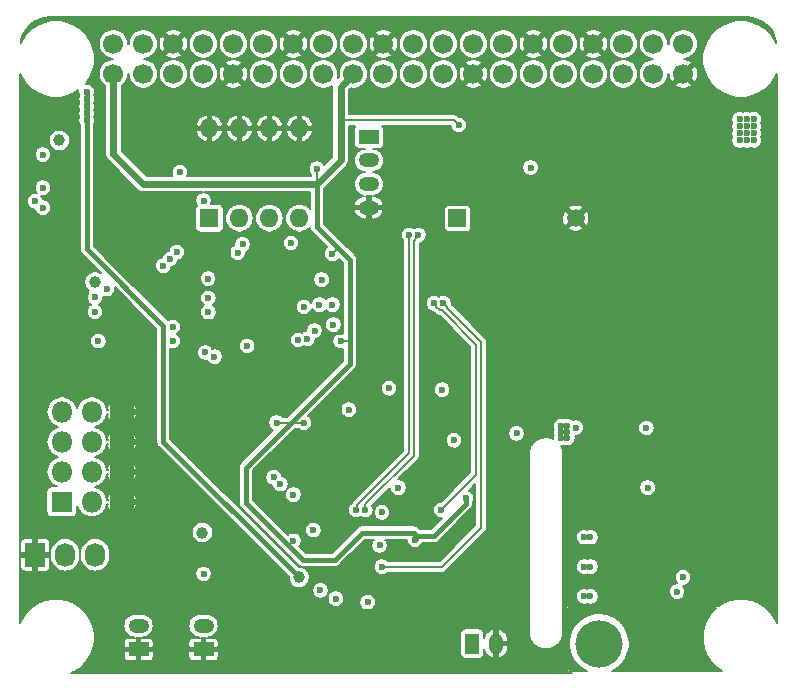
<source format=gbr>
G04 #@! TF.GenerationSoftware,KiCad,Pcbnew,5.0.0-rc2-dev-unknown-41ac458~64~ubuntu17.10.1*
G04 #@! TF.CreationDate,2018-04-19T23:44:08+03:00*
G04 #@! TF.ProjectId,obc-drone-hat,6F62632D64726F6E652D6861742E6B69,rev?*
G04 #@! TF.SameCoordinates,Original*
G04 #@! TF.FileFunction,Copper,L3,Inr,Signal*
G04 #@! TF.FilePolarity,Positive*
%FSLAX46Y46*%
G04 Gerber Fmt 4.6, Leading zero omitted, Abs format (unit mm)*
G04 Created by KiCad (PCBNEW 5.0.0-rc2-dev-unknown-41ac458~64~ubuntu17.10.1) date Thu Apr 19 23:44:08 2018*
%MOMM*%
%LPD*%
G01*
G04 APERTURE LIST*
%ADD10O,1.600000X1.600000*%
%ADD11R,1.600000X1.600000*%
%ADD12O,1.730000X2.030000*%
%ADD13R,1.730000X2.030000*%
%ADD14O,1.200000X1.750000*%
%ADD15R,1.200000X1.750000*%
%ADD16O,1.750000X1.200000*%
%ADD17R,1.750000X1.200000*%
%ADD18O,1.800000X1.800000*%
%ADD19R,1.800000X1.800000*%
%ADD20C,1.700000*%
%ADD21C,0.500000*%
%ADD22C,4.000000*%
%ADD23R,1.500000X1.500000*%
%ADD24C,1.500000*%
%ADD25C,0.600000*%
%ADD26C,1.000000*%
%ADD27C,2.000000*%
%ADD28C,0.600000*%
%ADD29C,0.200000*%
%ADD30C,0.400000*%
%ADD31C,0.150000*%
G04 APERTURE END LIST*
D10*
X146500000Y-93380000D03*
X154120000Y-101000000D03*
X149040000Y-93380000D03*
X151580000Y-101000000D03*
X151580000Y-93380000D03*
X149040000Y-101000000D03*
X154120000Y-93380000D03*
D11*
X146500000Y-101000000D03*
D12*
X136830000Y-129500000D03*
X134290000Y-129500000D03*
D13*
X131750000Y-129500000D03*
D14*
X170750000Y-137000000D03*
D15*
X168750000Y-137000000D03*
D16*
X160000000Y-100100000D03*
X160000000Y-98100000D03*
X160000000Y-96100000D03*
D17*
X160000000Y-94100000D03*
D16*
X140500000Y-135500000D03*
D17*
X140500000Y-137500000D03*
D16*
X146000000Y-135500000D03*
D17*
X146000000Y-137500000D03*
D18*
X139080000Y-117380000D03*
X136540000Y-117380000D03*
X134000000Y-117380000D03*
X139080000Y-119920000D03*
X136540000Y-119920000D03*
X134000000Y-119920000D03*
X139080000Y-122460000D03*
X136540000Y-122460000D03*
X134000000Y-122460000D03*
X139080000Y-125000000D03*
X136540000Y-125000000D03*
D19*
X134000000Y-125000000D03*
D20*
X186630000Y-86230000D03*
X186630000Y-88770000D03*
X184090000Y-86230000D03*
X184090000Y-88770000D03*
X181550000Y-86230000D03*
X181550000Y-88770000D03*
X179010000Y-86230000D03*
X179010000Y-88770000D03*
X176470000Y-86230000D03*
X176470000Y-88770000D03*
X173930000Y-86230000D03*
X173930000Y-88770000D03*
X171390000Y-86230000D03*
X171390000Y-88770000D03*
X168850000Y-86230000D03*
X168850000Y-88770000D03*
X166310000Y-86230000D03*
X166310000Y-88770000D03*
X163770000Y-86230000D03*
X163770000Y-88770000D03*
X161230000Y-86230000D03*
X161230000Y-88770000D03*
X158690000Y-86230000D03*
X158690000Y-88770000D03*
X156150000Y-86230000D03*
X156150000Y-88770000D03*
X153610000Y-86230000D03*
X153610000Y-88770000D03*
X151070000Y-86230000D03*
X151070000Y-88770000D03*
X148530000Y-86230000D03*
X148530000Y-88770000D03*
X145990000Y-86230000D03*
X145990000Y-88770000D03*
X143450000Y-86230000D03*
X143450000Y-88770000D03*
X140910000Y-86230000D03*
X140910000Y-88770000D03*
X138370000Y-86230000D03*
X138370000Y-88770000D03*
D21*
X185972243Y-136150000D03*
X185972243Y-137850000D03*
X184500000Y-138700000D03*
X183027757Y-137850000D03*
X183027757Y-136150000D03*
X184500000Y-135300000D03*
X180972243Y-136150000D03*
X180972243Y-137850000D03*
X179500000Y-138700000D03*
X178027757Y-137850000D03*
X178027757Y-136150000D03*
X179500000Y-135300000D03*
D22*
X184500000Y-137000000D03*
X179500000Y-137000000D03*
D23*
X167500000Y-101000000D03*
D24*
X177500000Y-101000000D03*
D25*
X189875000Y-121250000D03*
X189875000Y-120500000D03*
X189875000Y-122000000D03*
X189875000Y-122750000D03*
X189000000Y-123500000D03*
X190750000Y-119750000D03*
X190750000Y-119000000D03*
X190750000Y-120500000D03*
X190750000Y-121250000D03*
X190750000Y-122750000D03*
X190750000Y-122000000D03*
X190750000Y-123500000D03*
X189875000Y-123500000D03*
X189000000Y-122000000D03*
X189000000Y-121250000D03*
X189000000Y-119750000D03*
X189875000Y-119750000D03*
X189000000Y-119000000D03*
X189875000Y-119000000D03*
X189000000Y-120500000D03*
X189000000Y-122750000D03*
X151000000Y-108000000D03*
X151000000Y-107400000D03*
X151000000Y-108600000D03*
X151600000Y-108000000D03*
X150400000Y-108000000D03*
X171000000Y-125500000D03*
X151100000Y-111900000D03*
X157600000Y-116500000D03*
X157900000Y-130500000D03*
X166000000Y-124600000D03*
X150400000Y-131000000D03*
X161300000Y-129500000D03*
X132100000Y-101300000D03*
X152600000Y-124900000D03*
X159500000Y-110000000D03*
X140200000Y-95400000D03*
X157641379Y-110601059D03*
X157000000Y-121000000D03*
X161000000Y-121000000D03*
X157000000Y-124000000D03*
X155600000Y-96800000D03*
X163900000Y-128200000D03*
X168200000Y-124700000D03*
X153600000Y-128300000D03*
X154500000Y-118300000D03*
X152200000Y-118300000D03*
X156900000Y-104000000D03*
X157600000Y-111400000D03*
X167600000Y-93100000D03*
X136100000Y-90300000D03*
X136100000Y-90900000D03*
X136100000Y-91500000D03*
X136100000Y-92100000D03*
X136100000Y-92700000D03*
D26*
X154100000Y-131400000D03*
D25*
X173700000Y-96700000D03*
X149700000Y-111800000D03*
X162500014Y-123800000D03*
X157200000Y-133200000D03*
X167200000Y-119800000D03*
X154500000Y-108500000D03*
X157000000Y-110000000D03*
X156900000Y-108300000D03*
X155399979Y-110500000D03*
X159900000Y-133500000D03*
X158300000Y-117200000D03*
X151934306Y-122934306D03*
X143400006Y-111400000D03*
X152500000Y-123500000D03*
X143399980Y-110200000D03*
X153600000Y-124400000D03*
X146134350Y-112356234D03*
X146922546Y-112720151D03*
X155300000Y-127400000D03*
X155900000Y-132500000D03*
X186100000Y-132600000D03*
X163400000Y-102400000D03*
X158899987Y-125700000D03*
X164200013Y-102400000D03*
X159700000Y-125700000D03*
X161099912Y-130500000D03*
X166300013Y-108200000D03*
X146000000Y-131099990D03*
X161100000Y-125899950D03*
X160900000Y-128700000D03*
X146000000Y-99500000D03*
X166200000Y-115500000D03*
X154000000Y-111300000D03*
X156000000Y-106200000D03*
X142600000Y-105000000D03*
X149300000Y-103200000D03*
X143172312Y-104441003D03*
X132400000Y-95600000D03*
X143729883Y-103867302D03*
X136800006Y-107700000D03*
X146390322Y-106099946D03*
X136800000Y-108899982D03*
X146400000Y-107750021D03*
X148900000Y-103900000D03*
X137800000Y-106999990D03*
X137100000Y-111399978D03*
X146400000Y-108950032D03*
X161699992Y-115400000D03*
X153400000Y-103100000D03*
X154800000Y-111200012D03*
X155800000Y-108300000D03*
X144000000Y-97100000D03*
X191400000Y-94400000D03*
X192600000Y-93800000D03*
X192000000Y-94400000D03*
X191400000Y-93800000D03*
X192000000Y-93800000D03*
X192600000Y-94400000D03*
X191400000Y-93200000D03*
X192600000Y-93200000D03*
X192000000Y-92600000D03*
X192000000Y-93200000D03*
X192600000Y-92600000D03*
X191400000Y-92600000D03*
X183600000Y-123800000D03*
X186600000Y-131400000D03*
D26*
X136800000Y-106400000D03*
X133800000Y-94400000D03*
X145900000Y-127600000D03*
D25*
X172500000Y-119200000D03*
X177540000Y-118710000D03*
X183500000Y-118750000D03*
X178750000Y-128000000D03*
X178750000Y-130500000D03*
X178750000Y-133000000D03*
X178250000Y-133000000D03*
X178250000Y-130500000D03*
X178250000Y-128000000D03*
X177540000Y-118710000D03*
X176300000Y-118600000D03*
X176800000Y-118600000D03*
X176300000Y-119100000D03*
X176300000Y-119600000D03*
X176800000Y-119100000D03*
X176800000Y-119600000D03*
X166100000Y-125700000D03*
X165500000Y-108200000D03*
X132400000Y-100100004D03*
X132400009Y-98399978D03*
X131729328Y-99563859D03*
D27*
X139080000Y-117380000D02*
X139080000Y-119920000D01*
X139080000Y-121192792D02*
X139080000Y-122460000D01*
X139080000Y-119920000D02*
X139080000Y-121192792D01*
X139080000Y-123732792D02*
X139080000Y-125000000D01*
X139080000Y-122460000D02*
X139080000Y-123732792D01*
X139080000Y-125000000D02*
X139080000Y-128170000D01*
X139080000Y-117380000D02*
X139080000Y-113670000D01*
D28*
X138370000Y-88770000D02*
X138370000Y-95570000D01*
X138370000Y-95570000D02*
X140900000Y-98100000D01*
X140900000Y-98100000D02*
X155600000Y-98100000D01*
X155600000Y-98100000D02*
X157600000Y-96100000D01*
X157600000Y-89860000D02*
X158690000Y-88770000D01*
D29*
X155600000Y-98100000D02*
X155600000Y-96800000D01*
D30*
X155600000Y-98100000D02*
X155600000Y-101700000D01*
X158400000Y-113300000D02*
X153400000Y-118300000D01*
X153400000Y-118300000D02*
X149600000Y-122100000D01*
X149600000Y-122100000D02*
X149600000Y-125100000D01*
D29*
X153300000Y-128600000D02*
X153600000Y-128300000D01*
X153100000Y-128600000D02*
X153300000Y-128600000D01*
D30*
X149600000Y-125100000D02*
X153100000Y-128600000D01*
D29*
X153400000Y-118300000D02*
X154500000Y-118300000D01*
X153400000Y-118300000D02*
X152400000Y-118300000D01*
X152400000Y-118300000D02*
X152200000Y-118300000D01*
X156900000Y-104000000D02*
X157400000Y-103500000D01*
D30*
X155600000Y-101700000D02*
X157400000Y-103500000D01*
X157400000Y-103500000D02*
X158400000Y-104500000D01*
D29*
X158024264Y-111400000D02*
X158400000Y-111400000D01*
X157600000Y-111400000D02*
X158024264Y-111400000D01*
D30*
X158400000Y-104500000D02*
X158400000Y-111400000D01*
X158400000Y-111400000D02*
X158400000Y-113300000D01*
D29*
X167200000Y-92700000D02*
X167600000Y-93100000D01*
X157600000Y-92700000D02*
X167200000Y-92700000D01*
D28*
X157600000Y-96100000D02*
X157600000Y-92700000D01*
X157600000Y-92700000D02*
X157600000Y-89860000D01*
D30*
X165500000Y-127900000D02*
X168200000Y-125200000D01*
X163900000Y-128200000D02*
X164200000Y-127900000D01*
X168200000Y-125200000D02*
X168200000Y-124700000D01*
X164200000Y-127900000D02*
X165500000Y-127900000D01*
X163900000Y-127700000D02*
X163900000Y-128200000D01*
X163800000Y-127600000D02*
X163900000Y-127700000D01*
X159400000Y-127600000D02*
X163800000Y-127600000D01*
X157100001Y-129899999D02*
X159400000Y-127600000D01*
X153100000Y-128600000D02*
X154399999Y-129899999D01*
X154399999Y-129899999D02*
X157100001Y-129899999D01*
X136100000Y-92700000D02*
X136100000Y-92100000D01*
X136100000Y-92100000D02*
X136100000Y-91500000D01*
X136100000Y-91500000D02*
X136100000Y-90900000D01*
X136100000Y-90900000D02*
X136100000Y-90300000D01*
X136100000Y-92700000D02*
X136100000Y-103600000D01*
X136100000Y-103600000D02*
X142600000Y-110100000D01*
X142600000Y-119900000D02*
X153600001Y-130900001D01*
X153600001Y-130900001D02*
X154100000Y-131400000D01*
X142600000Y-110100000D02*
X142600000Y-119900000D01*
D29*
X163400000Y-102400000D02*
X163400000Y-120875736D01*
X159000000Y-125275736D02*
X159000000Y-125700000D01*
X159000000Y-125700000D02*
X158899987Y-125700000D01*
X163400000Y-120875736D02*
X159000000Y-125275736D01*
X163800000Y-102900000D02*
X164200013Y-102499987D01*
X163800000Y-121100000D02*
X163800000Y-102900000D01*
X164200013Y-102499987D02*
X164200013Y-102400000D01*
X159700000Y-125700000D02*
X159700000Y-125200000D01*
X159700000Y-125200000D02*
X163800000Y-121100000D01*
X166600012Y-108600012D02*
X166600012Y-108499999D01*
X166600012Y-108499999D02*
X166300013Y-108200000D01*
X169500000Y-111500000D02*
X166600012Y-108600012D01*
X169500000Y-127200000D02*
X169500000Y-111500000D01*
X161099912Y-130500000D02*
X166200000Y-130500000D01*
X166200000Y-130500000D02*
X169500000Y-127200000D01*
X169100000Y-122700000D02*
X166100000Y-125700000D01*
X169100000Y-111700000D02*
X169100000Y-122700000D01*
X165600000Y-108200000D02*
X165700012Y-108300012D01*
X166012012Y-108800001D02*
X166200001Y-108800001D01*
X165500000Y-108200000D02*
X165600000Y-108200000D01*
X166200001Y-108800001D02*
X169100000Y-111700000D01*
X165700012Y-108300012D02*
X165700012Y-108488001D01*
X165700012Y-108488001D02*
X166012012Y-108800001D01*
G36*
X192489999Y-84025323D02*
X192961336Y-84167628D01*
X193396053Y-84398770D01*
X193777595Y-84709950D01*
X194091434Y-85089315D01*
X194325604Y-85522404D01*
X194471196Y-85992736D01*
X194488433Y-86156728D01*
X194402267Y-85948706D01*
X194043858Y-85412309D01*
X193587691Y-84956142D01*
X193051294Y-84597733D01*
X192455282Y-84350857D01*
X191822559Y-84225000D01*
X191177441Y-84225000D01*
X190544718Y-84350857D01*
X189948706Y-84597733D01*
X189412309Y-84956142D01*
X188956142Y-85412309D01*
X188597733Y-85948706D01*
X188350857Y-86544718D01*
X188225000Y-87177441D01*
X188225000Y-87822559D01*
X188350857Y-88455282D01*
X188597733Y-89051294D01*
X188956142Y-89587691D01*
X189412309Y-90043858D01*
X189948706Y-90402267D01*
X190544718Y-90649143D01*
X191177441Y-90775000D01*
X191822559Y-90775000D01*
X192455282Y-90649143D01*
X193051294Y-90402267D01*
X193587691Y-90043858D01*
X194043858Y-89587691D01*
X194402267Y-89051294D01*
X194525001Y-88754988D01*
X194525000Y-135245010D01*
X194402267Y-134948706D01*
X194043858Y-134412309D01*
X193587691Y-133956142D01*
X193051294Y-133597733D01*
X192455282Y-133350857D01*
X191822559Y-133225000D01*
X191177441Y-133225000D01*
X190544718Y-133350857D01*
X189948706Y-133597733D01*
X189645992Y-133800000D01*
X176800000Y-133800000D01*
X176761732Y-133807612D01*
X176729289Y-133829289D01*
X176707612Y-133861732D01*
X176700000Y-133900000D01*
X176700000Y-139200000D01*
X176705132Y-139231623D01*
X176724455Y-139265520D01*
X176755279Y-139289443D01*
X177226393Y-139525000D01*
X134754990Y-139525000D01*
X135051294Y-139402267D01*
X135587691Y-139043858D01*
X136043858Y-138587691D01*
X136402267Y-138051294D01*
X136527066Y-137750000D01*
X139225000Y-137750000D01*
X139225000Y-138139397D01*
X139240372Y-138216676D01*
X139270525Y-138289471D01*
X139314300Y-138354986D01*
X139370015Y-138410701D01*
X139435529Y-138454476D01*
X139508325Y-138484628D01*
X139585604Y-138500000D01*
X140250000Y-138500000D01*
X140350000Y-138400000D01*
X140350000Y-137650000D01*
X140650000Y-137650000D01*
X140650000Y-138400000D01*
X140750000Y-138500000D01*
X141414396Y-138500000D01*
X141491675Y-138484628D01*
X141564471Y-138454476D01*
X141629985Y-138410701D01*
X141685700Y-138354986D01*
X141729475Y-138289471D01*
X141759628Y-138216676D01*
X141775000Y-138139397D01*
X141775000Y-137750000D01*
X144725000Y-137750000D01*
X144725000Y-138139397D01*
X144740372Y-138216676D01*
X144770525Y-138289471D01*
X144814300Y-138354986D01*
X144870015Y-138410701D01*
X144935529Y-138454476D01*
X145008325Y-138484628D01*
X145085604Y-138500000D01*
X145750000Y-138500000D01*
X145850000Y-138400000D01*
X145850000Y-137650000D01*
X146150000Y-137650000D01*
X146150000Y-138400000D01*
X146250000Y-138500000D01*
X146914396Y-138500000D01*
X146991675Y-138484628D01*
X147064471Y-138454476D01*
X147129985Y-138410701D01*
X147185700Y-138354986D01*
X147229475Y-138289471D01*
X147259628Y-138216676D01*
X147275000Y-138139397D01*
X147275000Y-137750000D01*
X147175000Y-137650000D01*
X146150000Y-137650000D01*
X145850000Y-137650000D01*
X144825000Y-137650000D01*
X144725000Y-137750000D01*
X141775000Y-137750000D01*
X141675000Y-137650000D01*
X140650000Y-137650000D01*
X140350000Y-137650000D01*
X139325000Y-137650000D01*
X139225000Y-137750000D01*
X136527066Y-137750000D01*
X136649143Y-137455282D01*
X136775000Y-136822559D01*
X136775000Y-136177441D01*
X136649143Y-135544718D01*
X136630621Y-135500000D01*
X139220162Y-135500000D01*
X139239470Y-135696034D01*
X139296651Y-135884535D01*
X139389508Y-136058258D01*
X139514472Y-136210528D01*
X139666742Y-136335492D01*
X139840465Y-136428349D01*
X140028966Y-136485530D01*
X140175880Y-136500000D01*
X139585604Y-136500000D01*
X139508325Y-136515372D01*
X139435529Y-136545524D01*
X139370015Y-136589299D01*
X139314300Y-136645014D01*
X139270525Y-136710529D01*
X139240372Y-136783324D01*
X139225000Y-136860603D01*
X139225000Y-137250000D01*
X139325000Y-137350000D01*
X140350000Y-137350000D01*
X140350000Y-136600000D01*
X140250000Y-136500000D01*
X140750000Y-136500000D01*
X140650000Y-136600000D01*
X140650000Y-137350000D01*
X141675000Y-137350000D01*
X141775000Y-137250000D01*
X141775000Y-136860603D01*
X141759628Y-136783324D01*
X141729475Y-136710529D01*
X141685700Y-136645014D01*
X141629985Y-136589299D01*
X141564471Y-136545524D01*
X141491675Y-136515372D01*
X141414396Y-136500000D01*
X140824120Y-136500000D01*
X140971034Y-136485530D01*
X141159535Y-136428349D01*
X141333258Y-136335492D01*
X141485528Y-136210528D01*
X141610492Y-136058258D01*
X141703349Y-135884535D01*
X141760530Y-135696034D01*
X141779838Y-135500000D01*
X144720162Y-135500000D01*
X144739470Y-135696034D01*
X144796651Y-135884535D01*
X144889508Y-136058258D01*
X145014472Y-136210528D01*
X145166742Y-136335492D01*
X145340465Y-136428349D01*
X145528966Y-136485530D01*
X145675880Y-136500000D01*
X145085604Y-136500000D01*
X145008325Y-136515372D01*
X144935529Y-136545524D01*
X144870015Y-136589299D01*
X144814300Y-136645014D01*
X144770525Y-136710529D01*
X144740372Y-136783324D01*
X144725000Y-136860603D01*
X144725000Y-137250000D01*
X144825000Y-137350000D01*
X145850000Y-137350000D01*
X145850000Y-136600000D01*
X145750000Y-136500000D01*
X146250000Y-136500000D01*
X146150000Y-136600000D01*
X146150000Y-137350000D01*
X147175000Y-137350000D01*
X147275000Y-137250000D01*
X147275000Y-136860603D01*
X147259628Y-136783324D01*
X147229475Y-136710529D01*
X147185700Y-136645014D01*
X147129985Y-136589299D01*
X147064471Y-136545524D01*
X146991675Y-136515372D01*
X146914396Y-136500000D01*
X146324120Y-136500000D01*
X146471034Y-136485530D01*
X146659535Y-136428349D01*
X146833258Y-136335492D01*
X146985528Y-136210528D01*
X147055718Y-136125000D01*
X167748065Y-136125000D01*
X167748065Y-137875000D01*
X167755788Y-137953414D01*
X167778660Y-138028814D01*
X167815803Y-138098303D01*
X167865789Y-138159211D01*
X167926697Y-138209197D01*
X167996186Y-138246340D01*
X168071586Y-138269212D01*
X168150000Y-138276935D01*
X169350000Y-138276935D01*
X169428414Y-138269212D01*
X169503814Y-138246340D01*
X169573303Y-138209197D01*
X169634211Y-138159211D01*
X169684197Y-138098303D01*
X169721340Y-138028814D01*
X169744212Y-137953414D01*
X169751935Y-137875000D01*
X169751935Y-137447879D01*
X169759796Y-137507070D01*
X169824097Y-137695790D01*
X169923980Y-137868339D01*
X170055606Y-138018087D01*
X170213918Y-138139278D01*
X170392831Y-138227256D01*
X170447182Y-138228048D01*
X170600000Y-138162412D01*
X170600000Y-137150000D01*
X170900000Y-137150000D01*
X170900000Y-138162412D01*
X171052818Y-138228048D01*
X171107169Y-138227256D01*
X171286082Y-138139278D01*
X171444394Y-138018087D01*
X171576020Y-137868339D01*
X171675903Y-137695790D01*
X171740204Y-137507070D01*
X171766452Y-137309432D01*
X171659324Y-137150000D01*
X170900000Y-137150000D01*
X170600000Y-137150000D01*
X170580000Y-137150000D01*
X170580000Y-136850000D01*
X170600000Y-136850000D01*
X170600000Y-135837588D01*
X170900000Y-135837588D01*
X170900000Y-136850000D01*
X171659324Y-136850000D01*
X171766452Y-136690568D01*
X171740204Y-136492930D01*
X171675903Y-136304210D01*
X171576020Y-136131661D01*
X171480800Y-136023331D01*
X173525000Y-136023331D01*
X173527364Y-136047334D01*
X173527364Y-136060314D01*
X173528057Y-136066910D01*
X173549812Y-136260860D01*
X173558767Y-136302992D01*
X173567126Y-136345204D01*
X173569087Y-136351539D01*
X173628100Y-136537570D01*
X173645055Y-136577130D01*
X173661465Y-136616942D01*
X173664616Y-136622767D01*
X173664620Y-136622777D01*
X173664626Y-136622785D01*
X173758642Y-136793801D01*
X173782976Y-136829340D01*
X173806788Y-136865181D01*
X173811015Y-136870291D01*
X173936465Y-137019797D01*
X173967227Y-137049921D01*
X173997561Y-137080468D01*
X174002695Y-137084654D01*
X174002699Y-137084658D01*
X174002701Y-137084659D01*
X174154801Y-137206950D01*
X174190788Y-137230499D01*
X174226514Y-137254597D01*
X174232370Y-137257710D01*
X174405325Y-137348130D01*
X174445265Y-137364267D01*
X174484933Y-137380942D01*
X174491276Y-137382857D01*
X174491278Y-137382858D01*
X174491280Y-137382858D01*
X174491282Y-137382859D01*
X174678508Y-137437961D01*
X174720754Y-137446020D01*
X174762966Y-137454685D01*
X174769567Y-137455332D01*
X174963929Y-137473021D01*
X175006981Y-137472721D01*
X175050033Y-137473021D01*
X175056633Y-137472374D01*
X175250730Y-137451973D01*
X175292885Y-137443320D01*
X175335190Y-137435250D01*
X175341537Y-137433333D01*
X175341543Y-137433331D01*
X175527977Y-137375620D01*
X175567690Y-137358927D01*
X175607581Y-137342810D01*
X175613428Y-137339701D01*
X175613437Y-137339697D01*
X175613444Y-137339692D01*
X175785114Y-137246872D01*
X175820832Y-137222780D01*
X175856831Y-137199223D01*
X175861970Y-137195031D01*
X176012348Y-137070627D01*
X176042697Y-137040066D01*
X176073442Y-137009958D01*
X176077670Y-137004848D01*
X176201020Y-136853606D01*
X176224847Y-136817743D01*
X176249167Y-136782225D01*
X176252321Y-136776391D01*
X176343947Y-136604068D01*
X176360355Y-136564258D01*
X176377312Y-136524695D01*
X176379273Y-136518360D01*
X176435682Y-136331524D01*
X176444047Y-136289279D01*
X176452995Y-136247182D01*
X176453688Y-136240586D01*
X176472733Y-136046353D01*
X176472733Y-136046350D01*
X176475000Y-136023332D01*
X176475000Y-132931056D01*
X177550000Y-132931056D01*
X177550000Y-133068944D01*
X177576901Y-133204182D01*
X177629668Y-133331574D01*
X177706274Y-133446224D01*
X177803776Y-133543726D01*
X177918426Y-133620332D01*
X178045818Y-133673099D01*
X178181056Y-133700000D01*
X178318944Y-133700000D01*
X178454182Y-133673099D01*
X178500000Y-133654121D01*
X178545818Y-133673099D01*
X178681056Y-133700000D01*
X178818944Y-133700000D01*
X178954182Y-133673099D01*
X179081574Y-133620332D01*
X179196224Y-133543726D01*
X179293726Y-133446224D01*
X179370332Y-133331574D01*
X179423099Y-133204182D01*
X179450000Y-133068944D01*
X179450000Y-132931056D01*
X179423099Y-132795818D01*
X179370332Y-132668426D01*
X179293726Y-132553776D01*
X179271006Y-132531056D01*
X185400000Y-132531056D01*
X185400000Y-132668944D01*
X185426901Y-132804182D01*
X185479668Y-132931574D01*
X185556274Y-133046224D01*
X185653776Y-133143726D01*
X185768426Y-133220332D01*
X185895818Y-133273099D01*
X186031056Y-133300000D01*
X186168944Y-133300000D01*
X186304182Y-133273099D01*
X186431574Y-133220332D01*
X186546224Y-133143726D01*
X186643726Y-133046224D01*
X186720332Y-132931574D01*
X186773099Y-132804182D01*
X186800000Y-132668944D01*
X186800000Y-132531056D01*
X186773099Y-132395818D01*
X186720332Y-132268426D01*
X186643726Y-132153776D01*
X186589950Y-132100000D01*
X186668944Y-132100000D01*
X186804182Y-132073099D01*
X186931574Y-132020332D01*
X187046224Y-131943726D01*
X187143726Y-131846224D01*
X187220332Y-131731574D01*
X187273099Y-131604182D01*
X187300000Y-131468944D01*
X187300000Y-131331056D01*
X187273099Y-131195818D01*
X187220332Y-131068426D01*
X187143726Y-130953776D01*
X187046224Y-130856274D01*
X186931574Y-130779668D01*
X186804182Y-130726901D01*
X186668944Y-130700000D01*
X186531056Y-130700000D01*
X186395818Y-130726901D01*
X186268426Y-130779668D01*
X186153776Y-130856274D01*
X186056274Y-130953776D01*
X185979668Y-131068426D01*
X185926901Y-131195818D01*
X185900000Y-131331056D01*
X185900000Y-131468944D01*
X185926901Y-131604182D01*
X185979668Y-131731574D01*
X186056274Y-131846224D01*
X186110050Y-131900000D01*
X186031056Y-131900000D01*
X185895818Y-131926901D01*
X185768426Y-131979668D01*
X185653776Y-132056274D01*
X185556274Y-132153776D01*
X185479668Y-132268426D01*
X185426901Y-132395818D01*
X185400000Y-132531056D01*
X179271006Y-132531056D01*
X179196224Y-132456274D01*
X179081574Y-132379668D01*
X178954182Y-132326901D01*
X178818944Y-132300000D01*
X178681056Y-132300000D01*
X178545818Y-132326901D01*
X178500000Y-132345879D01*
X178454182Y-132326901D01*
X178318944Y-132300000D01*
X178181056Y-132300000D01*
X178045818Y-132326901D01*
X177918426Y-132379668D01*
X177803776Y-132456274D01*
X177706274Y-132553776D01*
X177629668Y-132668426D01*
X177576901Y-132795818D01*
X177550000Y-132931056D01*
X176475000Y-132931056D01*
X176475000Y-130431056D01*
X177550000Y-130431056D01*
X177550000Y-130568944D01*
X177576901Y-130704182D01*
X177629668Y-130831574D01*
X177706274Y-130946224D01*
X177803776Y-131043726D01*
X177918426Y-131120332D01*
X178045818Y-131173099D01*
X178181056Y-131200000D01*
X178318944Y-131200000D01*
X178454182Y-131173099D01*
X178500000Y-131154121D01*
X178545818Y-131173099D01*
X178681056Y-131200000D01*
X178818944Y-131200000D01*
X178954182Y-131173099D01*
X179081574Y-131120332D01*
X179196224Y-131043726D01*
X179293726Y-130946224D01*
X179370332Y-130831574D01*
X179423099Y-130704182D01*
X179450000Y-130568944D01*
X179450000Y-130431056D01*
X179423099Y-130295818D01*
X179370332Y-130168426D01*
X179293726Y-130053776D01*
X179196224Y-129956274D01*
X179081574Y-129879668D01*
X178954182Y-129826901D01*
X178818944Y-129800000D01*
X178681056Y-129800000D01*
X178545818Y-129826901D01*
X178500000Y-129845879D01*
X178454182Y-129826901D01*
X178318944Y-129800000D01*
X178181056Y-129800000D01*
X178045818Y-129826901D01*
X177918426Y-129879668D01*
X177803776Y-129956274D01*
X177706274Y-130053776D01*
X177629668Y-130168426D01*
X177576901Y-130295818D01*
X177550000Y-130431056D01*
X176475000Y-130431056D01*
X176475000Y-127931056D01*
X177550000Y-127931056D01*
X177550000Y-128068944D01*
X177576901Y-128204182D01*
X177629668Y-128331574D01*
X177706274Y-128446224D01*
X177803776Y-128543726D01*
X177918426Y-128620332D01*
X178045818Y-128673099D01*
X178181056Y-128700000D01*
X178318944Y-128700000D01*
X178454182Y-128673099D01*
X178500000Y-128654121D01*
X178545818Y-128673099D01*
X178681056Y-128700000D01*
X178818944Y-128700000D01*
X178954182Y-128673099D01*
X179081574Y-128620332D01*
X179196224Y-128543726D01*
X179293726Y-128446224D01*
X179370332Y-128331574D01*
X179423099Y-128204182D01*
X179450000Y-128068944D01*
X179450000Y-127931056D01*
X179423099Y-127795818D01*
X179370332Y-127668426D01*
X179293726Y-127553776D01*
X179196224Y-127456274D01*
X179081574Y-127379668D01*
X178954182Y-127326901D01*
X178818944Y-127300000D01*
X178681056Y-127300000D01*
X178545818Y-127326901D01*
X178500000Y-127345879D01*
X178454182Y-127326901D01*
X178318944Y-127300000D01*
X178181056Y-127300000D01*
X178045818Y-127326901D01*
X177918426Y-127379668D01*
X177803776Y-127456274D01*
X177706274Y-127553776D01*
X177629668Y-127668426D01*
X177576901Y-127795818D01*
X177550000Y-127931056D01*
X176475000Y-127931056D01*
X176475000Y-123731056D01*
X182900000Y-123731056D01*
X182900000Y-123868944D01*
X182926901Y-124004182D01*
X182979668Y-124131574D01*
X183056274Y-124246224D01*
X183153776Y-124343726D01*
X183268426Y-124420332D01*
X183395818Y-124473099D01*
X183531056Y-124500000D01*
X183668944Y-124500000D01*
X183804182Y-124473099D01*
X183931574Y-124420332D01*
X184046224Y-124343726D01*
X184143726Y-124246224D01*
X184220332Y-124131574D01*
X184273099Y-124004182D01*
X184300000Y-123868944D01*
X184300000Y-123731056D01*
X184273099Y-123595818D01*
X184220332Y-123468426D01*
X184143726Y-123353776D01*
X184046224Y-123256274D01*
X183931574Y-123179668D01*
X183804182Y-123126901D01*
X183668944Y-123100000D01*
X183531056Y-123100000D01*
X183395818Y-123126901D01*
X183268426Y-123179668D01*
X183153776Y-123256274D01*
X183056274Y-123353776D01*
X182979668Y-123468426D01*
X182926901Y-123595818D01*
X182900000Y-123731056D01*
X176475000Y-123731056D01*
X176475000Y-120976668D01*
X176472636Y-120952665D01*
X176472636Y-120939686D01*
X176471943Y-120933090D01*
X176450188Y-120739140D01*
X176441240Y-120697045D01*
X176432875Y-120654796D01*
X176430913Y-120648461D01*
X176371900Y-120462431D01*
X176354945Y-120422871D01*
X176338535Y-120383059D01*
X176335381Y-120377225D01*
X176292926Y-120300000D01*
X176368944Y-120300000D01*
X176504182Y-120273099D01*
X176550000Y-120254121D01*
X176595818Y-120273099D01*
X176731056Y-120300000D01*
X176868944Y-120300000D01*
X177004182Y-120273099D01*
X177131574Y-120220332D01*
X177246224Y-120143726D01*
X177343726Y-120046224D01*
X177420332Y-119931574D01*
X177473099Y-119804182D01*
X177500000Y-119668944D01*
X177500000Y-119531056D01*
X177475920Y-119410000D01*
X177608944Y-119410000D01*
X177744182Y-119383099D01*
X177871574Y-119330332D01*
X177986224Y-119253726D01*
X178083726Y-119156224D01*
X178160332Y-119041574D01*
X178213099Y-118914182D01*
X178240000Y-118778944D01*
X178240000Y-118681056D01*
X182800000Y-118681056D01*
X182800000Y-118818944D01*
X182826901Y-118954182D01*
X182879668Y-119081574D01*
X182956274Y-119196224D01*
X183053776Y-119293726D01*
X183168426Y-119370332D01*
X183295818Y-119423099D01*
X183431056Y-119450000D01*
X183568944Y-119450000D01*
X183704182Y-119423099D01*
X183831574Y-119370332D01*
X183946224Y-119293726D01*
X184043726Y-119196224D01*
X184120332Y-119081574D01*
X184173099Y-118954182D01*
X184200000Y-118818944D01*
X184200000Y-118681056D01*
X184173099Y-118545818D01*
X184120332Y-118418426D01*
X184043726Y-118303776D01*
X183946224Y-118206274D01*
X183831574Y-118129668D01*
X183704182Y-118076901D01*
X183568944Y-118050000D01*
X183431056Y-118050000D01*
X183295818Y-118076901D01*
X183168426Y-118129668D01*
X183053776Y-118206274D01*
X182956274Y-118303776D01*
X182879668Y-118418426D01*
X182826901Y-118545818D01*
X182800000Y-118681056D01*
X178240000Y-118681056D01*
X178240000Y-118641056D01*
X178213099Y-118505818D01*
X178160332Y-118378426D01*
X178083726Y-118263776D01*
X177986224Y-118166274D01*
X177871574Y-118089668D01*
X177744182Y-118036901D01*
X177608944Y-118010000D01*
X177471056Y-118010000D01*
X177335818Y-118036901D01*
X177258766Y-118068816D01*
X177246224Y-118056274D01*
X177131574Y-117979668D01*
X177004182Y-117926901D01*
X176868944Y-117900000D01*
X176731056Y-117900000D01*
X176595818Y-117926901D01*
X176550000Y-117945879D01*
X176504182Y-117926901D01*
X176368944Y-117900000D01*
X176231056Y-117900000D01*
X176095818Y-117926901D01*
X175968426Y-117979668D01*
X175853776Y-118056274D01*
X175756274Y-118153776D01*
X175679668Y-118268426D01*
X175626901Y-118395818D01*
X175600000Y-118531056D01*
X175600000Y-118668944D01*
X175626901Y-118804182D01*
X175645879Y-118850000D01*
X175626901Y-118895818D01*
X175600000Y-119031056D01*
X175600000Y-119168944D01*
X175626901Y-119304182D01*
X175645879Y-119350000D01*
X175626901Y-119395818D01*
X175600000Y-119531056D01*
X175600000Y-119654654D01*
X175594674Y-119651870D01*
X175554759Y-119635743D01*
X175515067Y-119619058D01*
X175508723Y-119617143D01*
X175508721Y-119617142D01*
X175508719Y-119617142D01*
X175508717Y-119617141D01*
X175321492Y-119562038D01*
X175279208Y-119553972D01*
X175237033Y-119545315D01*
X175230433Y-119544668D01*
X175036071Y-119526979D01*
X174993019Y-119527279D01*
X174949967Y-119526979D01*
X174943366Y-119527626D01*
X174749270Y-119548027D01*
X174707115Y-119556680D01*
X174664810Y-119564750D01*
X174658463Y-119566667D01*
X174658457Y-119566669D01*
X174472023Y-119624380D01*
X174432322Y-119641068D01*
X174392419Y-119657190D01*
X174386572Y-119660299D01*
X174386563Y-119660303D01*
X174386556Y-119660308D01*
X174214886Y-119753129D01*
X174179195Y-119777203D01*
X174143169Y-119800777D01*
X174138039Y-119804961D01*
X174138031Y-119804967D01*
X174138024Y-119804974D01*
X173987652Y-119929373D01*
X173957303Y-119959934D01*
X173926558Y-119990042D01*
X173922330Y-119995152D01*
X173798980Y-120146394D01*
X173775153Y-120182257D01*
X173750833Y-120217775D01*
X173747679Y-120223609D01*
X173656054Y-120395931D01*
X173639659Y-120435709D01*
X173622688Y-120475304D01*
X173620727Y-120481640D01*
X173564318Y-120668476D01*
X173555953Y-120710721D01*
X173547005Y-120752818D01*
X173546312Y-120759414D01*
X173527267Y-120953648D01*
X173527267Y-120953661D01*
X173525001Y-120976668D01*
X173525000Y-136023331D01*
X171480800Y-136023331D01*
X171444394Y-135981913D01*
X171286082Y-135860722D01*
X171107169Y-135772744D01*
X171052818Y-135771952D01*
X170900000Y-135837588D01*
X170600000Y-135837588D01*
X170447182Y-135771952D01*
X170392831Y-135772744D01*
X170213918Y-135860722D01*
X170055606Y-135981913D01*
X169923980Y-136131661D01*
X169824097Y-136304210D01*
X169759796Y-136492930D01*
X169751935Y-136552121D01*
X169751935Y-136125000D01*
X169744212Y-136046586D01*
X169721340Y-135971186D01*
X169684197Y-135901697D01*
X169634211Y-135840789D01*
X169573303Y-135790803D01*
X169503814Y-135753660D01*
X169428414Y-135730788D01*
X169350000Y-135723065D01*
X168150000Y-135723065D01*
X168071586Y-135730788D01*
X167996186Y-135753660D01*
X167926697Y-135790803D01*
X167865789Y-135840789D01*
X167815803Y-135901697D01*
X167778660Y-135971186D01*
X167755788Y-136046586D01*
X167748065Y-136125000D01*
X147055718Y-136125000D01*
X147110492Y-136058258D01*
X147203349Y-135884535D01*
X147260530Y-135696034D01*
X147279838Y-135500000D01*
X147260530Y-135303966D01*
X147203349Y-135115465D01*
X147110492Y-134941742D01*
X146985528Y-134789472D01*
X146833258Y-134664508D01*
X146659535Y-134571651D01*
X146471034Y-134514470D01*
X146324120Y-134500000D01*
X145675880Y-134500000D01*
X145528966Y-134514470D01*
X145340465Y-134571651D01*
X145166742Y-134664508D01*
X145014472Y-134789472D01*
X144889508Y-134941742D01*
X144796651Y-135115465D01*
X144739470Y-135303966D01*
X144720162Y-135500000D01*
X141779838Y-135500000D01*
X141760530Y-135303966D01*
X141703349Y-135115465D01*
X141610492Y-134941742D01*
X141485528Y-134789472D01*
X141333258Y-134664508D01*
X141159535Y-134571651D01*
X140971034Y-134514470D01*
X140824120Y-134500000D01*
X140175880Y-134500000D01*
X140028966Y-134514470D01*
X139840465Y-134571651D01*
X139666742Y-134664508D01*
X139514472Y-134789472D01*
X139389508Y-134941742D01*
X139296651Y-135115465D01*
X139239470Y-135303966D01*
X139220162Y-135500000D01*
X136630621Y-135500000D01*
X136402267Y-134948706D01*
X136043858Y-134412309D01*
X135587691Y-133956142D01*
X135051294Y-133597733D01*
X134455282Y-133350857D01*
X133822559Y-133225000D01*
X133177441Y-133225000D01*
X132544718Y-133350857D01*
X131948706Y-133597733D01*
X131412309Y-133956142D01*
X130956142Y-134412309D01*
X130597733Y-134948706D01*
X130475000Y-135245010D01*
X130475000Y-132431056D01*
X155200000Y-132431056D01*
X155200000Y-132568944D01*
X155226901Y-132704182D01*
X155279668Y-132831574D01*
X155356274Y-132946224D01*
X155453776Y-133043726D01*
X155568426Y-133120332D01*
X155695818Y-133173099D01*
X155831056Y-133200000D01*
X155968944Y-133200000D01*
X156104182Y-133173099D01*
X156205683Y-133131056D01*
X156500000Y-133131056D01*
X156500000Y-133268944D01*
X156526901Y-133404182D01*
X156579668Y-133531574D01*
X156656274Y-133646224D01*
X156753776Y-133743726D01*
X156868426Y-133820332D01*
X156995818Y-133873099D01*
X157131056Y-133900000D01*
X157268944Y-133900000D01*
X157404182Y-133873099D01*
X157531574Y-133820332D01*
X157646224Y-133743726D01*
X157743726Y-133646224D01*
X157820332Y-133531574D01*
X157861967Y-133431056D01*
X159200000Y-133431056D01*
X159200000Y-133568944D01*
X159226901Y-133704182D01*
X159279668Y-133831574D01*
X159356274Y-133946224D01*
X159453776Y-134043726D01*
X159568426Y-134120332D01*
X159695818Y-134173099D01*
X159831056Y-134200000D01*
X159968944Y-134200000D01*
X160104182Y-134173099D01*
X160231574Y-134120332D01*
X160346224Y-134043726D01*
X160443726Y-133946224D01*
X160520332Y-133831574D01*
X160573099Y-133704182D01*
X160600000Y-133568944D01*
X160600000Y-133431056D01*
X160573099Y-133295818D01*
X160520332Y-133168426D01*
X160443726Y-133053776D01*
X160346224Y-132956274D01*
X160231574Y-132879668D01*
X160104182Y-132826901D01*
X159968944Y-132800000D01*
X159831056Y-132800000D01*
X159695818Y-132826901D01*
X159568426Y-132879668D01*
X159453776Y-132956274D01*
X159356274Y-133053776D01*
X159279668Y-133168426D01*
X159226901Y-133295818D01*
X159200000Y-133431056D01*
X157861967Y-133431056D01*
X157873099Y-133404182D01*
X157900000Y-133268944D01*
X157900000Y-133131056D01*
X157873099Y-132995818D01*
X157820332Y-132868426D01*
X157743726Y-132753776D01*
X157646224Y-132656274D01*
X157531574Y-132579668D01*
X157404182Y-132526901D01*
X157268944Y-132500000D01*
X157131056Y-132500000D01*
X156995818Y-132526901D01*
X156868426Y-132579668D01*
X156753776Y-132656274D01*
X156656274Y-132753776D01*
X156579668Y-132868426D01*
X156526901Y-132995818D01*
X156500000Y-133131056D01*
X156205683Y-133131056D01*
X156231574Y-133120332D01*
X156346224Y-133043726D01*
X156443726Y-132946224D01*
X156520332Y-132831574D01*
X156573099Y-132704182D01*
X156600000Y-132568944D01*
X156600000Y-132431056D01*
X156573099Y-132295818D01*
X156520332Y-132168426D01*
X156443726Y-132053776D01*
X156346224Y-131956274D01*
X156231574Y-131879668D01*
X156104182Y-131826901D01*
X155968944Y-131800000D01*
X155831056Y-131800000D01*
X155695818Y-131826901D01*
X155568426Y-131879668D01*
X155453776Y-131956274D01*
X155356274Y-132053776D01*
X155279668Y-132168426D01*
X155226901Y-132295818D01*
X155200000Y-132431056D01*
X130475000Y-132431056D01*
X130475000Y-131031046D01*
X145300000Y-131031046D01*
X145300000Y-131168934D01*
X145326901Y-131304172D01*
X145379668Y-131431564D01*
X145456274Y-131546214D01*
X145553776Y-131643716D01*
X145668426Y-131720322D01*
X145795818Y-131773089D01*
X145931056Y-131799990D01*
X146068944Y-131799990D01*
X146204182Y-131773089D01*
X146331574Y-131720322D01*
X146446224Y-131643716D01*
X146543726Y-131546214D01*
X146620332Y-131431564D01*
X146673099Y-131304172D01*
X146700000Y-131168934D01*
X146700000Y-131031046D01*
X146673099Y-130895808D01*
X146620332Y-130768416D01*
X146543726Y-130653766D01*
X146446224Y-130556264D01*
X146331574Y-130479658D01*
X146204182Y-130426891D01*
X146068944Y-130399990D01*
X145931056Y-130399990D01*
X145795818Y-130426891D01*
X145668426Y-130479658D01*
X145553776Y-130556264D01*
X145456274Y-130653766D01*
X145379668Y-130768416D01*
X145326901Y-130895808D01*
X145300000Y-131031046D01*
X130475000Y-131031046D01*
X130475000Y-129750000D01*
X130485000Y-129750000D01*
X130485000Y-130554397D01*
X130500372Y-130631676D01*
X130530525Y-130704471D01*
X130574300Y-130769986D01*
X130630015Y-130825701D01*
X130695529Y-130869476D01*
X130768325Y-130899628D01*
X130845604Y-130915000D01*
X131500000Y-130915000D01*
X131600000Y-130815000D01*
X131600000Y-129650000D01*
X131900000Y-129650000D01*
X131900000Y-130815000D01*
X132000000Y-130915000D01*
X132654396Y-130915000D01*
X132731675Y-130899628D01*
X132804471Y-130869476D01*
X132869985Y-130825701D01*
X132925700Y-130769986D01*
X132969475Y-130704471D01*
X132999628Y-130631676D01*
X133015000Y-130554397D01*
X133015000Y-129750000D01*
X132915000Y-129650000D01*
X131900000Y-129650000D01*
X131600000Y-129650000D01*
X130585000Y-129650000D01*
X130485000Y-129750000D01*
X130475000Y-129750000D01*
X130475000Y-128445603D01*
X130485000Y-128445603D01*
X130485000Y-129250000D01*
X130585000Y-129350000D01*
X131600000Y-129350000D01*
X131600000Y-128185000D01*
X131900000Y-128185000D01*
X131900000Y-129350000D01*
X132915000Y-129350000D01*
X132977137Y-129287863D01*
X133025000Y-129287863D01*
X133025000Y-129712138D01*
X133043304Y-129897983D01*
X133115638Y-130136437D01*
X133233102Y-130356196D01*
X133391183Y-130548818D01*
X133583805Y-130706898D01*
X133803564Y-130824362D01*
X134042018Y-130896696D01*
X134290000Y-130921120D01*
X134537983Y-130896696D01*
X134776437Y-130824362D01*
X134996196Y-130706898D01*
X135188818Y-130548818D01*
X135346898Y-130356195D01*
X135464362Y-130136436D01*
X135536696Y-129897982D01*
X135555000Y-129712137D01*
X135555000Y-129287863D01*
X135565000Y-129287863D01*
X135565000Y-129712138D01*
X135583304Y-129897983D01*
X135655638Y-130136437D01*
X135773102Y-130356196D01*
X135931183Y-130548818D01*
X136123805Y-130706898D01*
X136343564Y-130824362D01*
X136582018Y-130896696D01*
X136830000Y-130921120D01*
X137077983Y-130896696D01*
X137316437Y-130824362D01*
X137536196Y-130706898D01*
X137728818Y-130548818D01*
X137886898Y-130356195D01*
X138004362Y-130136436D01*
X138076696Y-129897982D01*
X138095000Y-129712137D01*
X138095000Y-129287862D01*
X138076696Y-129102017D01*
X138004362Y-128863563D01*
X137886898Y-128643804D01*
X137728818Y-128451182D01*
X137536195Y-128293102D01*
X137316436Y-128175638D01*
X137077982Y-128103304D01*
X136830000Y-128078880D01*
X136582017Y-128103304D01*
X136343563Y-128175638D01*
X136123804Y-128293102D01*
X135931182Y-128451182D01*
X135773102Y-128643805D01*
X135655638Y-128863564D01*
X135583304Y-129102018D01*
X135565000Y-129287863D01*
X135555000Y-129287863D01*
X135555000Y-129287862D01*
X135536696Y-129102017D01*
X135464362Y-128863563D01*
X135346898Y-128643804D01*
X135188818Y-128451182D01*
X134996195Y-128293102D01*
X134776436Y-128175638D01*
X134537982Y-128103304D01*
X134290000Y-128078880D01*
X134042017Y-128103304D01*
X133803563Y-128175638D01*
X133583804Y-128293102D01*
X133391182Y-128451182D01*
X133233102Y-128643805D01*
X133115638Y-128863564D01*
X133043304Y-129102018D01*
X133025000Y-129287863D01*
X132977137Y-129287863D01*
X133015000Y-129250000D01*
X133015000Y-128445603D01*
X132999628Y-128368324D01*
X132969475Y-128295529D01*
X132925700Y-128230014D01*
X132869985Y-128174299D01*
X132804471Y-128130524D01*
X132731675Y-128100372D01*
X132654396Y-128085000D01*
X132000000Y-128085000D01*
X131900000Y-128185000D01*
X131600000Y-128185000D01*
X131500000Y-128085000D01*
X130845604Y-128085000D01*
X130768325Y-128100372D01*
X130695529Y-128130524D01*
X130630015Y-128174299D01*
X130574300Y-128230014D01*
X130530525Y-128295529D01*
X130500372Y-128368324D01*
X130485000Y-128445603D01*
X130475000Y-128445603D01*
X130475000Y-127511358D01*
X145000000Y-127511358D01*
X145000000Y-127688642D01*
X145034586Y-127862520D01*
X145102430Y-128026310D01*
X145200924Y-128173717D01*
X145326283Y-128299076D01*
X145473690Y-128397570D01*
X145637480Y-128465414D01*
X145811358Y-128500000D01*
X145988642Y-128500000D01*
X146162520Y-128465414D01*
X146326310Y-128397570D01*
X146473717Y-128299076D01*
X146599076Y-128173717D01*
X146697570Y-128026310D01*
X146765414Y-127862520D01*
X146800000Y-127688642D01*
X146800000Y-127511358D01*
X146765414Y-127337480D01*
X146697570Y-127173690D01*
X146599076Y-127026283D01*
X146473717Y-126900924D01*
X146326310Y-126802430D01*
X146162520Y-126734586D01*
X145988642Y-126700000D01*
X145811358Y-126700000D01*
X145637480Y-126734586D01*
X145473690Y-126802430D01*
X145326283Y-126900924D01*
X145200924Y-127026283D01*
X145102430Y-127173690D01*
X145034586Y-127337480D01*
X145000000Y-127511358D01*
X130475000Y-127511358D01*
X130475000Y-117380000D01*
X132693710Y-117380000D01*
X132718810Y-117634845D01*
X132793145Y-117879896D01*
X132913860Y-118105736D01*
X133076313Y-118303687D01*
X133274264Y-118466140D01*
X133500104Y-118586855D01*
X133708266Y-118650000D01*
X133500104Y-118713145D01*
X133274264Y-118833860D01*
X133076313Y-118996313D01*
X132913860Y-119194264D01*
X132793145Y-119420104D01*
X132718810Y-119665155D01*
X132693710Y-119920000D01*
X132718810Y-120174845D01*
X132793145Y-120419896D01*
X132913860Y-120645736D01*
X133076313Y-120843687D01*
X133274264Y-121006140D01*
X133500104Y-121126855D01*
X133708266Y-121190000D01*
X133500104Y-121253145D01*
X133274264Y-121373860D01*
X133076313Y-121536313D01*
X132913860Y-121734264D01*
X132793145Y-121960104D01*
X132718810Y-122205155D01*
X132693710Y-122460000D01*
X132718810Y-122714845D01*
X132793145Y-122959896D01*
X132913860Y-123185736D01*
X133076313Y-123383687D01*
X133274264Y-123546140D01*
X133500104Y-123666855D01*
X133602990Y-123698065D01*
X133100000Y-123698065D01*
X133021586Y-123705788D01*
X132946186Y-123728660D01*
X132876697Y-123765803D01*
X132815789Y-123815789D01*
X132765803Y-123876697D01*
X132728660Y-123946186D01*
X132705788Y-124021586D01*
X132698065Y-124100000D01*
X132698065Y-125900000D01*
X132705788Y-125978414D01*
X132728660Y-126053814D01*
X132765803Y-126123303D01*
X132815789Y-126184211D01*
X132876697Y-126234197D01*
X132946186Y-126271340D01*
X133021586Y-126294212D01*
X133100000Y-126301935D01*
X134900000Y-126301935D01*
X134978414Y-126294212D01*
X135053814Y-126271340D01*
X135123303Y-126234197D01*
X135184211Y-126184211D01*
X135234197Y-126123303D01*
X135271340Y-126053814D01*
X135294212Y-125978414D01*
X135301935Y-125900000D01*
X135301935Y-125397010D01*
X135333145Y-125499896D01*
X135453860Y-125725736D01*
X135616313Y-125923687D01*
X135814264Y-126086140D01*
X136040104Y-126206855D01*
X136285155Y-126281190D01*
X136476136Y-126300000D01*
X136603864Y-126300000D01*
X136794845Y-126281190D01*
X137039896Y-126206855D01*
X137265736Y-126086140D01*
X137463687Y-125923687D01*
X137626140Y-125725736D01*
X137746855Y-125499896D01*
X137821190Y-125254845D01*
X137831516Y-125150002D01*
X137888675Y-125150002D01*
X137828040Y-125350161D01*
X137920409Y-125587678D01*
X138057341Y-125802611D01*
X138233573Y-125986700D01*
X138442332Y-126132871D01*
X138675597Y-126235506D01*
X138729840Y-126251954D01*
X138930000Y-126190588D01*
X138930000Y-125150000D01*
X139230000Y-125150000D01*
X139230000Y-126190588D01*
X139430160Y-126251954D01*
X139484403Y-126235506D01*
X139717668Y-126132871D01*
X139926427Y-125986700D01*
X140102659Y-125802611D01*
X140239591Y-125587678D01*
X140331960Y-125350161D01*
X140271324Y-125150000D01*
X139230000Y-125150000D01*
X138930000Y-125150000D01*
X138910000Y-125150000D01*
X138910000Y-124850000D01*
X138930000Y-124850000D01*
X138930000Y-123809412D01*
X139230000Y-123809412D01*
X139230000Y-124850000D01*
X140271324Y-124850000D01*
X140331960Y-124649839D01*
X140239591Y-124412322D01*
X140102659Y-124197389D01*
X139926427Y-124013300D01*
X139717668Y-123867129D01*
X139484403Y-123764494D01*
X139430160Y-123748046D01*
X139230000Y-123809412D01*
X138930000Y-123809412D01*
X138729840Y-123748046D01*
X138675597Y-123764494D01*
X138442332Y-123867129D01*
X138233573Y-124013300D01*
X138057341Y-124197389D01*
X137920409Y-124412322D01*
X137828040Y-124649839D01*
X137888675Y-124849998D01*
X137831516Y-124849998D01*
X137821190Y-124745155D01*
X137746855Y-124500104D01*
X137626140Y-124274264D01*
X137463687Y-124076313D01*
X137265736Y-123913860D01*
X137039896Y-123793145D01*
X136831734Y-123730000D01*
X137039896Y-123666855D01*
X137265736Y-123546140D01*
X137463687Y-123383687D01*
X137626140Y-123185736D01*
X137746855Y-122959896D01*
X137821190Y-122714845D01*
X137831516Y-122610002D01*
X137888675Y-122610002D01*
X137828040Y-122810161D01*
X137920409Y-123047678D01*
X138057341Y-123262611D01*
X138233573Y-123446700D01*
X138442332Y-123592871D01*
X138675597Y-123695506D01*
X138729840Y-123711954D01*
X138930000Y-123650588D01*
X138930000Y-122610000D01*
X139230000Y-122610000D01*
X139230000Y-123650588D01*
X139430160Y-123711954D01*
X139484403Y-123695506D01*
X139717668Y-123592871D01*
X139926427Y-123446700D01*
X140102659Y-123262611D01*
X140239591Y-123047678D01*
X140331960Y-122810161D01*
X140271324Y-122610000D01*
X139230000Y-122610000D01*
X138930000Y-122610000D01*
X138910000Y-122610000D01*
X138910000Y-122310000D01*
X138930000Y-122310000D01*
X138930000Y-121269412D01*
X139230000Y-121269412D01*
X139230000Y-122310000D01*
X140271324Y-122310000D01*
X140331960Y-122109839D01*
X140239591Y-121872322D01*
X140102659Y-121657389D01*
X139926427Y-121473300D01*
X139717668Y-121327129D01*
X139484403Y-121224494D01*
X139430160Y-121208046D01*
X139230000Y-121269412D01*
X138930000Y-121269412D01*
X138729840Y-121208046D01*
X138675597Y-121224494D01*
X138442332Y-121327129D01*
X138233573Y-121473300D01*
X138057341Y-121657389D01*
X137920409Y-121872322D01*
X137828040Y-122109839D01*
X137888675Y-122309998D01*
X137831516Y-122309998D01*
X137821190Y-122205155D01*
X137746855Y-121960104D01*
X137626140Y-121734264D01*
X137463687Y-121536313D01*
X137265736Y-121373860D01*
X137039896Y-121253145D01*
X136831734Y-121190000D01*
X137039896Y-121126855D01*
X137265736Y-121006140D01*
X137463687Y-120843687D01*
X137626140Y-120645736D01*
X137746855Y-120419896D01*
X137821190Y-120174845D01*
X137831516Y-120070002D01*
X137888675Y-120070002D01*
X137828040Y-120270161D01*
X137920409Y-120507678D01*
X138057341Y-120722611D01*
X138233573Y-120906700D01*
X138442332Y-121052871D01*
X138675597Y-121155506D01*
X138729840Y-121171954D01*
X138930000Y-121110588D01*
X138930000Y-120070000D01*
X139230000Y-120070000D01*
X139230000Y-121110588D01*
X139430160Y-121171954D01*
X139484403Y-121155506D01*
X139717668Y-121052871D01*
X139926427Y-120906700D01*
X140102659Y-120722611D01*
X140239591Y-120507678D01*
X140331960Y-120270161D01*
X140271324Y-120070000D01*
X139230000Y-120070000D01*
X138930000Y-120070000D01*
X138910000Y-120070000D01*
X138910000Y-119770000D01*
X138930000Y-119770000D01*
X138930000Y-118729412D01*
X139230000Y-118729412D01*
X139230000Y-119770000D01*
X140271324Y-119770000D01*
X140331960Y-119569839D01*
X140239591Y-119332322D01*
X140102659Y-119117389D01*
X139926427Y-118933300D01*
X139717668Y-118787129D01*
X139484403Y-118684494D01*
X139430160Y-118668046D01*
X139230000Y-118729412D01*
X138930000Y-118729412D01*
X138729840Y-118668046D01*
X138675597Y-118684494D01*
X138442332Y-118787129D01*
X138233573Y-118933300D01*
X138057341Y-119117389D01*
X137920409Y-119332322D01*
X137828040Y-119569839D01*
X137888675Y-119769998D01*
X137831516Y-119769998D01*
X137821190Y-119665155D01*
X137746855Y-119420104D01*
X137626140Y-119194264D01*
X137463687Y-118996313D01*
X137265736Y-118833860D01*
X137039896Y-118713145D01*
X136831734Y-118650000D01*
X137039896Y-118586855D01*
X137265736Y-118466140D01*
X137463687Y-118303687D01*
X137626140Y-118105736D01*
X137746855Y-117879896D01*
X137821190Y-117634845D01*
X137831516Y-117530002D01*
X137888675Y-117530002D01*
X137828040Y-117730161D01*
X137920409Y-117967678D01*
X138057341Y-118182611D01*
X138233573Y-118366700D01*
X138442332Y-118512871D01*
X138675597Y-118615506D01*
X138729840Y-118631954D01*
X138930000Y-118570588D01*
X138930000Y-117530000D01*
X139230000Y-117530000D01*
X139230000Y-118570588D01*
X139430160Y-118631954D01*
X139484403Y-118615506D01*
X139717668Y-118512871D01*
X139926427Y-118366700D01*
X140102659Y-118182611D01*
X140239591Y-117967678D01*
X140331960Y-117730161D01*
X140271324Y-117530000D01*
X139230000Y-117530000D01*
X138930000Y-117530000D01*
X138910000Y-117530000D01*
X138910000Y-117230000D01*
X138930000Y-117230000D01*
X138930000Y-116189412D01*
X139230000Y-116189412D01*
X139230000Y-117230000D01*
X140271324Y-117230000D01*
X140331960Y-117029839D01*
X140239591Y-116792322D01*
X140102659Y-116577389D01*
X139926427Y-116393300D01*
X139717668Y-116247129D01*
X139484403Y-116144494D01*
X139430160Y-116128046D01*
X139230000Y-116189412D01*
X138930000Y-116189412D01*
X138729840Y-116128046D01*
X138675597Y-116144494D01*
X138442332Y-116247129D01*
X138233573Y-116393300D01*
X138057341Y-116577389D01*
X137920409Y-116792322D01*
X137828040Y-117029839D01*
X137888675Y-117229998D01*
X137831516Y-117229998D01*
X137821190Y-117125155D01*
X137746855Y-116880104D01*
X137626140Y-116654264D01*
X137463687Y-116456313D01*
X137265736Y-116293860D01*
X137039896Y-116173145D01*
X136794845Y-116098810D01*
X136603864Y-116080000D01*
X136476136Y-116080000D01*
X136285155Y-116098810D01*
X136040104Y-116173145D01*
X135814264Y-116293860D01*
X135616313Y-116456313D01*
X135453860Y-116654264D01*
X135333145Y-116880104D01*
X135270000Y-117088266D01*
X135206855Y-116880104D01*
X135086140Y-116654264D01*
X134923687Y-116456313D01*
X134725736Y-116293860D01*
X134499896Y-116173145D01*
X134254845Y-116098810D01*
X134063864Y-116080000D01*
X133936136Y-116080000D01*
X133745155Y-116098810D01*
X133500104Y-116173145D01*
X133274264Y-116293860D01*
X133076313Y-116456313D01*
X132913860Y-116654264D01*
X132793145Y-116880104D01*
X132718810Y-117125155D01*
X132693710Y-117380000D01*
X130475000Y-117380000D01*
X130475000Y-111331034D01*
X136400000Y-111331034D01*
X136400000Y-111468922D01*
X136426901Y-111604160D01*
X136479668Y-111731552D01*
X136556274Y-111846202D01*
X136653776Y-111943704D01*
X136768426Y-112020310D01*
X136895818Y-112073077D01*
X137031056Y-112099978D01*
X137168944Y-112099978D01*
X137304182Y-112073077D01*
X137431574Y-112020310D01*
X137546224Y-111943704D01*
X137643726Y-111846202D01*
X137720332Y-111731552D01*
X137773099Y-111604160D01*
X137800000Y-111468922D01*
X137800000Y-111331034D01*
X137773099Y-111195796D01*
X137720332Y-111068404D01*
X137643726Y-110953754D01*
X137546224Y-110856252D01*
X137431574Y-110779646D01*
X137304182Y-110726879D01*
X137168944Y-110699978D01*
X137031056Y-110699978D01*
X136895818Y-110726879D01*
X136768426Y-110779646D01*
X136653776Y-110856252D01*
X136556274Y-110953754D01*
X136479668Y-111068404D01*
X136426901Y-111195796D01*
X136400000Y-111331034D01*
X130475000Y-111331034D01*
X130475000Y-99494915D01*
X131029328Y-99494915D01*
X131029328Y-99632803D01*
X131056229Y-99768041D01*
X131108996Y-99895433D01*
X131185602Y-100010083D01*
X131283104Y-100107585D01*
X131397754Y-100184191D01*
X131525146Y-100236958D01*
X131660384Y-100263859D01*
X131718879Y-100263859D01*
X131726901Y-100304186D01*
X131779668Y-100431578D01*
X131856274Y-100546228D01*
X131953776Y-100643730D01*
X132068426Y-100720336D01*
X132195818Y-100773103D01*
X132331056Y-100800004D01*
X132468944Y-100800004D01*
X132604182Y-100773103D01*
X132731574Y-100720336D01*
X132846224Y-100643730D01*
X132943726Y-100546228D01*
X133020332Y-100431578D01*
X133073099Y-100304186D01*
X133100000Y-100168948D01*
X133100000Y-100031060D01*
X133073099Y-99895822D01*
X133020332Y-99768430D01*
X132943726Y-99653780D01*
X132846224Y-99556278D01*
X132731574Y-99479672D01*
X132604182Y-99426905D01*
X132468944Y-99400004D01*
X132410449Y-99400004D01*
X132402427Y-99359677D01*
X132349660Y-99232285D01*
X132273054Y-99117635D01*
X132236608Y-99081189D01*
X132331065Y-99099978D01*
X132468953Y-99099978D01*
X132604191Y-99073077D01*
X132731583Y-99020310D01*
X132846233Y-98943704D01*
X132943735Y-98846202D01*
X133020341Y-98731552D01*
X133073108Y-98604160D01*
X133100009Y-98468922D01*
X133100009Y-98331034D01*
X133073108Y-98195796D01*
X133020341Y-98068404D01*
X132943735Y-97953754D01*
X132846233Y-97856252D01*
X132731583Y-97779646D01*
X132604191Y-97726879D01*
X132468953Y-97699978D01*
X132331065Y-97699978D01*
X132195827Y-97726879D01*
X132068435Y-97779646D01*
X131953785Y-97856252D01*
X131856283Y-97953754D01*
X131779677Y-98068404D01*
X131726910Y-98195796D01*
X131700009Y-98331034D01*
X131700009Y-98468922D01*
X131726910Y-98604160D01*
X131779677Y-98731552D01*
X131856283Y-98846202D01*
X131892729Y-98882648D01*
X131798272Y-98863859D01*
X131660384Y-98863859D01*
X131525146Y-98890760D01*
X131397754Y-98943527D01*
X131283104Y-99020133D01*
X131185602Y-99117635D01*
X131108996Y-99232285D01*
X131056229Y-99359677D01*
X131029328Y-99494915D01*
X130475000Y-99494915D01*
X130475000Y-95531056D01*
X131700000Y-95531056D01*
X131700000Y-95668944D01*
X131726901Y-95804182D01*
X131779668Y-95931574D01*
X131856274Y-96046224D01*
X131953776Y-96143726D01*
X132068426Y-96220332D01*
X132195818Y-96273099D01*
X132331056Y-96300000D01*
X132468944Y-96300000D01*
X132604182Y-96273099D01*
X132731574Y-96220332D01*
X132846224Y-96143726D01*
X132943726Y-96046224D01*
X133020332Y-95931574D01*
X133073099Y-95804182D01*
X133100000Y-95668944D01*
X133100000Y-95531056D01*
X133073099Y-95395818D01*
X133020332Y-95268426D01*
X132943726Y-95153776D01*
X132846224Y-95056274D01*
X132731574Y-94979668D01*
X132604182Y-94926901D01*
X132468944Y-94900000D01*
X132331056Y-94900000D01*
X132195818Y-94926901D01*
X132068426Y-94979668D01*
X131953776Y-95056274D01*
X131856274Y-95153776D01*
X131779668Y-95268426D01*
X131726901Y-95395818D01*
X131700000Y-95531056D01*
X130475000Y-95531056D01*
X130475000Y-94311358D01*
X132900000Y-94311358D01*
X132900000Y-94488642D01*
X132934586Y-94662520D01*
X133002430Y-94826310D01*
X133100924Y-94973717D01*
X133226283Y-95099076D01*
X133373690Y-95197570D01*
X133537480Y-95265414D01*
X133711358Y-95300000D01*
X133888642Y-95300000D01*
X134062520Y-95265414D01*
X134226310Y-95197570D01*
X134373717Y-95099076D01*
X134499076Y-94973717D01*
X134597570Y-94826310D01*
X134665414Y-94662520D01*
X134700000Y-94488642D01*
X134700000Y-94311358D01*
X134665414Y-94137480D01*
X134597570Y-93973690D01*
X134499076Y-93826283D01*
X134373717Y-93700924D01*
X134226310Y-93602430D01*
X134062520Y-93534586D01*
X133888642Y-93500000D01*
X133711358Y-93500000D01*
X133537480Y-93534586D01*
X133373690Y-93602430D01*
X133226283Y-93700924D01*
X133100924Y-93826283D01*
X133002430Y-93973690D01*
X132934586Y-94137480D01*
X132900000Y-94311358D01*
X130475000Y-94311358D01*
X130475000Y-88754990D01*
X130597733Y-89051294D01*
X130956142Y-89587691D01*
X131412309Y-90043858D01*
X131948706Y-90402267D01*
X132544718Y-90649143D01*
X133177441Y-90775000D01*
X133822559Y-90775000D01*
X134455282Y-90649143D01*
X135051294Y-90402267D01*
X135414174Y-90159798D01*
X135400000Y-90231056D01*
X135400000Y-90368944D01*
X135426901Y-90504182D01*
X135466590Y-90600000D01*
X135426901Y-90695818D01*
X135400000Y-90831056D01*
X135400000Y-90968944D01*
X135426901Y-91104182D01*
X135466590Y-91200000D01*
X135426901Y-91295818D01*
X135400000Y-91431056D01*
X135400000Y-91568944D01*
X135426901Y-91704182D01*
X135466590Y-91800000D01*
X135426901Y-91895818D01*
X135400000Y-92031056D01*
X135400000Y-92168944D01*
X135426901Y-92304182D01*
X135466590Y-92400000D01*
X135426901Y-92495818D01*
X135400000Y-92631056D01*
X135400000Y-92768944D01*
X135426901Y-92904182D01*
X135479668Y-93031574D01*
X135500000Y-93062003D01*
X135500001Y-103570516D01*
X135497097Y-103600000D01*
X135508682Y-103717620D01*
X135527341Y-103779129D01*
X135542991Y-103830721D01*
X135598705Y-103934955D01*
X135673684Y-104026317D01*
X135696582Y-104045109D01*
X137309465Y-105657992D01*
X137226310Y-105602430D01*
X137062520Y-105534586D01*
X136888642Y-105500000D01*
X136711358Y-105500000D01*
X136537480Y-105534586D01*
X136373690Y-105602430D01*
X136226283Y-105700924D01*
X136100924Y-105826283D01*
X136002430Y-105973690D01*
X135934586Y-106137480D01*
X135900000Y-106311358D01*
X135900000Y-106488642D01*
X135934586Y-106662520D01*
X136002430Y-106826310D01*
X136100924Y-106973717D01*
X136226283Y-107099076D01*
X136337001Y-107173055D01*
X136256280Y-107253776D01*
X136179674Y-107368426D01*
X136126907Y-107495818D01*
X136100006Y-107631056D01*
X136100006Y-107768944D01*
X136126907Y-107904182D01*
X136179674Y-108031574D01*
X136256280Y-108146224D01*
X136353782Y-108243726D01*
X136437986Y-108299989D01*
X136353776Y-108356256D01*
X136256274Y-108453758D01*
X136179668Y-108568408D01*
X136126901Y-108695800D01*
X136100000Y-108831038D01*
X136100000Y-108968926D01*
X136126901Y-109104164D01*
X136179668Y-109231556D01*
X136256274Y-109346206D01*
X136353776Y-109443708D01*
X136468426Y-109520314D01*
X136595818Y-109573081D01*
X136731056Y-109599982D01*
X136868944Y-109599982D01*
X137004182Y-109573081D01*
X137131574Y-109520314D01*
X137246224Y-109443708D01*
X137343726Y-109346206D01*
X137420332Y-109231556D01*
X137473099Y-109104164D01*
X137500000Y-108968926D01*
X137500000Y-108831038D01*
X137473099Y-108695800D01*
X137420332Y-108568408D01*
X137343726Y-108453758D01*
X137246224Y-108356256D01*
X137162020Y-108299993D01*
X137246230Y-108243726D01*
X137343732Y-108146224D01*
X137420338Y-108031574D01*
X137473105Y-107904182D01*
X137500006Y-107768944D01*
X137500006Y-107633403D01*
X137595818Y-107673089D01*
X137731056Y-107699990D01*
X137868944Y-107699990D01*
X138004182Y-107673089D01*
X138131574Y-107620322D01*
X138246224Y-107543716D01*
X138343726Y-107446214D01*
X138420332Y-107331564D01*
X138473099Y-107204172D01*
X138500000Y-107068934D01*
X138500000Y-106931046D01*
X138479510Y-106828037D01*
X142000000Y-110348528D01*
X142000001Y-119870516D01*
X141997097Y-119900000D01*
X142008682Y-120017620D01*
X142025290Y-120072368D01*
X142042991Y-120130721D01*
X142098705Y-120234955D01*
X142173684Y-120326317D01*
X142196582Y-120345109D01*
X153196578Y-131345106D01*
X153196583Y-131345110D01*
X153200000Y-131348527D01*
X153200000Y-131488642D01*
X153234586Y-131662520D01*
X153302430Y-131826310D01*
X153400924Y-131973717D01*
X153526283Y-132099076D01*
X153673690Y-132197570D01*
X153837480Y-132265414D01*
X154011358Y-132300000D01*
X154188642Y-132300000D01*
X154362520Y-132265414D01*
X154526310Y-132197570D01*
X154673717Y-132099076D01*
X154799076Y-131973717D01*
X154897570Y-131826310D01*
X154965414Y-131662520D01*
X155000000Y-131488642D01*
X155000000Y-131311358D01*
X154965414Y-131137480D01*
X154897570Y-130973690D01*
X154799076Y-130826283D01*
X154673717Y-130700924D01*
X154526310Y-130602430D01*
X154362520Y-130534586D01*
X154188642Y-130500000D01*
X154048527Y-130500000D01*
X154045110Y-130496583D01*
X154045106Y-130496578D01*
X143200000Y-119651473D01*
X143200000Y-112287290D01*
X145434350Y-112287290D01*
X145434350Y-112425178D01*
X145461251Y-112560416D01*
X145514018Y-112687808D01*
X145590624Y-112802458D01*
X145688126Y-112899960D01*
X145802776Y-112976566D01*
X145930168Y-113029333D01*
X146065406Y-113056234D01*
X146203294Y-113056234D01*
X146296410Y-113037712D01*
X146302214Y-113051725D01*
X146378820Y-113166375D01*
X146476322Y-113263877D01*
X146590972Y-113340483D01*
X146718364Y-113393250D01*
X146853602Y-113420151D01*
X146991490Y-113420151D01*
X147126728Y-113393250D01*
X147254120Y-113340483D01*
X147368770Y-113263877D01*
X147466272Y-113166375D01*
X147542878Y-113051725D01*
X147595645Y-112924333D01*
X147622546Y-112789095D01*
X147622546Y-112651207D01*
X147595645Y-112515969D01*
X147542878Y-112388577D01*
X147466272Y-112273927D01*
X147368770Y-112176425D01*
X147254120Y-112099819D01*
X147126728Y-112047052D01*
X146991490Y-112020151D01*
X146853602Y-112020151D01*
X146760486Y-112038673D01*
X146754682Y-112024660D01*
X146678076Y-111910010D01*
X146580574Y-111812508D01*
X146465924Y-111735902D01*
X146454225Y-111731056D01*
X149000000Y-111731056D01*
X149000000Y-111868944D01*
X149026901Y-112004182D01*
X149079668Y-112131574D01*
X149156274Y-112246224D01*
X149253776Y-112343726D01*
X149368426Y-112420332D01*
X149495818Y-112473099D01*
X149631056Y-112500000D01*
X149768944Y-112500000D01*
X149904182Y-112473099D01*
X150031574Y-112420332D01*
X150146224Y-112343726D01*
X150243726Y-112246224D01*
X150320332Y-112131574D01*
X150373099Y-112004182D01*
X150400000Y-111868944D01*
X150400000Y-111731056D01*
X150373099Y-111595818D01*
X150320332Y-111468426D01*
X150243726Y-111353776D01*
X150146224Y-111256274D01*
X150108483Y-111231056D01*
X153300000Y-111231056D01*
X153300000Y-111368944D01*
X153326901Y-111504182D01*
X153379668Y-111631574D01*
X153456274Y-111746224D01*
X153553776Y-111843726D01*
X153668426Y-111920332D01*
X153795818Y-111973099D01*
X153931056Y-112000000D01*
X154068944Y-112000000D01*
X154204182Y-111973099D01*
X154331574Y-111920332D01*
X154446224Y-111843726D01*
X154469260Y-111820690D01*
X154595818Y-111873111D01*
X154731056Y-111900012D01*
X154868944Y-111900012D01*
X155004182Y-111873111D01*
X155131574Y-111820344D01*
X155246224Y-111743738D01*
X155343726Y-111646236D01*
X155420332Y-111531586D01*
X155473099Y-111404194D01*
X155500000Y-111268956D01*
X155500000Y-111193818D01*
X155604161Y-111173099D01*
X155731553Y-111120332D01*
X155846203Y-111043726D01*
X155943705Y-110946224D01*
X156020311Y-110831574D01*
X156073078Y-110704182D01*
X156099979Y-110568944D01*
X156099979Y-110431056D01*
X156073078Y-110295818D01*
X156020311Y-110168426D01*
X155943705Y-110053776D01*
X155846203Y-109956274D01*
X155808462Y-109931056D01*
X156300000Y-109931056D01*
X156300000Y-110068944D01*
X156326901Y-110204182D01*
X156379668Y-110331574D01*
X156456274Y-110446224D01*
X156553776Y-110543726D01*
X156668426Y-110620332D01*
X156795818Y-110673099D01*
X156931056Y-110700000D01*
X157068944Y-110700000D01*
X157204182Y-110673099D01*
X157331574Y-110620332D01*
X157446224Y-110543726D01*
X157543726Y-110446224D01*
X157620332Y-110331574D01*
X157673099Y-110204182D01*
X157700000Y-110068944D01*
X157700000Y-109931056D01*
X157673099Y-109795818D01*
X157620332Y-109668426D01*
X157543726Y-109553776D01*
X157446224Y-109456274D01*
X157331574Y-109379668D01*
X157204182Y-109326901D01*
X157068944Y-109300000D01*
X156931056Y-109300000D01*
X156795818Y-109326901D01*
X156668426Y-109379668D01*
X156553776Y-109456274D01*
X156456274Y-109553776D01*
X156379668Y-109668426D01*
X156326901Y-109795818D01*
X156300000Y-109931056D01*
X155808462Y-109931056D01*
X155731553Y-109879668D01*
X155604161Y-109826901D01*
X155468923Y-109800000D01*
X155331035Y-109800000D01*
X155195797Y-109826901D01*
X155068405Y-109879668D01*
X154953755Y-109956274D01*
X154856253Y-110053776D01*
X154779647Y-110168426D01*
X154726880Y-110295818D01*
X154699979Y-110431056D01*
X154699979Y-110506194D01*
X154595818Y-110526913D01*
X154468426Y-110579680D01*
X154353776Y-110656286D01*
X154330740Y-110679322D01*
X154204182Y-110626901D01*
X154068944Y-110600000D01*
X153931056Y-110600000D01*
X153795818Y-110626901D01*
X153668426Y-110679668D01*
X153553776Y-110756274D01*
X153456274Y-110853776D01*
X153379668Y-110968426D01*
X153326901Y-111095818D01*
X153300000Y-111231056D01*
X150108483Y-111231056D01*
X150031574Y-111179668D01*
X149904182Y-111126901D01*
X149768944Y-111100000D01*
X149631056Y-111100000D01*
X149495818Y-111126901D01*
X149368426Y-111179668D01*
X149253776Y-111256274D01*
X149156274Y-111353776D01*
X149079668Y-111468426D01*
X149026901Y-111595818D01*
X149000000Y-111731056D01*
X146454225Y-111731056D01*
X146338532Y-111683135D01*
X146203294Y-111656234D01*
X146065406Y-111656234D01*
X145930168Y-111683135D01*
X145802776Y-111735902D01*
X145688126Y-111812508D01*
X145590624Y-111910010D01*
X145514018Y-112024660D01*
X145461251Y-112152052D01*
X145434350Y-112287290D01*
X143200000Y-112287290D01*
X143200000Y-112073930D01*
X143331062Y-112100000D01*
X143468950Y-112100000D01*
X143604188Y-112073099D01*
X143731580Y-112020332D01*
X143846230Y-111943726D01*
X143943732Y-111846224D01*
X144020338Y-111731574D01*
X144073105Y-111604182D01*
X144100006Y-111468944D01*
X144100006Y-111331056D01*
X144073105Y-111195818D01*
X144020338Y-111068426D01*
X143943732Y-110953776D01*
X143846230Y-110856274D01*
X143761996Y-110799991D01*
X143846204Y-110743726D01*
X143943706Y-110646224D01*
X144020312Y-110531574D01*
X144073079Y-110404182D01*
X144099980Y-110268944D01*
X144099980Y-110131056D01*
X144073079Y-109995818D01*
X144020312Y-109868426D01*
X143943706Y-109753776D01*
X143846204Y-109656274D01*
X143731554Y-109579668D01*
X143604162Y-109526901D01*
X143468924Y-109500000D01*
X143331036Y-109500000D01*
X143195798Y-109526901D01*
X143068406Y-109579668D01*
X142984356Y-109635828D01*
X141029605Y-107681077D01*
X145700000Y-107681077D01*
X145700000Y-107818965D01*
X145726901Y-107954203D01*
X145779668Y-108081595D01*
X145856274Y-108196245D01*
X145953776Y-108293747D01*
X146038005Y-108350027D01*
X145953776Y-108406306D01*
X145856274Y-108503808D01*
X145779668Y-108618458D01*
X145726901Y-108745850D01*
X145700000Y-108881088D01*
X145700000Y-109018976D01*
X145726901Y-109154214D01*
X145779668Y-109281606D01*
X145856274Y-109396256D01*
X145953776Y-109493758D01*
X146068426Y-109570364D01*
X146195818Y-109623131D01*
X146331056Y-109650032D01*
X146468944Y-109650032D01*
X146604182Y-109623131D01*
X146731574Y-109570364D01*
X146846224Y-109493758D01*
X146943726Y-109396256D01*
X147020332Y-109281606D01*
X147073099Y-109154214D01*
X147100000Y-109018976D01*
X147100000Y-108881088D01*
X147073099Y-108745850D01*
X147020332Y-108618458D01*
X146943726Y-108503808D01*
X146870974Y-108431056D01*
X153800000Y-108431056D01*
X153800000Y-108568944D01*
X153826901Y-108704182D01*
X153879668Y-108831574D01*
X153956274Y-108946224D01*
X154053776Y-109043726D01*
X154168426Y-109120332D01*
X154295818Y-109173099D01*
X154431056Y-109200000D01*
X154568944Y-109200000D01*
X154704182Y-109173099D01*
X154831574Y-109120332D01*
X154946224Y-109043726D01*
X155043726Y-108946224D01*
X155120332Y-108831574D01*
X155173099Y-108704182D01*
X155185736Y-108640655D01*
X155256274Y-108746224D01*
X155353776Y-108843726D01*
X155468426Y-108920332D01*
X155595818Y-108973099D01*
X155731056Y-109000000D01*
X155868944Y-109000000D01*
X156004182Y-108973099D01*
X156131574Y-108920332D01*
X156246224Y-108843726D01*
X156343726Y-108746224D01*
X156350000Y-108736834D01*
X156356274Y-108746224D01*
X156453776Y-108843726D01*
X156568426Y-108920332D01*
X156695818Y-108973099D01*
X156831056Y-109000000D01*
X156968944Y-109000000D01*
X157104182Y-108973099D01*
X157231574Y-108920332D01*
X157346224Y-108843726D01*
X157443726Y-108746224D01*
X157520332Y-108631574D01*
X157573099Y-108504182D01*
X157600000Y-108368944D01*
X157600000Y-108231056D01*
X157573099Y-108095818D01*
X157520332Y-107968426D01*
X157443726Y-107853776D01*
X157346224Y-107756274D01*
X157231574Y-107679668D01*
X157104182Y-107626901D01*
X156968944Y-107600000D01*
X156831056Y-107600000D01*
X156695818Y-107626901D01*
X156568426Y-107679668D01*
X156453776Y-107756274D01*
X156356274Y-107853776D01*
X156350000Y-107863166D01*
X156343726Y-107853776D01*
X156246224Y-107756274D01*
X156131574Y-107679668D01*
X156004182Y-107626901D01*
X155868944Y-107600000D01*
X155731056Y-107600000D01*
X155595818Y-107626901D01*
X155468426Y-107679668D01*
X155353776Y-107756274D01*
X155256274Y-107853776D01*
X155179668Y-107968426D01*
X155126901Y-108095818D01*
X155114264Y-108159345D01*
X155043726Y-108053776D01*
X154946224Y-107956274D01*
X154831574Y-107879668D01*
X154704182Y-107826901D01*
X154568944Y-107800000D01*
X154431056Y-107800000D01*
X154295818Y-107826901D01*
X154168426Y-107879668D01*
X154053776Y-107956274D01*
X153956274Y-108053776D01*
X153879668Y-108168426D01*
X153826901Y-108295818D01*
X153800000Y-108431056D01*
X146870974Y-108431056D01*
X146846224Y-108406306D01*
X146761995Y-108350027D01*
X146846224Y-108293747D01*
X146943726Y-108196245D01*
X147020332Y-108081595D01*
X147073099Y-107954203D01*
X147100000Y-107818965D01*
X147100000Y-107681077D01*
X147073099Y-107545839D01*
X147020332Y-107418447D01*
X146943726Y-107303797D01*
X146846224Y-107206295D01*
X146731574Y-107129689D01*
X146604182Y-107076922D01*
X146468944Y-107050021D01*
X146331056Y-107050021D01*
X146195818Y-107076922D01*
X146068426Y-107129689D01*
X145953776Y-107206295D01*
X145856274Y-107303797D01*
X145779668Y-107418447D01*
X145726901Y-107545839D01*
X145700000Y-107681077D01*
X141029605Y-107681077D01*
X139379530Y-106031002D01*
X145690322Y-106031002D01*
X145690322Y-106168890D01*
X145717223Y-106304128D01*
X145769990Y-106431520D01*
X145846596Y-106546170D01*
X145944098Y-106643672D01*
X146058748Y-106720278D01*
X146186140Y-106773045D01*
X146321378Y-106799946D01*
X146459266Y-106799946D01*
X146594504Y-106773045D01*
X146721896Y-106720278D01*
X146836546Y-106643672D01*
X146934048Y-106546170D01*
X147010654Y-106431520D01*
X147063421Y-106304128D01*
X147090322Y-106168890D01*
X147090322Y-106131056D01*
X155300000Y-106131056D01*
X155300000Y-106268944D01*
X155326901Y-106404182D01*
X155379668Y-106531574D01*
X155456274Y-106646224D01*
X155553776Y-106743726D01*
X155668426Y-106820332D01*
X155795818Y-106873099D01*
X155931056Y-106900000D01*
X156068944Y-106900000D01*
X156204182Y-106873099D01*
X156331574Y-106820332D01*
X156446224Y-106743726D01*
X156543726Y-106646224D01*
X156620332Y-106531574D01*
X156673099Y-106404182D01*
X156700000Y-106268944D01*
X156700000Y-106131056D01*
X156673099Y-105995818D01*
X156620332Y-105868426D01*
X156543726Y-105753776D01*
X156446224Y-105656274D01*
X156331574Y-105579668D01*
X156204182Y-105526901D01*
X156068944Y-105500000D01*
X155931056Y-105500000D01*
X155795818Y-105526901D01*
X155668426Y-105579668D01*
X155553776Y-105656274D01*
X155456274Y-105753776D01*
X155379668Y-105868426D01*
X155326901Y-105995818D01*
X155300000Y-106131056D01*
X147090322Y-106131056D01*
X147090322Y-106031002D01*
X147063421Y-105895764D01*
X147010654Y-105768372D01*
X146934048Y-105653722D01*
X146836546Y-105556220D01*
X146721896Y-105479614D01*
X146594504Y-105426847D01*
X146459266Y-105399946D01*
X146321378Y-105399946D01*
X146186140Y-105426847D01*
X146058748Y-105479614D01*
X145944098Y-105556220D01*
X145846596Y-105653722D01*
X145769990Y-105768372D01*
X145717223Y-105895764D01*
X145690322Y-106031002D01*
X139379530Y-106031002D01*
X138279584Y-104931056D01*
X141900000Y-104931056D01*
X141900000Y-105068944D01*
X141926901Y-105204182D01*
X141979668Y-105331574D01*
X142056274Y-105446224D01*
X142153776Y-105543726D01*
X142268426Y-105620332D01*
X142395818Y-105673099D01*
X142531056Y-105700000D01*
X142668944Y-105700000D01*
X142804182Y-105673099D01*
X142931574Y-105620332D01*
X143046224Y-105543726D01*
X143143726Y-105446224D01*
X143220332Y-105331574D01*
X143273099Y-105204182D01*
X143287496Y-105131805D01*
X143376494Y-105114102D01*
X143503886Y-105061335D01*
X143618536Y-104984729D01*
X143716038Y-104887227D01*
X143792644Y-104772577D01*
X143845411Y-104645185D01*
X143863461Y-104554445D01*
X143934065Y-104540401D01*
X144061457Y-104487634D01*
X144176107Y-104411028D01*
X144273609Y-104313526D01*
X144350215Y-104198876D01*
X144402982Y-104071484D01*
X144429883Y-103936246D01*
X144429883Y-103831056D01*
X148200000Y-103831056D01*
X148200000Y-103968944D01*
X148226901Y-104104182D01*
X148279668Y-104231574D01*
X148356274Y-104346224D01*
X148453776Y-104443726D01*
X148568426Y-104520332D01*
X148695818Y-104573099D01*
X148831056Y-104600000D01*
X148968944Y-104600000D01*
X149104182Y-104573099D01*
X149231574Y-104520332D01*
X149346224Y-104443726D01*
X149443726Y-104346224D01*
X149520332Y-104231574D01*
X149573099Y-104104182D01*
X149600000Y-103968944D01*
X149600000Y-103833410D01*
X149631574Y-103820332D01*
X149746224Y-103743726D01*
X149843726Y-103646224D01*
X149920332Y-103531574D01*
X149973099Y-103404182D01*
X150000000Y-103268944D01*
X150000000Y-103131056D01*
X149980109Y-103031056D01*
X152700000Y-103031056D01*
X152700000Y-103168944D01*
X152726901Y-103304182D01*
X152779668Y-103431574D01*
X152856274Y-103546224D01*
X152953776Y-103643726D01*
X153068426Y-103720332D01*
X153195818Y-103773099D01*
X153331056Y-103800000D01*
X153468944Y-103800000D01*
X153604182Y-103773099D01*
X153731574Y-103720332D01*
X153846224Y-103643726D01*
X153943726Y-103546224D01*
X154020332Y-103431574D01*
X154073099Y-103304182D01*
X154100000Y-103168944D01*
X154100000Y-103031056D01*
X154073099Y-102895818D01*
X154020332Y-102768426D01*
X153943726Y-102653776D01*
X153846224Y-102556274D01*
X153731574Y-102479668D01*
X153604182Y-102426901D01*
X153468944Y-102400000D01*
X153331056Y-102400000D01*
X153195818Y-102426901D01*
X153068426Y-102479668D01*
X152953776Y-102556274D01*
X152856274Y-102653776D01*
X152779668Y-102768426D01*
X152726901Y-102895818D01*
X152700000Y-103031056D01*
X149980109Y-103031056D01*
X149973099Y-102995818D01*
X149920332Y-102868426D01*
X149843726Y-102753776D01*
X149746224Y-102656274D01*
X149631574Y-102579668D01*
X149504182Y-102526901D01*
X149368944Y-102500000D01*
X149231056Y-102500000D01*
X149095818Y-102526901D01*
X148968426Y-102579668D01*
X148853776Y-102656274D01*
X148756274Y-102753776D01*
X148679668Y-102868426D01*
X148626901Y-102995818D01*
X148600000Y-103131056D01*
X148600000Y-103266590D01*
X148568426Y-103279668D01*
X148453776Y-103356274D01*
X148356274Y-103453776D01*
X148279668Y-103568426D01*
X148226901Y-103695818D01*
X148200000Y-103831056D01*
X144429883Y-103831056D01*
X144429883Y-103798358D01*
X144402982Y-103663120D01*
X144350215Y-103535728D01*
X144273609Y-103421078D01*
X144176107Y-103323576D01*
X144061457Y-103246970D01*
X143934065Y-103194203D01*
X143798827Y-103167302D01*
X143660939Y-103167302D01*
X143525701Y-103194203D01*
X143398309Y-103246970D01*
X143283659Y-103323576D01*
X143186157Y-103421078D01*
X143109551Y-103535728D01*
X143056784Y-103663120D01*
X143038734Y-103753860D01*
X142968130Y-103767904D01*
X142840738Y-103820671D01*
X142726088Y-103897277D01*
X142628586Y-103994779D01*
X142551980Y-104109429D01*
X142499213Y-104236821D01*
X142484816Y-104309198D01*
X142395818Y-104326901D01*
X142268426Y-104379668D01*
X142153776Y-104456274D01*
X142056274Y-104553776D01*
X141979668Y-104668426D01*
X141926901Y-104795818D01*
X141900000Y-104931056D01*
X138279584Y-104931056D01*
X136700000Y-103351473D01*
X136700000Y-93062003D01*
X136720332Y-93031574D01*
X136773099Y-92904182D01*
X136800000Y-92768944D01*
X136800000Y-92631056D01*
X136773099Y-92495818D01*
X136733410Y-92400000D01*
X136773099Y-92304182D01*
X136800000Y-92168944D01*
X136800000Y-92031056D01*
X136773099Y-91895818D01*
X136733410Y-91800000D01*
X136773099Y-91704182D01*
X136800000Y-91568944D01*
X136800000Y-91431056D01*
X136773099Y-91295818D01*
X136733410Y-91200000D01*
X136773099Y-91104182D01*
X136800000Y-90968944D01*
X136800000Y-90831056D01*
X136773099Y-90695818D01*
X136733410Y-90600000D01*
X136773099Y-90504182D01*
X136800000Y-90368944D01*
X136800000Y-90231056D01*
X136773099Y-90095818D01*
X136720332Y-89968426D01*
X136643726Y-89853776D01*
X136546224Y-89756274D01*
X136431574Y-89679668D01*
X136304182Y-89626901D01*
X136168944Y-89600000D01*
X136031549Y-89600000D01*
X136043858Y-89587691D01*
X136402267Y-89051294D01*
X136649143Y-88455282D01*
X136775000Y-87822559D01*
X136775000Y-87177441D01*
X136649143Y-86544718D01*
X136467788Y-86106886D01*
X137120000Y-86106886D01*
X137120000Y-86353114D01*
X137168037Y-86594611D01*
X137262265Y-86822097D01*
X137399062Y-87026828D01*
X137573172Y-87200938D01*
X137777903Y-87337735D01*
X138005389Y-87431963D01*
X138246886Y-87480000D01*
X138350000Y-87480000D01*
X138350000Y-87520000D01*
X138246886Y-87520000D01*
X138005389Y-87568037D01*
X137777903Y-87662265D01*
X137573172Y-87799062D01*
X137399062Y-87973172D01*
X137262265Y-88177903D01*
X137168037Y-88405389D01*
X137120000Y-88646886D01*
X137120000Y-88893114D01*
X137168037Y-89134611D01*
X137262265Y-89362097D01*
X137399062Y-89566828D01*
X137573172Y-89740938D01*
X137670000Y-89805637D01*
X137670001Y-95535603D01*
X137666613Y-95570000D01*
X137680129Y-95707223D01*
X137720155Y-95839174D01*
X137785155Y-95960781D01*
X137839419Y-96026901D01*
X137872631Y-96067370D01*
X137899342Y-96089291D01*
X140380704Y-98570653D01*
X140402630Y-98597370D01*
X140509219Y-98684845D01*
X140630825Y-98749845D01*
X140762776Y-98789872D01*
X140865610Y-98800000D01*
X140865612Y-98800000D01*
X140899999Y-98803387D01*
X140934386Y-98800000D01*
X145931056Y-98800000D01*
X145795818Y-98826901D01*
X145668426Y-98879668D01*
X145553776Y-98956274D01*
X145456274Y-99053776D01*
X145379668Y-99168426D01*
X145326901Y-99295818D01*
X145300000Y-99431056D01*
X145300000Y-99568944D01*
X145326901Y-99704182D01*
X145379668Y-99831574D01*
X145428802Y-99905109D01*
X145415789Y-99915789D01*
X145365803Y-99976697D01*
X145328660Y-100046186D01*
X145305788Y-100121586D01*
X145298065Y-100200000D01*
X145298065Y-101800000D01*
X145305788Y-101878414D01*
X145328660Y-101953814D01*
X145365803Y-102023303D01*
X145415789Y-102084211D01*
X145476697Y-102134197D01*
X145546186Y-102171340D01*
X145621586Y-102194212D01*
X145700000Y-102201935D01*
X147300000Y-102201935D01*
X147378414Y-102194212D01*
X147453814Y-102171340D01*
X147523303Y-102134197D01*
X147584211Y-102084211D01*
X147634197Y-102023303D01*
X147671340Y-101953814D01*
X147694212Y-101878414D01*
X147701935Y-101800000D01*
X147701935Y-101000000D01*
X147834194Y-101000000D01*
X147857363Y-101235241D01*
X147925981Y-101461442D01*
X148037409Y-101669910D01*
X148187366Y-101852634D01*
X148370090Y-102002591D01*
X148578558Y-102114019D01*
X148804759Y-102182637D01*
X148981050Y-102200000D01*
X149098950Y-102200000D01*
X149275241Y-102182637D01*
X149501442Y-102114019D01*
X149709910Y-102002591D01*
X149892634Y-101852634D01*
X150042591Y-101669910D01*
X150154019Y-101461442D01*
X150222637Y-101235241D01*
X150245806Y-101000000D01*
X150374194Y-101000000D01*
X150397363Y-101235241D01*
X150465981Y-101461442D01*
X150577409Y-101669910D01*
X150727366Y-101852634D01*
X150910090Y-102002591D01*
X151118558Y-102114019D01*
X151344759Y-102182637D01*
X151521050Y-102200000D01*
X151638950Y-102200000D01*
X151815241Y-102182637D01*
X152041442Y-102114019D01*
X152249910Y-102002591D01*
X152432634Y-101852634D01*
X152582591Y-101669910D01*
X152694019Y-101461442D01*
X152762637Y-101235241D01*
X152785806Y-101000000D01*
X152762637Y-100764759D01*
X152694019Y-100538558D01*
X152582591Y-100330090D01*
X152432634Y-100147366D01*
X152249910Y-99997409D01*
X152041442Y-99885981D01*
X151815241Y-99817363D01*
X151638950Y-99800000D01*
X151521050Y-99800000D01*
X151344759Y-99817363D01*
X151118558Y-99885981D01*
X150910090Y-99997409D01*
X150727366Y-100147366D01*
X150577409Y-100330090D01*
X150465981Y-100538558D01*
X150397363Y-100764759D01*
X150374194Y-101000000D01*
X150245806Y-101000000D01*
X150222637Y-100764759D01*
X150154019Y-100538558D01*
X150042591Y-100330090D01*
X149892634Y-100147366D01*
X149709910Y-99997409D01*
X149501442Y-99885981D01*
X149275241Y-99817363D01*
X149098950Y-99800000D01*
X148981050Y-99800000D01*
X148804759Y-99817363D01*
X148578558Y-99885981D01*
X148370090Y-99997409D01*
X148187366Y-100147366D01*
X148037409Y-100330090D01*
X147925981Y-100538558D01*
X147857363Y-100764759D01*
X147834194Y-101000000D01*
X147701935Y-101000000D01*
X147701935Y-100200000D01*
X147694212Y-100121586D01*
X147671340Y-100046186D01*
X147634197Y-99976697D01*
X147584211Y-99915789D01*
X147523303Y-99865803D01*
X147453814Y-99828660D01*
X147378414Y-99805788D01*
X147300000Y-99798065D01*
X146634212Y-99798065D01*
X146673099Y-99704182D01*
X146700000Y-99568944D01*
X146700000Y-99431056D01*
X146673099Y-99295818D01*
X146620332Y-99168426D01*
X146543726Y-99053776D01*
X146446224Y-98956274D01*
X146331574Y-98879668D01*
X146204182Y-98826901D01*
X146068944Y-98800000D01*
X155000000Y-98800000D01*
X155000001Y-100180712D01*
X154972634Y-100147366D01*
X154789910Y-99997409D01*
X154581442Y-99885981D01*
X154355241Y-99817363D01*
X154178950Y-99800000D01*
X154061050Y-99800000D01*
X153884759Y-99817363D01*
X153658558Y-99885981D01*
X153450090Y-99997409D01*
X153267366Y-100147366D01*
X153117409Y-100330090D01*
X153005981Y-100538558D01*
X152937363Y-100764759D01*
X152914194Y-101000000D01*
X152937363Y-101235241D01*
X153005981Y-101461442D01*
X153117409Y-101669910D01*
X153267366Y-101852634D01*
X153450090Y-102002591D01*
X153658558Y-102114019D01*
X153884759Y-102182637D01*
X154061050Y-102200000D01*
X154178950Y-102200000D01*
X154355241Y-102182637D01*
X154581442Y-102114019D01*
X154789910Y-102002591D01*
X154972634Y-101852634D01*
X155007898Y-101809664D01*
X155008682Y-101817620D01*
X155020408Y-101856274D01*
X155042991Y-101930721D01*
X155098705Y-102034955D01*
X155173684Y-102126317D01*
X155196581Y-102145108D01*
X156486128Y-103434657D01*
X156453776Y-103456274D01*
X156356274Y-103553776D01*
X156279668Y-103668426D01*
X156226901Y-103795818D01*
X156200000Y-103931056D01*
X156200000Y-104068944D01*
X156226901Y-104204182D01*
X156279668Y-104331574D01*
X156356274Y-104446224D01*
X156453776Y-104543726D01*
X156568426Y-104620332D01*
X156695818Y-104673099D01*
X156831056Y-104700000D01*
X156968944Y-104700000D01*
X157104182Y-104673099D01*
X157231574Y-104620332D01*
X157346224Y-104543726D01*
X157443726Y-104446224D01*
X157465343Y-104413871D01*
X157800000Y-104748528D01*
X157800001Y-110726069D01*
X157668944Y-110700000D01*
X157531056Y-110700000D01*
X157395818Y-110726901D01*
X157268426Y-110779668D01*
X157153776Y-110856274D01*
X157056274Y-110953776D01*
X156979668Y-111068426D01*
X156926901Y-111195818D01*
X156900000Y-111331056D01*
X156900000Y-111468944D01*
X156926901Y-111604182D01*
X156979668Y-111731574D01*
X157056274Y-111846224D01*
X157153776Y-111943726D01*
X157268426Y-112020332D01*
X157395818Y-112073099D01*
X157531056Y-112100000D01*
X157668944Y-112100000D01*
X157800000Y-112073931D01*
X157800001Y-113051471D01*
X153051473Y-117800000D01*
X152689950Y-117800000D01*
X152646224Y-117756274D01*
X152531574Y-117679668D01*
X152404182Y-117626901D01*
X152268944Y-117600000D01*
X152131056Y-117600000D01*
X151995818Y-117626901D01*
X151868426Y-117679668D01*
X151753776Y-117756274D01*
X151656274Y-117853776D01*
X151579668Y-117968426D01*
X151526901Y-118095818D01*
X151500000Y-118231056D01*
X151500000Y-118368944D01*
X151526901Y-118504182D01*
X151579668Y-118631574D01*
X151656274Y-118746224D01*
X151753776Y-118843726D01*
X151868426Y-118920332D01*
X151912772Y-118938700D01*
X149196586Y-121654887D01*
X149173683Y-121673683D01*
X149098704Y-121765046D01*
X149042990Y-121869280D01*
X149015439Y-121960104D01*
X149008682Y-121982380D01*
X148997097Y-122100000D01*
X149000000Y-122129474D01*
X149000001Y-125070517D01*
X148997097Y-125100000D01*
X149008682Y-125217620D01*
X149027489Y-125279618D01*
X149042991Y-125330721D01*
X149098705Y-125434955D01*
X149173684Y-125526317D01*
X149196582Y-125545109D01*
X152696576Y-129045105D01*
X152696587Y-129045114D01*
X153954890Y-130303418D01*
X153973682Y-130326316D01*
X154065044Y-130401295D01*
X154169278Y-130457009D01*
X154243943Y-130479658D01*
X154282377Y-130491317D01*
X154399998Y-130502902D01*
X154429472Y-130499999D01*
X157070527Y-130499999D01*
X157100001Y-130502902D01*
X157129475Y-130499999D01*
X157217622Y-130491317D01*
X157330722Y-130457009D01*
X157434956Y-130401295D01*
X157526318Y-130326316D01*
X157545114Y-130303413D01*
X159648528Y-128200000D01*
X160410050Y-128200000D01*
X160356274Y-128253776D01*
X160279668Y-128368426D01*
X160226901Y-128495818D01*
X160200000Y-128631056D01*
X160200000Y-128768944D01*
X160226901Y-128904182D01*
X160279668Y-129031574D01*
X160356274Y-129146224D01*
X160453776Y-129243726D01*
X160568426Y-129320332D01*
X160695818Y-129373099D01*
X160831056Y-129400000D01*
X160968944Y-129400000D01*
X161104182Y-129373099D01*
X161231574Y-129320332D01*
X161346224Y-129243726D01*
X161443726Y-129146224D01*
X161520332Y-129031574D01*
X161573099Y-128904182D01*
X161600000Y-128768944D01*
X161600000Y-128631056D01*
X161573099Y-128495818D01*
X161520332Y-128368426D01*
X161443726Y-128253776D01*
X161389950Y-128200000D01*
X163200000Y-128200000D01*
X163200000Y-128268944D01*
X163226901Y-128404182D01*
X163279668Y-128531574D01*
X163356274Y-128646224D01*
X163453776Y-128743726D01*
X163568426Y-128820332D01*
X163695818Y-128873099D01*
X163831056Y-128900000D01*
X163968944Y-128900000D01*
X164104182Y-128873099D01*
X164231574Y-128820332D01*
X164346224Y-128743726D01*
X164443726Y-128646224D01*
X164520332Y-128531574D01*
X164533410Y-128500000D01*
X165470526Y-128500000D01*
X165500000Y-128502903D01*
X165529474Y-128500000D01*
X165617621Y-128491318D01*
X165730721Y-128457010D01*
X165834955Y-128401296D01*
X165926317Y-128326317D01*
X165945113Y-128303414D01*
X168603420Y-125645108D01*
X168626317Y-125626317D01*
X168701296Y-125534955D01*
X168757010Y-125430721D01*
X168774291Y-125373753D01*
X168791319Y-125317621D01*
X168802903Y-125200000D01*
X168800000Y-125170524D01*
X168800000Y-125062003D01*
X168820332Y-125031574D01*
X168873099Y-124904182D01*
X168900000Y-124768944D01*
X168900000Y-124631056D01*
X168873099Y-124495818D01*
X168820332Y-124368426D01*
X168743726Y-124253776D01*
X168646224Y-124156274D01*
X168531574Y-124079668D01*
X168457939Y-124049168D01*
X169000000Y-123507106D01*
X169000000Y-126992893D01*
X165992895Y-130000000D01*
X161589862Y-130000000D01*
X161546136Y-129956274D01*
X161431486Y-129879668D01*
X161304094Y-129826901D01*
X161168856Y-129800000D01*
X161030968Y-129800000D01*
X160895730Y-129826901D01*
X160768338Y-129879668D01*
X160653688Y-129956274D01*
X160556186Y-130053776D01*
X160479580Y-130168426D01*
X160426813Y-130295818D01*
X160399912Y-130431056D01*
X160399912Y-130568944D01*
X160426813Y-130704182D01*
X160479580Y-130831574D01*
X160556186Y-130946224D01*
X160653688Y-131043726D01*
X160768338Y-131120332D01*
X160895730Y-131173099D01*
X161030968Y-131200000D01*
X161168856Y-131200000D01*
X161304094Y-131173099D01*
X161431486Y-131120332D01*
X161546136Y-131043726D01*
X161589862Y-131000000D01*
X166175440Y-131000000D01*
X166200000Y-131002419D01*
X166224560Y-131000000D01*
X166298017Y-130992765D01*
X166392267Y-130964175D01*
X166479129Y-130917746D01*
X166555264Y-130855264D01*
X166570929Y-130836176D01*
X169836187Y-127570920D01*
X169855264Y-127555264D01*
X169917746Y-127479129D01*
X169964175Y-127392267D01*
X169992765Y-127298017D01*
X170000000Y-127224560D01*
X170000000Y-127224559D01*
X170002419Y-127200000D01*
X170000000Y-127175440D01*
X170000000Y-119131056D01*
X171800000Y-119131056D01*
X171800000Y-119268944D01*
X171826901Y-119404182D01*
X171879668Y-119531574D01*
X171956274Y-119646224D01*
X172053776Y-119743726D01*
X172168426Y-119820332D01*
X172295818Y-119873099D01*
X172431056Y-119900000D01*
X172568944Y-119900000D01*
X172704182Y-119873099D01*
X172831574Y-119820332D01*
X172946224Y-119743726D01*
X173043726Y-119646224D01*
X173120332Y-119531574D01*
X173173099Y-119404182D01*
X173200000Y-119268944D01*
X173200000Y-119131056D01*
X173173099Y-118995818D01*
X173120332Y-118868426D01*
X173043726Y-118753776D01*
X172946224Y-118656274D01*
X172831574Y-118579668D01*
X172704182Y-118526901D01*
X172568944Y-118500000D01*
X172431056Y-118500000D01*
X172295818Y-118526901D01*
X172168426Y-118579668D01*
X172053776Y-118656274D01*
X171956274Y-118753776D01*
X171879668Y-118868426D01*
X171826901Y-118995818D01*
X171800000Y-119131056D01*
X170000000Y-119131056D01*
X170000000Y-111524549D01*
X170002418Y-111499999D01*
X170000000Y-111475449D01*
X170000000Y-111475440D01*
X169992765Y-111401983D01*
X169964175Y-111307733D01*
X169917746Y-111220871D01*
X169855264Y-111144736D01*
X169836187Y-111129080D01*
X167085675Y-108378570D01*
X167072709Y-108335826D01*
X167064187Y-108307732D01*
X167017758Y-108220870D01*
X167000013Y-108199248D01*
X167000013Y-108131056D01*
X166973112Y-107995818D01*
X166920345Y-107868426D01*
X166843739Y-107753776D01*
X166746237Y-107656274D01*
X166631587Y-107579668D01*
X166504195Y-107526901D01*
X166368957Y-107500000D01*
X166231069Y-107500000D01*
X166095831Y-107526901D01*
X165968439Y-107579668D01*
X165900007Y-107625393D01*
X165831574Y-107579668D01*
X165704182Y-107526901D01*
X165568944Y-107500000D01*
X165431056Y-107500000D01*
X165295818Y-107526901D01*
X165168426Y-107579668D01*
X165053776Y-107656274D01*
X164956274Y-107753776D01*
X164879668Y-107868426D01*
X164826901Y-107995818D01*
X164800000Y-108131056D01*
X164800000Y-108268944D01*
X164826901Y-108404182D01*
X164879668Y-108531574D01*
X164956274Y-108646224D01*
X165053776Y-108743726D01*
X165168426Y-108820332D01*
X165295818Y-108873099D01*
X165398412Y-108893507D01*
X165641087Y-109136182D01*
X165656748Y-109155265D01*
X165732883Y-109217747D01*
X165819745Y-109264176D01*
X165913995Y-109292766D01*
X165993491Y-109300596D01*
X168600000Y-111907106D01*
X168600001Y-122492892D01*
X166092895Y-125000000D01*
X166031056Y-125000000D01*
X165895818Y-125026901D01*
X165768426Y-125079668D01*
X165653776Y-125156274D01*
X165556274Y-125253776D01*
X165479668Y-125368426D01*
X165426901Y-125495818D01*
X165400000Y-125631056D01*
X165400000Y-125768944D01*
X165426901Y-125904182D01*
X165479668Y-126031574D01*
X165556274Y-126146224D01*
X165653776Y-126243726D01*
X165768426Y-126320332D01*
X165895818Y-126373099D01*
X166031056Y-126400000D01*
X166151473Y-126400000D01*
X165251473Y-127300000D01*
X164347915Y-127300000D01*
X164326317Y-127273683D01*
X164303419Y-127254891D01*
X164245112Y-127196585D01*
X164226317Y-127173683D01*
X164134955Y-127098704D01*
X164030721Y-127042990D01*
X163917621Y-127008682D01*
X163829474Y-127000000D01*
X163800000Y-126997097D01*
X163770526Y-127000000D01*
X159429474Y-127000000D01*
X159400000Y-126997097D01*
X159282379Y-127008682D01*
X159169278Y-127042990D01*
X159132971Y-127062397D01*
X159065045Y-127098704D01*
X158973683Y-127173683D01*
X158954891Y-127196581D01*
X156851474Y-129299999D01*
X154648527Y-129299999D01*
X154119239Y-128770711D01*
X154143726Y-128746224D01*
X154220332Y-128631574D01*
X154273099Y-128504182D01*
X154300000Y-128368944D01*
X154300000Y-128231056D01*
X154273099Y-128095818D01*
X154220332Y-127968426D01*
X154143726Y-127853776D01*
X154046224Y-127756274D01*
X153931574Y-127679668D01*
X153804182Y-127626901D01*
X153668944Y-127600000D01*
X153531056Y-127600000D01*
X153395818Y-127626901D01*
X153268426Y-127679668D01*
X153153776Y-127756274D01*
X153129289Y-127780761D01*
X152679584Y-127331056D01*
X154600000Y-127331056D01*
X154600000Y-127468944D01*
X154626901Y-127604182D01*
X154679668Y-127731574D01*
X154756274Y-127846224D01*
X154853776Y-127943726D01*
X154968426Y-128020332D01*
X155095818Y-128073099D01*
X155231056Y-128100000D01*
X155368944Y-128100000D01*
X155504182Y-128073099D01*
X155631574Y-128020332D01*
X155746224Y-127943726D01*
X155843726Y-127846224D01*
X155920332Y-127731574D01*
X155973099Y-127604182D01*
X156000000Y-127468944D01*
X156000000Y-127331056D01*
X155973099Y-127195818D01*
X155920332Y-127068426D01*
X155843726Y-126953776D01*
X155746224Y-126856274D01*
X155631574Y-126779668D01*
X155504182Y-126726901D01*
X155368944Y-126700000D01*
X155231056Y-126700000D01*
X155095818Y-126726901D01*
X154968426Y-126779668D01*
X154853776Y-126856274D01*
X154756274Y-126953776D01*
X154679668Y-127068426D01*
X154626901Y-127195818D01*
X154600000Y-127331056D01*
X152679584Y-127331056D01*
X150979584Y-125631056D01*
X158199987Y-125631056D01*
X158199987Y-125768944D01*
X158226888Y-125904182D01*
X158279655Y-126031574D01*
X158356261Y-126146224D01*
X158453763Y-126243726D01*
X158568413Y-126320332D01*
X158695805Y-126373099D01*
X158831043Y-126400000D01*
X158968931Y-126400000D01*
X159104169Y-126373099D01*
X159231561Y-126320332D01*
X159299994Y-126274607D01*
X159368426Y-126320332D01*
X159495818Y-126373099D01*
X159631056Y-126400000D01*
X159768944Y-126400000D01*
X159904182Y-126373099D01*
X160031574Y-126320332D01*
X160146224Y-126243726D01*
X160243726Y-126146224D01*
X160320332Y-126031574D01*
X160373099Y-125904182D01*
X160387654Y-125831006D01*
X160400000Y-125831006D01*
X160400000Y-125968894D01*
X160426901Y-126104132D01*
X160479668Y-126231524D01*
X160556274Y-126346174D01*
X160653776Y-126443676D01*
X160768426Y-126520282D01*
X160895818Y-126573049D01*
X161031056Y-126599950D01*
X161168944Y-126599950D01*
X161304182Y-126573049D01*
X161431574Y-126520282D01*
X161546224Y-126443676D01*
X161643726Y-126346174D01*
X161720332Y-126231524D01*
X161773099Y-126104132D01*
X161800000Y-125968894D01*
X161800000Y-125831006D01*
X161773099Y-125695768D01*
X161720332Y-125568376D01*
X161643726Y-125453726D01*
X161546224Y-125356224D01*
X161431574Y-125279618D01*
X161304182Y-125226851D01*
X161168944Y-125199950D01*
X161031056Y-125199950D01*
X160895818Y-125226851D01*
X160768426Y-125279618D01*
X160653776Y-125356224D01*
X160556274Y-125453726D01*
X160479668Y-125568376D01*
X160426901Y-125695768D01*
X160400000Y-125831006D01*
X160387654Y-125831006D01*
X160400000Y-125768944D01*
X160400000Y-125631056D01*
X160373099Y-125495818D01*
X160320332Y-125368426D01*
X160287627Y-125319479D01*
X161800014Y-123807092D01*
X161800014Y-123868944D01*
X161826915Y-124004182D01*
X161879682Y-124131574D01*
X161956288Y-124246224D01*
X162053790Y-124343726D01*
X162168440Y-124420332D01*
X162295832Y-124473099D01*
X162431070Y-124500000D01*
X162568958Y-124500000D01*
X162704196Y-124473099D01*
X162831588Y-124420332D01*
X162946238Y-124343726D01*
X163043740Y-124246224D01*
X163120346Y-124131574D01*
X163173113Y-124004182D01*
X163200014Y-123868944D01*
X163200014Y-123731056D01*
X163173113Y-123595818D01*
X163120346Y-123468426D01*
X163043740Y-123353776D01*
X162946238Y-123256274D01*
X162831588Y-123179668D01*
X162704196Y-123126901D01*
X162568958Y-123100000D01*
X162507106Y-123100000D01*
X164136187Y-121470920D01*
X164155264Y-121455264D01*
X164217746Y-121379129D01*
X164264175Y-121292267D01*
X164292765Y-121198017D01*
X164300000Y-121124560D01*
X164300000Y-121124559D01*
X164302419Y-121100000D01*
X164300000Y-121075440D01*
X164300000Y-119731056D01*
X166500000Y-119731056D01*
X166500000Y-119868944D01*
X166526901Y-120004182D01*
X166579668Y-120131574D01*
X166656274Y-120246224D01*
X166753776Y-120343726D01*
X166868426Y-120420332D01*
X166995818Y-120473099D01*
X167131056Y-120500000D01*
X167268944Y-120500000D01*
X167404182Y-120473099D01*
X167531574Y-120420332D01*
X167646224Y-120343726D01*
X167743726Y-120246224D01*
X167820332Y-120131574D01*
X167873099Y-120004182D01*
X167900000Y-119868944D01*
X167900000Y-119731056D01*
X167873099Y-119595818D01*
X167820332Y-119468426D01*
X167743726Y-119353776D01*
X167646224Y-119256274D01*
X167531574Y-119179668D01*
X167404182Y-119126901D01*
X167268944Y-119100000D01*
X167131056Y-119100000D01*
X166995818Y-119126901D01*
X166868426Y-119179668D01*
X166753776Y-119256274D01*
X166656274Y-119353776D01*
X166579668Y-119468426D01*
X166526901Y-119595818D01*
X166500000Y-119731056D01*
X164300000Y-119731056D01*
X164300000Y-115431056D01*
X165500000Y-115431056D01*
X165500000Y-115568944D01*
X165526901Y-115704182D01*
X165579668Y-115831574D01*
X165656274Y-115946224D01*
X165753776Y-116043726D01*
X165868426Y-116120332D01*
X165995818Y-116173099D01*
X166131056Y-116200000D01*
X166268944Y-116200000D01*
X166404182Y-116173099D01*
X166531574Y-116120332D01*
X166646224Y-116043726D01*
X166743726Y-115946224D01*
X166820332Y-115831574D01*
X166873099Y-115704182D01*
X166900000Y-115568944D01*
X166900000Y-115431056D01*
X166873099Y-115295818D01*
X166820332Y-115168426D01*
X166743726Y-115053776D01*
X166646224Y-114956274D01*
X166531574Y-114879668D01*
X166404182Y-114826901D01*
X166268944Y-114800000D01*
X166131056Y-114800000D01*
X165995818Y-114826901D01*
X165868426Y-114879668D01*
X165753776Y-114956274D01*
X165656274Y-115053776D01*
X165579668Y-115168426D01*
X165526901Y-115295818D01*
X165500000Y-115431056D01*
X164300000Y-115431056D01*
X164300000Y-103107106D01*
X164316579Y-103090527D01*
X164404195Y-103073099D01*
X164531587Y-103020332D01*
X164646237Y-102943726D01*
X164743739Y-102846224D01*
X164820345Y-102731574D01*
X164873112Y-102604182D01*
X164900013Y-102468944D01*
X164900013Y-102331056D01*
X164873112Y-102195818D01*
X164820345Y-102068426D01*
X164743739Y-101953776D01*
X164646237Y-101856274D01*
X164531587Y-101779668D01*
X164404195Y-101726901D01*
X164268957Y-101700000D01*
X164131069Y-101700000D01*
X163995831Y-101726901D01*
X163868439Y-101779668D01*
X163800007Y-101825393D01*
X163731574Y-101779668D01*
X163604182Y-101726901D01*
X163468944Y-101700000D01*
X163331056Y-101700000D01*
X163195818Y-101726901D01*
X163068426Y-101779668D01*
X162953776Y-101856274D01*
X162856274Y-101953776D01*
X162779668Y-102068426D01*
X162726901Y-102195818D01*
X162700000Y-102331056D01*
X162700000Y-102468944D01*
X162726901Y-102604182D01*
X162779668Y-102731574D01*
X162856274Y-102846224D01*
X162900000Y-102889950D01*
X162900001Y-120668628D01*
X158663824Y-124904807D01*
X158644736Y-124920472D01*
X158582254Y-124996607D01*
X158535825Y-125083470D01*
X158528987Y-125106011D01*
X158453763Y-125156274D01*
X158356261Y-125253776D01*
X158279655Y-125368426D01*
X158226888Y-125495818D01*
X158199987Y-125631056D01*
X150979584Y-125631056D01*
X150200000Y-124851473D01*
X150200000Y-124331056D01*
X152900000Y-124331056D01*
X152900000Y-124468944D01*
X152926901Y-124604182D01*
X152979668Y-124731574D01*
X153056274Y-124846224D01*
X153153776Y-124943726D01*
X153268426Y-125020332D01*
X153395818Y-125073099D01*
X153531056Y-125100000D01*
X153668944Y-125100000D01*
X153804182Y-125073099D01*
X153931574Y-125020332D01*
X154046224Y-124943726D01*
X154143726Y-124846224D01*
X154220332Y-124731574D01*
X154273099Y-124604182D01*
X154300000Y-124468944D01*
X154300000Y-124331056D01*
X154273099Y-124195818D01*
X154220332Y-124068426D01*
X154143726Y-123953776D01*
X154046224Y-123856274D01*
X153931574Y-123779668D01*
X153804182Y-123726901D01*
X153668944Y-123700000D01*
X153531056Y-123700000D01*
X153395818Y-123726901D01*
X153268426Y-123779668D01*
X153153776Y-123856274D01*
X153056274Y-123953776D01*
X152979668Y-124068426D01*
X152926901Y-124195818D01*
X152900000Y-124331056D01*
X150200000Y-124331056D01*
X150200000Y-122865362D01*
X151234306Y-122865362D01*
X151234306Y-123003250D01*
X151261207Y-123138488D01*
X151313974Y-123265880D01*
X151390580Y-123380530D01*
X151488082Y-123478032D01*
X151602732Y-123554638D01*
X151730124Y-123607405D01*
X151810844Y-123623462D01*
X151826901Y-123704182D01*
X151879668Y-123831574D01*
X151956274Y-123946224D01*
X152053776Y-124043726D01*
X152168426Y-124120332D01*
X152295818Y-124173099D01*
X152431056Y-124200000D01*
X152568944Y-124200000D01*
X152704182Y-124173099D01*
X152831574Y-124120332D01*
X152946224Y-124043726D01*
X153043726Y-123946224D01*
X153120332Y-123831574D01*
X153173099Y-123704182D01*
X153200000Y-123568944D01*
X153200000Y-123431056D01*
X153173099Y-123295818D01*
X153120332Y-123168426D01*
X153043726Y-123053776D01*
X152946224Y-122956274D01*
X152831574Y-122879668D01*
X152704182Y-122826901D01*
X152623462Y-122810844D01*
X152607405Y-122730124D01*
X152554638Y-122602732D01*
X152478032Y-122488082D01*
X152380530Y-122390580D01*
X152265880Y-122313974D01*
X152138488Y-122261207D01*
X152003250Y-122234306D01*
X151865362Y-122234306D01*
X151730124Y-122261207D01*
X151602732Y-122313974D01*
X151488082Y-122390580D01*
X151390580Y-122488082D01*
X151313974Y-122602732D01*
X151261207Y-122730124D01*
X151234306Y-122865362D01*
X150200000Y-122865362D01*
X150200000Y-122348527D01*
X153748528Y-118800000D01*
X154010050Y-118800000D01*
X154053776Y-118843726D01*
X154168426Y-118920332D01*
X154295818Y-118973099D01*
X154431056Y-119000000D01*
X154568944Y-119000000D01*
X154704182Y-118973099D01*
X154831574Y-118920332D01*
X154946224Y-118843726D01*
X155043726Y-118746224D01*
X155120332Y-118631574D01*
X155173099Y-118504182D01*
X155200000Y-118368944D01*
X155200000Y-118231056D01*
X155173099Y-118095818D01*
X155120332Y-117968426D01*
X155043726Y-117853776D01*
X154946224Y-117756274D01*
X154853925Y-117694602D01*
X155417471Y-117131056D01*
X157600000Y-117131056D01*
X157600000Y-117268944D01*
X157626901Y-117404182D01*
X157679668Y-117531574D01*
X157756274Y-117646224D01*
X157853776Y-117743726D01*
X157968426Y-117820332D01*
X158095818Y-117873099D01*
X158231056Y-117900000D01*
X158368944Y-117900000D01*
X158504182Y-117873099D01*
X158631574Y-117820332D01*
X158746224Y-117743726D01*
X158843726Y-117646224D01*
X158920332Y-117531574D01*
X158973099Y-117404182D01*
X159000000Y-117268944D01*
X159000000Y-117131056D01*
X158973099Y-116995818D01*
X158920332Y-116868426D01*
X158843726Y-116753776D01*
X158746224Y-116656274D01*
X158631574Y-116579668D01*
X158504182Y-116526901D01*
X158368944Y-116500000D01*
X158231056Y-116500000D01*
X158095818Y-116526901D01*
X157968426Y-116579668D01*
X157853776Y-116656274D01*
X157756274Y-116753776D01*
X157679668Y-116868426D01*
X157626901Y-116995818D01*
X157600000Y-117131056D01*
X155417471Y-117131056D01*
X157217471Y-115331056D01*
X160999992Y-115331056D01*
X160999992Y-115468944D01*
X161026893Y-115604182D01*
X161079660Y-115731574D01*
X161156266Y-115846224D01*
X161253768Y-115943726D01*
X161368418Y-116020332D01*
X161495810Y-116073099D01*
X161631048Y-116100000D01*
X161768936Y-116100000D01*
X161904174Y-116073099D01*
X162031566Y-116020332D01*
X162146216Y-115943726D01*
X162243718Y-115846224D01*
X162320324Y-115731574D01*
X162373091Y-115604182D01*
X162399992Y-115468944D01*
X162399992Y-115331056D01*
X162373091Y-115195818D01*
X162320324Y-115068426D01*
X162243718Y-114953776D01*
X162146216Y-114856274D01*
X162031566Y-114779668D01*
X161904174Y-114726901D01*
X161768936Y-114700000D01*
X161631048Y-114700000D01*
X161495810Y-114726901D01*
X161368418Y-114779668D01*
X161253768Y-114856274D01*
X161156266Y-114953776D01*
X161079660Y-115068426D01*
X161026893Y-115195818D01*
X160999992Y-115331056D01*
X157217471Y-115331056D01*
X158803419Y-113745109D01*
X158826317Y-113726317D01*
X158901296Y-113634955D01*
X158937603Y-113567029D01*
X158957010Y-113530722D01*
X158991318Y-113417621D01*
X159002903Y-113300000D01*
X159000000Y-113270526D01*
X159000000Y-104529476D01*
X159002903Y-104500000D01*
X158991319Y-104382379D01*
X158957010Y-104269279D01*
X158936856Y-104231574D01*
X158901296Y-104165045D01*
X158826317Y-104073683D01*
X158803420Y-104054892D01*
X157845114Y-103096587D01*
X157845105Y-103096576D01*
X156200000Y-101451473D01*
X156200000Y-100402818D01*
X158771952Y-100402818D01*
X158772744Y-100457169D01*
X158860722Y-100636082D01*
X158981913Y-100794394D01*
X159131661Y-100926020D01*
X159304210Y-101025903D01*
X159492930Y-101090204D01*
X159690568Y-101116452D01*
X159850000Y-101009324D01*
X159850000Y-100250000D01*
X160150000Y-100250000D01*
X160150000Y-101009324D01*
X160309432Y-101116452D01*
X160507070Y-101090204D01*
X160695790Y-101025903D01*
X160868339Y-100926020D01*
X161018087Y-100794394D01*
X161139278Y-100636082D01*
X161227256Y-100457169D01*
X161228048Y-100402818D01*
X161162412Y-100250000D01*
X166348065Y-100250000D01*
X166348065Y-101750000D01*
X166355788Y-101828414D01*
X166378660Y-101903814D01*
X166415803Y-101973303D01*
X166465789Y-102034211D01*
X166526697Y-102084197D01*
X166596186Y-102121340D01*
X166671586Y-102144212D01*
X166750000Y-102151935D01*
X168250000Y-102151935D01*
X168328414Y-102144212D01*
X168403814Y-102121340D01*
X168473303Y-102084197D01*
X168534211Y-102034211D01*
X168584197Y-101973303D01*
X168621340Y-101903814D01*
X168639214Y-101844888D01*
X176867244Y-101844888D01*
X176947876Y-102015129D01*
X177156526Y-102103338D01*
X177378377Y-102149145D01*
X177604901Y-102150792D01*
X177827393Y-102108215D01*
X178037305Y-102023049D01*
X178052124Y-102015129D01*
X178132756Y-101844888D01*
X177500000Y-101212132D01*
X176867244Y-101844888D01*
X168639214Y-101844888D01*
X168644212Y-101828414D01*
X168651935Y-101750000D01*
X168651935Y-101104901D01*
X176349208Y-101104901D01*
X176391785Y-101327393D01*
X176476951Y-101537305D01*
X176484871Y-101552124D01*
X176655112Y-101632756D01*
X177287868Y-101000000D01*
X177712132Y-101000000D01*
X178344888Y-101632756D01*
X178515129Y-101552124D01*
X178603338Y-101343474D01*
X178649145Y-101121623D01*
X178650792Y-100895099D01*
X178608215Y-100672607D01*
X178523049Y-100462695D01*
X178515129Y-100447876D01*
X178344888Y-100367244D01*
X177712132Y-101000000D01*
X177287868Y-101000000D01*
X176655112Y-100367244D01*
X176484871Y-100447876D01*
X176396662Y-100656526D01*
X176350855Y-100878377D01*
X176349208Y-101104901D01*
X168651935Y-101104901D01*
X168651935Y-100250000D01*
X168644212Y-100171586D01*
X168639215Y-100155112D01*
X176867244Y-100155112D01*
X177500000Y-100787868D01*
X178132756Y-100155112D01*
X178052124Y-99984871D01*
X177843474Y-99896662D01*
X177621623Y-99850855D01*
X177395099Y-99849208D01*
X177172607Y-99891785D01*
X176962695Y-99976951D01*
X176947876Y-99984871D01*
X176867244Y-100155112D01*
X168639215Y-100155112D01*
X168621340Y-100096186D01*
X168584197Y-100026697D01*
X168534211Y-99965789D01*
X168473303Y-99915803D01*
X168403814Y-99878660D01*
X168328414Y-99855788D01*
X168250000Y-99848065D01*
X166750000Y-99848065D01*
X166671586Y-99855788D01*
X166596186Y-99878660D01*
X166526697Y-99915803D01*
X166465789Y-99965789D01*
X166415803Y-100026697D01*
X166378660Y-100096186D01*
X166355788Y-100171586D01*
X166348065Y-100250000D01*
X161162412Y-100250000D01*
X160150000Y-100250000D01*
X159850000Y-100250000D01*
X158837588Y-100250000D01*
X158771952Y-100402818D01*
X156200000Y-100402818D01*
X156200000Y-98489949D01*
X158070663Y-96619287D01*
X158097369Y-96597370D01*
X158119287Y-96570663D01*
X158119292Y-96570658D01*
X158184845Y-96490782D01*
X158249845Y-96369175D01*
X158254516Y-96353776D01*
X158289872Y-96237224D01*
X158300000Y-96134390D01*
X158300000Y-96134388D01*
X158303387Y-96100001D01*
X158300000Y-96065614D01*
X158300000Y-93200000D01*
X158860028Y-93200000D01*
X158840789Y-93215789D01*
X158790803Y-93276697D01*
X158753660Y-93346186D01*
X158730788Y-93421586D01*
X158723065Y-93500000D01*
X158723065Y-94700000D01*
X158730788Y-94778414D01*
X158753660Y-94853814D01*
X158790803Y-94923303D01*
X158840789Y-94984211D01*
X158901697Y-95034197D01*
X158971186Y-95071340D01*
X159046586Y-95094212D01*
X159125000Y-95101935D01*
X159656234Y-95101935D01*
X159528966Y-95114470D01*
X159340465Y-95171651D01*
X159166742Y-95264508D01*
X159014472Y-95389472D01*
X158889508Y-95541742D01*
X158796651Y-95715465D01*
X158739470Y-95903966D01*
X158720162Y-96100000D01*
X158739470Y-96296034D01*
X158796651Y-96484535D01*
X158889508Y-96658258D01*
X159014472Y-96810528D01*
X159166742Y-96935492D01*
X159340465Y-97028349D01*
X159528966Y-97085530D01*
X159675880Y-97100000D01*
X159528966Y-97114470D01*
X159340465Y-97171651D01*
X159166742Y-97264508D01*
X159014472Y-97389472D01*
X158889508Y-97541742D01*
X158796651Y-97715465D01*
X158739470Y-97903966D01*
X158720162Y-98100000D01*
X158739470Y-98296034D01*
X158796651Y-98484535D01*
X158889508Y-98658258D01*
X159014472Y-98810528D01*
X159166742Y-98935492D01*
X159340465Y-99028349D01*
X159528966Y-99085530D01*
X159613186Y-99093825D01*
X159492930Y-99109796D01*
X159304210Y-99174097D01*
X159131661Y-99273980D01*
X158981913Y-99405606D01*
X158860722Y-99563918D01*
X158772744Y-99742831D01*
X158771952Y-99797182D01*
X158837588Y-99950000D01*
X159850000Y-99950000D01*
X159850000Y-99190676D01*
X159715052Y-99100000D01*
X160284948Y-99100000D01*
X160150000Y-99190676D01*
X160150000Y-99950000D01*
X161162412Y-99950000D01*
X161228048Y-99797182D01*
X161227256Y-99742831D01*
X161139278Y-99563918D01*
X161018087Y-99405606D01*
X160868339Y-99273980D01*
X160695790Y-99174097D01*
X160507070Y-99109796D01*
X160386814Y-99093825D01*
X160471034Y-99085530D01*
X160659535Y-99028349D01*
X160833258Y-98935492D01*
X160985528Y-98810528D01*
X161110492Y-98658258D01*
X161203349Y-98484535D01*
X161260530Y-98296034D01*
X161279838Y-98100000D01*
X161260530Y-97903966D01*
X161203349Y-97715465D01*
X161110492Y-97541742D01*
X160985528Y-97389472D01*
X160833258Y-97264508D01*
X160659535Y-97171651D01*
X160471034Y-97114470D01*
X160324120Y-97100000D01*
X160471034Y-97085530D01*
X160659535Y-97028349D01*
X160833258Y-96935492D01*
X160985528Y-96810528D01*
X161110492Y-96658258D01*
X161125031Y-96631056D01*
X173000000Y-96631056D01*
X173000000Y-96768944D01*
X173026901Y-96904182D01*
X173079668Y-97031574D01*
X173156274Y-97146224D01*
X173253776Y-97243726D01*
X173368426Y-97320332D01*
X173495818Y-97373099D01*
X173631056Y-97400000D01*
X173768944Y-97400000D01*
X173904182Y-97373099D01*
X174031574Y-97320332D01*
X174146224Y-97243726D01*
X174243726Y-97146224D01*
X174320332Y-97031574D01*
X174373099Y-96904182D01*
X174400000Y-96768944D01*
X174400000Y-96631056D01*
X174373099Y-96495818D01*
X174320332Y-96368426D01*
X174243726Y-96253776D01*
X174146224Y-96156274D01*
X174031574Y-96079668D01*
X173904182Y-96026901D01*
X173768944Y-96000000D01*
X173631056Y-96000000D01*
X173495818Y-96026901D01*
X173368426Y-96079668D01*
X173253776Y-96156274D01*
X173156274Y-96253776D01*
X173079668Y-96368426D01*
X173026901Y-96495818D01*
X173000000Y-96631056D01*
X161125031Y-96631056D01*
X161203349Y-96484535D01*
X161260530Y-96296034D01*
X161279838Y-96100000D01*
X161260530Y-95903966D01*
X161203349Y-95715465D01*
X161110492Y-95541742D01*
X160985528Y-95389472D01*
X160833258Y-95264508D01*
X160659535Y-95171651D01*
X160471034Y-95114470D01*
X160343766Y-95101935D01*
X160875000Y-95101935D01*
X160953414Y-95094212D01*
X161028814Y-95071340D01*
X161098303Y-95034197D01*
X161159211Y-94984211D01*
X161209197Y-94923303D01*
X161246340Y-94853814D01*
X161269212Y-94778414D01*
X161276935Y-94700000D01*
X161276935Y-93500000D01*
X161269212Y-93421586D01*
X161246340Y-93346186D01*
X161209197Y-93276697D01*
X161159211Y-93215789D01*
X161139972Y-93200000D01*
X166906178Y-93200000D01*
X166926901Y-93304182D01*
X166979668Y-93431574D01*
X167056274Y-93546224D01*
X167153776Y-93643726D01*
X167268426Y-93720332D01*
X167395818Y-93773099D01*
X167531056Y-93800000D01*
X167668944Y-93800000D01*
X167804182Y-93773099D01*
X167931574Y-93720332D01*
X168046224Y-93643726D01*
X168143726Y-93546224D01*
X168220332Y-93431574D01*
X168273099Y-93304182D01*
X168300000Y-93168944D01*
X168300000Y-93031056D01*
X168273099Y-92895818D01*
X168220332Y-92768426D01*
X168143726Y-92653776D01*
X168046224Y-92556274D01*
X168008483Y-92531056D01*
X190700000Y-92531056D01*
X190700000Y-92668944D01*
X190726901Y-92804182D01*
X190766590Y-92900000D01*
X190726901Y-92995818D01*
X190700000Y-93131056D01*
X190700000Y-93268944D01*
X190726901Y-93404182D01*
X190766590Y-93500000D01*
X190726901Y-93595818D01*
X190700000Y-93731056D01*
X190700000Y-93868944D01*
X190726901Y-94004182D01*
X190766590Y-94100000D01*
X190726901Y-94195818D01*
X190700000Y-94331056D01*
X190700000Y-94468944D01*
X190726901Y-94604182D01*
X190779668Y-94731574D01*
X190856274Y-94846224D01*
X190953776Y-94943726D01*
X191068426Y-95020332D01*
X191195818Y-95073099D01*
X191331056Y-95100000D01*
X191468944Y-95100000D01*
X191604182Y-95073099D01*
X191700000Y-95033410D01*
X191795818Y-95073099D01*
X191931056Y-95100000D01*
X192068944Y-95100000D01*
X192204182Y-95073099D01*
X192300000Y-95033410D01*
X192395818Y-95073099D01*
X192531056Y-95100000D01*
X192668944Y-95100000D01*
X192804182Y-95073099D01*
X192931574Y-95020332D01*
X193046224Y-94943726D01*
X193143726Y-94846224D01*
X193220332Y-94731574D01*
X193273099Y-94604182D01*
X193300000Y-94468944D01*
X193300000Y-94331056D01*
X193273099Y-94195818D01*
X193233410Y-94100000D01*
X193273099Y-94004182D01*
X193300000Y-93868944D01*
X193300000Y-93731056D01*
X193273099Y-93595818D01*
X193233410Y-93500000D01*
X193273099Y-93404182D01*
X193300000Y-93268944D01*
X193300000Y-93131056D01*
X193273099Y-92995818D01*
X193233410Y-92900000D01*
X193273099Y-92804182D01*
X193300000Y-92668944D01*
X193300000Y-92531056D01*
X193273099Y-92395818D01*
X193220332Y-92268426D01*
X193143726Y-92153776D01*
X193046224Y-92056274D01*
X192931574Y-91979668D01*
X192804182Y-91926901D01*
X192668944Y-91900000D01*
X192531056Y-91900000D01*
X192395818Y-91926901D01*
X192300000Y-91966590D01*
X192204182Y-91926901D01*
X192068944Y-91900000D01*
X191931056Y-91900000D01*
X191795818Y-91926901D01*
X191700000Y-91966590D01*
X191604182Y-91926901D01*
X191468944Y-91900000D01*
X191331056Y-91900000D01*
X191195818Y-91926901D01*
X191068426Y-91979668D01*
X190953776Y-92056274D01*
X190856274Y-92153776D01*
X190779668Y-92268426D01*
X190726901Y-92395818D01*
X190700000Y-92531056D01*
X168008483Y-92531056D01*
X167931574Y-92479668D01*
X167804182Y-92426901D01*
X167668944Y-92400000D01*
X167607105Y-92400000D01*
X167570928Y-92363823D01*
X167555264Y-92344736D01*
X167479129Y-92282254D01*
X167392267Y-92235825D01*
X167298017Y-92207235D01*
X167224560Y-92200000D01*
X167200000Y-92197581D01*
X167175440Y-92200000D01*
X158300000Y-92200000D01*
X158300000Y-90149949D01*
X158452669Y-89997281D01*
X158566886Y-90020000D01*
X158813114Y-90020000D01*
X159054611Y-89971963D01*
X159282097Y-89877735D01*
X159486828Y-89740938D01*
X159660938Y-89566828D01*
X159797735Y-89362097D01*
X159891963Y-89134611D01*
X159940000Y-88893114D01*
X159940000Y-88646886D01*
X159980000Y-88646886D01*
X159980000Y-88893114D01*
X160028037Y-89134611D01*
X160122265Y-89362097D01*
X160259062Y-89566828D01*
X160433172Y-89740938D01*
X160637903Y-89877735D01*
X160865389Y-89971963D01*
X161106886Y-90020000D01*
X161353114Y-90020000D01*
X161594611Y-89971963D01*
X161822097Y-89877735D01*
X162026828Y-89740938D01*
X162200938Y-89566828D01*
X162337735Y-89362097D01*
X162431963Y-89134611D01*
X162480000Y-88893114D01*
X162480000Y-88646886D01*
X162520000Y-88646886D01*
X162520000Y-88893114D01*
X162568037Y-89134611D01*
X162662265Y-89362097D01*
X162799062Y-89566828D01*
X162973172Y-89740938D01*
X163177903Y-89877735D01*
X163405389Y-89971963D01*
X163646886Y-90020000D01*
X163893114Y-90020000D01*
X164134611Y-89971963D01*
X164362097Y-89877735D01*
X164566828Y-89740938D01*
X164740938Y-89566828D01*
X164877735Y-89362097D01*
X164971963Y-89134611D01*
X165020000Y-88893114D01*
X165020000Y-88646886D01*
X165060000Y-88646886D01*
X165060000Y-88893114D01*
X165108037Y-89134611D01*
X165202265Y-89362097D01*
X165339062Y-89566828D01*
X165513172Y-89740938D01*
X165717903Y-89877735D01*
X165945389Y-89971963D01*
X166186886Y-90020000D01*
X166433114Y-90020000D01*
X166674611Y-89971963D01*
X166902097Y-89877735D01*
X167106828Y-89740938D01*
X167161161Y-89686605D01*
X168145527Y-89686605D01*
X168238350Y-89867059D01*
X168464128Y-89965307D01*
X168704736Y-90017618D01*
X168950925Y-90021986D01*
X169193236Y-89978240D01*
X169422356Y-89888062D01*
X169461650Y-89867059D01*
X169554473Y-89686605D01*
X168850000Y-88982132D01*
X168145527Y-89686605D01*
X167161161Y-89686605D01*
X167280938Y-89566828D01*
X167417735Y-89362097D01*
X167511963Y-89134611D01*
X167560000Y-88893114D01*
X167560000Y-88870925D01*
X167598014Y-88870925D01*
X167641760Y-89113236D01*
X167731938Y-89342356D01*
X167752941Y-89381650D01*
X167933395Y-89474473D01*
X168637868Y-88770000D01*
X169062132Y-88770000D01*
X169766605Y-89474473D01*
X169947059Y-89381650D01*
X170045307Y-89155872D01*
X170097618Y-88915264D01*
X170101986Y-88669075D01*
X170097981Y-88646886D01*
X170140000Y-88646886D01*
X170140000Y-88893114D01*
X170188037Y-89134611D01*
X170282265Y-89362097D01*
X170419062Y-89566828D01*
X170593172Y-89740938D01*
X170797903Y-89877735D01*
X171025389Y-89971963D01*
X171266886Y-90020000D01*
X171513114Y-90020000D01*
X171754611Y-89971963D01*
X171982097Y-89877735D01*
X172186828Y-89740938D01*
X172360938Y-89566828D01*
X172497735Y-89362097D01*
X172591963Y-89134611D01*
X172640000Y-88893114D01*
X172640000Y-88646886D01*
X172680000Y-88646886D01*
X172680000Y-88893114D01*
X172728037Y-89134611D01*
X172822265Y-89362097D01*
X172959062Y-89566828D01*
X173133172Y-89740938D01*
X173337903Y-89877735D01*
X173565389Y-89971963D01*
X173806886Y-90020000D01*
X174053114Y-90020000D01*
X174294611Y-89971963D01*
X174522097Y-89877735D01*
X174726828Y-89740938D01*
X174900938Y-89566828D01*
X175037735Y-89362097D01*
X175131963Y-89134611D01*
X175180000Y-88893114D01*
X175180000Y-88646886D01*
X175220000Y-88646886D01*
X175220000Y-88893114D01*
X175268037Y-89134611D01*
X175362265Y-89362097D01*
X175499062Y-89566828D01*
X175673172Y-89740938D01*
X175877903Y-89877735D01*
X176105389Y-89971963D01*
X176346886Y-90020000D01*
X176593114Y-90020000D01*
X176834611Y-89971963D01*
X177062097Y-89877735D01*
X177266828Y-89740938D01*
X177440938Y-89566828D01*
X177577735Y-89362097D01*
X177671963Y-89134611D01*
X177720000Y-88893114D01*
X177720000Y-88646886D01*
X177760000Y-88646886D01*
X177760000Y-88893114D01*
X177808037Y-89134611D01*
X177902265Y-89362097D01*
X178039062Y-89566828D01*
X178213172Y-89740938D01*
X178417903Y-89877735D01*
X178645389Y-89971963D01*
X178886886Y-90020000D01*
X179133114Y-90020000D01*
X179374611Y-89971963D01*
X179602097Y-89877735D01*
X179806828Y-89740938D01*
X179980938Y-89566828D01*
X180117735Y-89362097D01*
X180211963Y-89134611D01*
X180260000Y-88893114D01*
X180260000Y-88646886D01*
X180300000Y-88646886D01*
X180300000Y-88893114D01*
X180348037Y-89134611D01*
X180442265Y-89362097D01*
X180579062Y-89566828D01*
X180753172Y-89740938D01*
X180957903Y-89877735D01*
X181185389Y-89971963D01*
X181426886Y-90020000D01*
X181673114Y-90020000D01*
X181914611Y-89971963D01*
X182142097Y-89877735D01*
X182346828Y-89740938D01*
X182520938Y-89566828D01*
X182657735Y-89362097D01*
X182751963Y-89134611D01*
X182800000Y-88893114D01*
X182800000Y-88646886D01*
X182751963Y-88405389D01*
X182657735Y-88177903D01*
X182520938Y-87973172D01*
X182346828Y-87799062D01*
X182142097Y-87662265D01*
X181914611Y-87568037D01*
X181673114Y-87520000D01*
X181426886Y-87520000D01*
X181185389Y-87568037D01*
X180957903Y-87662265D01*
X180753172Y-87799062D01*
X180579062Y-87973172D01*
X180442265Y-88177903D01*
X180348037Y-88405389D01*
X180300000Y-88646886D01*
X180260000Y-88646886D01*
X180211963Y-88405389D01*
X180117735Y-88177903D01*
X179980938Y-87973172D01*
X179806828Y-87799062D01*
X179602097Y-87662265D01*
X179374611Y-87568037D01*
X179133114Y-87520000D01*
X178886886Y-87520000D01*
X178645389Y-87568037D01*
X178417903Y-87662265D01*
X178213172Y-87799062D01*
X178039062Y-87973172D01*
X177902265Y-88177903D01*
X177808037Y-88405389D01*
X177760000Y-88646886D01*
X177720000Y-88646886D01*
X177671963Y-88405389D01*
X177577735Y-88177903D01*
X177440938Y-87973172D01*
X177266828Y-87799062D01*
X177062097Y-87662265D01*
X176834611Y-87568037D01*
X176593114Y-87520000D01*
X176346886Y-87520000D01*
X176105389Y-87568037D01*
X175877903Y-87662265D01*
X175673172Y-87799062D01*
X175499062Y-87973172D01*
X175362265Y-88177903D01*
X175268037Y-88405389D01*
X175220000Y-88646886D01*
X175180000Y-88646886D01*
X175131963Y-88405389D01*
X175037735Y-88177903D01*
X174900938Y-87973172D01*
X174726828Y-87799062D01*
X174522097Y-87662265D01*
X174294611Y-87568037D01*
X174053114Y-87520000D01*
X173806886Y-87520000D01*
X173565389Y-87568037D01*
X173337903Y-87662265D01*
X173133172Y-87799062D01*
X172959062Y-87973172D01*
X172822265Y-88177903D01*
X172728037Y-88405389D01*
X172680000Y-88646886D01*
X172640000Y-88646886D01*
X172591963Y-88405389D01*
X172497735Y-88177903D01*
X172360938Y-87973172D01*
X172186828Y-87799062D01*
X171982097Y-87662265D01*
X171754611Y-87568037D01*
X171513114Y-87520000D01*
X171266886Y-87520000D01*
X171025389Y-87568037D01*
X170797903Y-87662265D01*
X170593172Y-87799062D01*
X170419062Y-87973172D01*
X170282265Y-88177903D01*
X170188037Y-88405389D01*
X170140000Y-88646886D01*
X170097981Y-88646886D01*
X170058240Y-88426764D01*
X169968062Y-88197644D01*
X169947059Y-88158350D01*
X169766605Y-88065527D01*
X169062132Y-88770000D01*
X168637868Y-88770000D01*
X167933395Y-88065527D01*
X167752941Y-88158350D01*
X167654693Y-88384128D01*
X167602382Y-88624736D01*
X167598014Y-88870925D01*
X167560000Y-88870925D01*
X167560000Y-88646886D01*
X167511963Y-88405389D01*
X167417735Y-88177903D01*
X167280938Y-87973172D01*
X167161161Y-87853395D01*
X168145527Y-87853395D01*
X168850000Y-88557868D01*
X169554473Y-87853395D01*
X169461650Y-87672941D01*
X169235872Y-87574693D01*
X168995264Y-87522382D01*
X168749075Y-87518014D01*
X168506764Y-87561760D01*
X168277644Y-87651938D01*
X168238350Y-87672941D01*
X168145527Y-87853395D01*
X167161161Y-87853395D01*
X167106828Y-87799062D01*
X166902097Y-87662265D01*
X166674611Y-87568037D01*
X166433114Y-87520000D01*
X166186886Y-87520000D01*
X165945389Y-87568037D01*
X165717903Y-87662265D01*
X165513172Y-87799062D01*
X165339062Y-87973172D01*
X165202265Y-88177903D01*
X165108037Y-88405389D01*
X165060000Y-88646886D01*
X165020000Y-88646886D01*
X164971963Y-88405389D01*
X164877735Y-88177903D01*
X164740938Y-87973172D01*
X164566828Y-87799062D01*
X164362097Y-87662265D01*
X164134611Y-87568037D01*
X163893114Y-87520000D01*
X163646886Y-87520000D01*
X163405389Y-87568037D01*
X163177903Y-87662265D01*
X162973172Y-87799062D01*
X162799062Y-87973172D01*
X162662265Y-88177903D01*
X162568037Y-88405389D01*
X162520000Y-88646886D01*
X162480000Y-88646886D01*
X162431963Y-88405389D01*
X162337735Y-88177903D01*
X162200938Y-87973172D01*
X162026828Y-87799062D01*
X161822097Y-87662265D01*
X161594611Y-87568037D01*
X161353114Y-87520000D01*
X161106886Y-87520000D01*
X160865389Y-87568037D01*
X160637903Y-87662265D01*
X160433172Y-87799062D01*
X160259062Y-87973172D01*
X160122265Y-88177903D01*
X160028037Y-88405389D01*
X159980000Y-88646886D01*
X159940000Y-88646886D01*
X159891963Y-88405389D01*
X159797735Y-88177903D01*
X159660938Y-87973172D01*
X159486828Y-87799062D01*
X159282097Y-87662265D01*
X159054611Y-87568037D01*
X158813114Y-87520000D01*
X158566886Y-87520000D01*
X158325389Y-87568037D01*
X158097903Y-87662265D01*
X157893172Y-87799062D01*
X157719062Y-87973172D01*
X157582265Y-88177903D01*
X157488037Y-88405389D01*
X157440000Y-88646886D01*
X157440000Y-88893114D01*
X157462719Y-89007331D01*
X157356066Y-89113985D01*
X157400000Y-88893114D01*
X157400000Y-88646886D01*
X157351963Y-88405389D01*
X157257735Y-88177903D01*
X157120938Y-87973172D01*
X156946828Y-87799062D01*
X156742097Y-87662265D01*
X156514611Y-87568037D01*
X156273114Y-87520000D01*
X156026886Y-87520000D01*
X155785389Y-87568037D01*
X155557903Y-87662265D01*
X155353172Y-87799062D01*
X155179062Y-87973172D01*
X155042265Y-88177903D01*
X154948037Y-88405389D01*
X154900000Y-88646886D01*
X154900000Y-88893114D01*
X154948037Y-89134611D01*
X155042265Y-89362097D01*
X155179062Y-89566828D01*
X155353172Y-89740938D01*
X155557903Y-89877735D01*
X155785389Y-89971963D01*
X156026886Y-90020000D01*
X156273114Y-90020000D01*
X156514611Y-89971963D01*
X156742097Y-89877735D01*
X156905629Y-89768466D01*
X156896613Y-89860000D01*
X156900001Y-89894397D01*
X156900000Y-92734389D01*
X156900001Y-92734399D01*
X156900000Y-95810050D01*
X156226568Y-96483482D01*
X156220332Y-96468426D01*
X156143726Y-96353776D01*
X156046224Y-96256274D01*
X155931574Y-96179668D01*
X155804182Y-96126901D01*
X155668944Y-96100000D01*
X155531056Y-96100000D01*
X155395818Y-96126901D01*
X155268426Y-96179668D01*
X155153776Y-96256274D01*
X155056274Y-96353776D01*
X154979668Y-96468426D01*
X154926901Y-96595818D01*
X154900000Y-96731056D01*
X154900000Y-96868944D01*
X154926901Y-97004182D01*
X154979668Y-97131574D01*
X155056274Y-97246224D01*
X155100001Y-97289951D01*
X155100001Y-97400000D01*
X144633410Y-97400000D01*
X144673099Y-97304182D01*
X144700000Y-97168944D01*
X144700000Y-97031056D01*
X144673099Y-96895818D01*
X144620332Y-96768426D01*
X144543726Y-96653776D01*
X144446224Y-96556274D01*
X144331574Y-96479668D01*
X144204182Y-96426901D01*
X144068944Y-96400000D01*
X143931056Y-96400000D01*
X143795818Y-96426901D01*
X143668426Y-96479668D01*
X143553776Y-96556274D01*
X143456274Y-96653776D01*
X143379668Y-96768426D01*
X143326901Y-96895818D01*
X143300000Y-97031056D01*
X143300000Y-97168944D01*
X143326901Y-97304182D01*
X143366590Y-97400000D01*
X141189949Y-97400000D01*
X139070000Y-95280051D01*
X139070000Y-93714403D01*
X145347528Y-93714403D01*
X145434911Y-93932814D01*
X145563225Y-94129980D01*
X145727539Y-94298325D01*
X145921538Y-94431379D01*
X146137767Y-94524029D01*
X146165598Y-94532465D01*
X146350000Y-94469725D01*
X146350000Y-93530000D01*
X146650000Y-93530000D01*
X146650000Y-94469725D01*
X146834402Y-94532465D01*
X146862233Y-94524029D01*
X147078462Y-94431379D01*
X147272461Y-94298325D01*
X147436775Y-94129980D01*
X147565089Y-93932814D01*
X147652472Y-93714403D01*
X147887528Y-93714403D01*
X147974911Y-93932814D01*
X148103225Y-94129980D01*
X148267539Y-94298325D01*
X148461538Y-94431379D01*
X148677767Y-94524029D01*
X148705598Y-94532465D01*
X148890000Y-94469725D01*
X148890000Y-93530000D01*
X149190000Y-93530000D01*
X149190000Y-94469725D01*
X149374402Y-94532465D01*
X149402233Y-94524029D01*
X149618462Y-94431379D01*
X149812461Y-94298325D01*
X149976775Y-94129980D01*
X150105089Y-93932814D01*
X150192472Y-93714403D01*
X150427528Y-93714403D01*
X150514911Y-93932814D01*
X150643225Y-94129980D01*
X150807539Y-94298325D01*
X151001538Y-94431379D01*
X151217767Y-94524029D01*
X151245598Y-94532465D01*
X151430000Y-94469725D01*
X151430000Y-93530000D01*
X151730000Y-93530000D01*
X151730000Y-94469725D01*
X151914402Y-94532465D01*
X151942233Y-94524029D01*
X152158462Y-94431379D01*
X152352461Y-94298325D01*
X152516775Y-94129980D01*
X152645089Y-93932814D01*
X152732472Y-93714403D01*
X152967528Y-93714403D01*
X153054911Y-93932814D01*
X153183225Y-94129980D01*
X153347539Y-94298325D01*
X153541538Y-94431379D01*
X153757767Y-94524029D01*
X153785598Y-94532465D01*
X153970000Y-94469725D01*
X153970000Y-93530000D01*
X154270000Y-93530000D01*
X154270000Y-94469725D01*
X154454402Y-94532465D01*
X154482233Y-94524029D01*
X154698462Y-94431379D01*
X154892461Y-94298325D01*
X155056775Y-94129980D01*
X155185089Y-93932814D01*
X155272472Y-93714403D01*
X155210595Y-93530000D01*
X154270000Y-93530000D01*
X153970000Y-93530000D01*
X153029405Y-93530000D01*
X152967528Y-93714403D01*
X152732472Y-93714403D01*
X152670595Y-93530000D01*
X151730000Y-93530000D01*
X151430000Y-93530000D01*
X150489405Y-93530000D01*
X150427528Y-93714403D01*
X150192472Y-93714403D01*
X150130595Y-93530000D01*
X149190000Y-93530000D01*
X148890000Y-93530000D01*
X147949405Y-93530000D01*
X147887528Y-93714403D01*
X147652472Y-93714403D01*
X147590595Y-93530000D01*
X146650000Y-93530000D01*
X146350000Y-93530000D01*
X145409405Y-93530000D01*
X145347528Y-93714403D01*
X139070000Y-93714403D01*
X139070000Y-93045597D01*
X145347528Y-93045597D01*
X145409405Y-93230000D01*
X146350000Y-93230000D01*
X146350000Y-92290275D01*
X146650000Y-92290275D01*
X146650000Y-93230000D01*
X147590595Y-93230000D01*
X147652472Y-93045597D01*
X147887528Y-93045597D01*
X147949405Y-93230000D01*
X148890000Y-93230000D01*
X148890000Y-92290275D01*
X149190000Y-92290275D01*
X149190000Y-93230000D01*
X150130595Y-93230000D01*
X150192472Y-93045597D01*
X150427528Y-93045597D01*
X150489405Y-93230000D01*
X151430000Y-93230000D01*
X151430000Y-92290275D01*
X151730000Y-92290275D01*
X151730000Y-93230000D01*
X152670595Y-93230000D01*
X152732472Y-93045597D01*
X152967528Y-93045597D01*
X153029405Y-93230000D01*
X153970000Y-93230000D01*
X153970000Y-92290275D01*
X154270000Y-92290275D01*
X154270000Y-93230000D01*
X155210595Y-93230000D01*
X155272472Y-93045597D01*
X155185089Y-92827186D01*
X155056775Y-92630020D01*
X154892461Y-92461675D01*
X154698462Y-92328621D01*
X154482233Y-92235971D01*
X154454402Y-92227535D01*
X154270000Y-92290275D01*
X153970000Y-92290275D01*
X153785598Y-92227535D01*
X153757767Y-92235971D01*
X153541538Y-92328621D01*
X153347539Y-92461675D01*
X153183225Y-92630020D01*
X153054911Y-92827186D01*
X152967528Y-93045597D01*
X152732472Y-93045597D01*
X152645089Y-92827186D01*
X152516775Y-92630020D01*
X152352461Y-92461675D01*
X152158462Y-92328621D01*
X151942233Y-92235971D01*
X151914402Y-92227535D01*
X151730000Y-92290275D01*
X151430000Y-92290275D01*
X151245598Y-92227535D01*
X151217767Y-92235971D01*
X151001538Y-92328621D01*
X150807539Y-92461675D01*
X150643225Y-92630020D01*
X150514911Y-92827186D01*
X150427528Y-93045597D01*
X150192472Y-93045597D01*
X150105089Y-92827186D01*
X149976775Y-92630020D01*
X149812461Y-92461675D01*
X149618462Y-92328621D01*
X149402233Y-92235971D01*
X149374402Y-92227535D01*
X149190000Y-92290275D01*
X148890000Y-92290275D01*
X148705598Y-92227535D01*
X148677767Y-92235971D01*
X148461538Y-92328621D01*
X148267539Y-92461675D01*
X148103225Y-92630020D01*
X147974911Y-92827186D01*
X147887528Y-93045597D01*
X147652472Y-93045597D01*
X147565089Y-92827186D01*
X147436775Y-92630020D01*
X147272461Y-92461675D01*
X147078462Y-92328621D01*
X146862233Y-92235971D01*
X146834402Y-92227535D01*
X146650000Y-92290275D01*
X146350000Y-92290275D01*
X146165598Y-92227535D01*
X146137767Y-92235971D01*
X145921538Y-92328621D01*
X145727539Y-92461675D01*
X145563225Y-92630020D01*
X145434911Y-92827186D01*
X145347528Y-93045597D01*
X139070000Y-93045597D01*
X139070000Y-89805636D01*
X139166828Y-89740938D01*
X139340938Y-89566828D01*
X139477735Y-89362097D01*
X139571963Y-89134611D01*
X139620000Y-88893114D01*
X139620000Y-88790000D01*
X139660000Y-88790000D01*
X139660000Y-88893114D01*
X139708037Y-89134611D01*
X139802265Y-89362097D01*
X139939062Y-89566828D01*
X140113172Y-89740938D01*
X140317903Y-89877735D01*
X140545389Y-89971963D01*
X140786886Y-90020000D01*
X141033114Y-90020000D01*
X141274611Y-89971963D01*
X141502097Y-89877735D01*
X141706828Y-89740938D01*
X141880938Y-89566828D01*
X142017735Y-89362097D01*
X142111963Y-89134611D01*
X142160000Y-88893114D01*
X142160000Y-88646886D01*
X142200000Y-88646886D01*
X142200000Y-88893114D01*
X142248037Y-89134611D01*
X142342265Y-89362097D01*
X142479062Y-89566828D01*
X142653172Y-89740938D01*
X142857903Y-89877735D01*
X143085389Y-89971963D01*
X143326886Y-90020000D01*
X143573114Y-90020000D01*
X143814611Y-89971963D01*
X144042097Y-89877735D01*
X144246828Y-89740938D01*
X144420938Y-89566828D01*
X144557735Y-89362097D01*
X144651963Y-89134611D01*
X144700000Y-88893114D01*
X144700000Y-88646886D01*
X144740000Y-88646886D01*
X144740000Y-88893114D01*
X144788037Y-89134611D01*
X144882265Y-89362097D01*
X145019062Y-89566828D01*
X145193172Y-89740938D01*
X145397903Y-89877735D01*
X145625389Y-89971963D01*
X145866886Y-90020000D01*
X146113114Y-90020000D01*
X146354611Y-89971963D01*
X146582097Y-89877735D01*
X146786828Y-89740938D01*
X146841161Y-89686605D01*
X147825527Y-89686605D01*
X147918350Y-89867059D01*
X148144128Y-89965307D01*
X148384736Y-90017618D01*
X148630925Y-90021986D01*
X148873236Y-89978240D01*
X149102356Y-89888062D01*
X149141650Y-89867059D01*
X149234473Y-89686605D01*
X148530000Y-88982132D01*
X147825527Y-89686605D01*
X146841161Y-89686605D01*
X146960938Y-89566828D01*
X147097735Y-89362097D01*
X147191963Y-89134611D01*
X147240000Y-88893114D01*
X147240000Y-88870925D01*
X147278014Y-88870925D01*
X147321760Y-89113236D01*
X147411938Y-89342356D01*
X147432941Y-89381650D01*
X147613395Y-89474473D01*
X148317868Y-88770000D01*
X148742132Y-88770000D01*
X149446605Y-89474473D01*
X149627059Y-89381650D01*
X149725307Y-89155872D01*
X149777618Y-88915264D01*
X149781986Y-88669075D01*
X149777981Y-88646886D01*
X149820000Y-88646886D01*
X149820000Y-88893114D01*
X149868037Y-89134611D01*
X149962265Y-89362097D01*
X150099062Y-89566828D01*
X150273172Y-89740938D01*
X150477903Y-89877735D01*
X150705389Y-89971963D01*
X150946886Y-90020000D01*
X151193114Y-90020000D01*
X151434611Y-89971963D01*
X151662097Y-89877735D01*
X151866828Y-89740938D01*
X152040938Y-89566828D01*
X152177735Y-89362097D01*
X152271963Y-89134611D01*
X152320000Y-88893114D01*
X152320000Y-88646886D01*
X152360000Y-88646886D01*
X152360000Y-88893114D01*
X152408037Y-89134611D01*
X152502265Y-89362097D01*
X152639062Y-89566828D01*
X152813172Y-89740938D01*
X153017903Y-89877735D01*
X153245389Y-89971963D01*
X153486886Y-90020000D01*
X153733114Y-90020000D01*
X153974611Y-89971963D01*
X154202097Y-89877735D01*
X154406828Y-89740938D01*
X154580938Y-89566828D01*
X154717735Y-89362097D01*
X154811963Y-89134611D01*
X154860000Y-88893114D01*
X154860000Y-88646886D01*
X154811963Y-88405389D01*
X154717735Y-88177903D01*
X154580938Y-87973172D01*
X154406828Y-87799062D01*
X154202097Y-87662265D01*
X153974611Y-87568037D01*
X153733114Y-87520000D01*
X153486886Y-87520000D01*
X153245389Y-87568037D01*
X153017903Y-87662265D01*
X152813172Y-87799062D01*
X152639062Y-87973172D01*
X152502265Y-88177903D01*
X152408037Y-88405389D01*
X152360000Y-88646886D01*
X152320000Y-88646886D01*
X152271963Y-88405389D01*
X152177735Y-88177903D01*
X152040938Y-87973172D01*
X151866828Y-87799062D01*
X151662097Y-87662265D01*
X151434611Y-87568037D01*
X151193114Y-87520000D01*
X150946886Y-87520000D01*
X150705389Y-87568037D01*
X150477903Y-87662265D01*
X150273172Y-87799062D01*
X150099062Y-87973172D01*
X149962265Y-88177903D01*
X149868037Y-88405389D01*
X149820000Y-88646886D01*
X149777981Y-88646886D01*
X149738240Y-88426764D01*
X149648062Y-88197644D01*
X149627059Y-88158350D01*
X149446605Y-88065527D01*
X148742132Y-88770000D01*
X148317868Y-88770000D01*
X147613395Y-88065527D01*
X147432941Y-88158350D01*
X147334693Y-88384128D01*
X147282382Y-88624736D01*
X147278014Y-88870925D01*
X147240000Y-88870925D01*
X147240000Y-88646886D01*
X147191963Y-88405389D01*
X147097735Y-88177903D01*
X146960938Y-87973172D01*
X146841161Y-87853395D01*
X147825527Y-87853395D01*
X148530000Y-88557868D01*
X149234473Y-87853395D01*
X149141650Y-87672941D01*
X148915872Y-87574693D01*
X148675264Y-87522382D01*
X148429075Y-87518014D01*
X148186764Y-87561760D01*
X147957644Y-87651938D01*
X147918350Y-87672941D01*
X147825527Y-87853395D01*
X146841161Y-87853395D01*
X146786828Y-87799062D01*
X146582097Y-87662265D01*
X146354611Y-87568037D01*
X146113114Y-87520000D01*
X145866886Y-87520000D01*
X145625389Y-87568037D01*
X145397903Y-87662265D01*
X145193172Y-87799062D01*
X145019062Y-87973172D01*
X144882265Y-88177903D01*
X144788037Y-88405389D01*
X144740000Y-88646886D01*
X144700000Y-88646886D01*
X144651963Y-88405389D01*
X144557735Y-88177903D01*
X144420938Y-87973172D01*
X144246828Y-87799062D01*
X144042097Y-87662265D01*
X143814611Y-87568037D01*
X143573114Y-87520000D01*
X143326886Y-87520000D01*
X143085389Y-87568037D01*
X142857903Y-87662265D01*
X142653172Y-87799062D01*
X142479062Y-87973172D01*
X142342265Y-88177903D01*
X142248037Y-88405389D01*
X142200000Y-88646886D01*
X142160000Y-88646886D01*
X142111963Y-88405389D01*
X142017735Y-88177903D01*
X141880938Y-87973172D01*
X141706828Y-87799062D01*
X141502097Y-87662265D01*
X141274611Y-87568037D01*
X141033114Y-87520000D01*
X140930000Y-87520000D01*
X140930000Y-87480000D01*
X141033114Y-87480000D01*
X141274611Y-87431963D01*
X141502097Y-87337735D01*
X141706828Y-87200938D01*
X141761161Y-87146605D01*
X142745527Y-87146605D01*
X142838350Y-87327059D01*
X143064128Y-87425307D01*
X143304736Y-87477618D01*
X143550925Y-87481986D01*
X143793236Y-87438240D01*
X144022356Y-87348062D01*
X144061650Y-87327059D01*
X144154473Y-87146605D01*
X143450000Y-86442132D01*
X142745527Y-87146605D01*
X141761161Y-87146605D01*
X141880938Y-87026828D01*
X142017735Y-86822097D01*
X142111963Y-86594611D01*
X142160000Y-86353114D01*
X142160000Y-86330925D01*
X142198014Y-86330925D01*
X142241760Y-86573236D01*
X142331938Y-86802356D01*
X142352941Y-86841650D01*
X142533395Y-86934473D01*
X143237868Y-86230000D01*
X143662132Y-86230000D01*
X144366605Y-86934473D01*
X144547059Y-86841650D01*
X144645307Y-86615872D01*
X144697618Y-86375264D01*
X144701986Y-86129075D01*
X144697981Y-86106886D01*
X144740000Y-86106886D01*
X144740000Y-86353114D01*
X144788037Y-86594611D01*
X144882265Y-86822097D01*
X145019062Y-87026828D01*
X145193172Y-87200938D01*
X145397903Y-87337735D01*
X145625389Y-87431963D01*
X145866886Y-87480000D01*
X146113114Y-87480000D01*
X146354611Y-87431963D01*
X146582097Y-87337735D01*
X146786828Y-87200938D01*
X146960938Y-87026828D01*
X147097735Y-86822097D01*
X147191963Y-86594611D01*
X147240000Y-86353114D01*
X147240000Y-86106886D01*
X147280000Y-86106886D01*
X147280000Y-86353114D01*
X147328037Y-86594611D01*
X147422265Y-86822097D01*
X147559062Y-87026828D01*
X147733172Y-87200938D01*
X147937903Y-87337735D01*
X148165389Y-87431963D01*
X148406886Y-87480000D01*
X148653114Y-87480000D01*
X148894611Y-87431963D01*
X149122097Y-87337735D01*
X149326828Y-87200938D01*
X149500938Y-87026828D01*
X149637735Y-86822097D01*
X149731963Y-86594611D01*
X149780000Y-86353114D01*
X149780000Y-86106886D01*
X149820000Y-86106886D01*
X149820000Y-86353114D01*
X149868037Y-86594611D01*
X149962265Y-86822097D01*
X150099062Y-87026828D01*
X150273172Y-87200938D01*
X150477903Y-87337735D01*
X150705389Y-87431963D01*
X150946886Y-87480000D01*
X151193114Y-87480000D01*
X151434611Y-87431963D01*
X151662097Y-87337735D01*
X151866828Y-87200938D01*
X151921161Y-87146605D01*
X152905527Y-87146605D01*
X152998350Y-87327059D01*
X153224128Y-87425307D01*
X153464736Y-87477618D01*
X153710925Y-87481986D01*
X153953236Y-87438240D01*
X154182356Y-87348062D01*
X154221650Y-87327059D01*
X154314473Y-87146605D01*
X153610000Y-86442132D01*
X152905527Y-87146605D01*
X151921161Y-87146605D01*
X152040938Y-87026828D01*
X152177735Y-86822097D01*
X152271963Y-86594611D01*
X152320000Y-86353114D01*
X152320000Y-86330925D01*
X152358014Y-86330925D01*
X152401760Y-86573236D01*
X152491938Y-86802356D01*
X152512941Y-86841650D01*
X152693395Y-86934473D01*
X153397868Y-86230000D01*
X153822132Y-86230000D01*
X154526605Y-86934473D01*
X154707059Y-86841650D01*
X154805307Y-86615872D01*
X154857618Y-86375264D01*
X154861986Y-86129075D01*
X154857981Y-86106886D01*
X154900000Y-86106886D01*
X154900000Y-86353114D01*
X154948037Y-86594611D01*
X155042265Y-86822097D01*
X155179062Y-87026828D01*
X155353172Y-87200938D01*
X155557903Y-87337735D01*
X155785389Y-87431963D01*
X156026886Y-87480000D01*
X156273114Y-87480000D01*
X156514611Y-87431963D01*
X156742097Y-87337735D01*
X156946828Y-87200938D01*
X157120938Y-87026828D01*
X157257735Y-86822097D01*
X157351963Y-86594611D01*
X157400000Y-86353114D01*
X157400000Y-86106886D01*
X157440000Y-86106886D01*
X157440000Y-86353114D01*
X157488037Y-86594611D01*
X157582265Y-86822097D01*
X157719062Y-87026828D01*
X157893172Y-87200938D01*
X158097903Y-87337735D01*
X158325389Y-87431963D01*
X158566886Y-87480000D01*
X158813114Y-87480000D01*
X159054611Y-87431963D01*
X159282097Y-87337735D01*
X159486828Y-87200938D01*
X159541161Y-87146605D01*
X160525527Y-87146605D01*
X160618350Y-87327059D01*
X160844128Y-87425307D01*
X161084736Y-87477618D01*
X161330925Y-87481986D01*
X161573236Y-87438240D01*
X161802356Y-87348062D01*
X161841650Y-87327059D01*
X161934473Y-87146605D01*
X161230000Y-86442132D01*
X160525527Y-87146605D01*
X159541161Y-87146605D01*
X159660938Y-87026828D01*
X159797735Y-86822097D01*
X159891963Y-86594611D01*
X159940000Y-86353114D01*
X159940000Y-86330925D01*
X159978014Y-86330925D01*
X160021760Y-86573236D01*
X160111938Y-86802356D01*
X160132941Y-86841650D01*
X160313395Y-86934473D01*
X161017868Y-86230000D01*
X161442132Y-86230000D01*
X162146605Y-86934473D01*
X162327059Y-86841650D01*
X162425307Y-86615872D01*
X162477618Y-86375264D01*
X162481986Y-86129075D01*
X162477981Y-86106886D01*
X162520000Y-86106886D01*
X162520000Y-86353114D01*
X162568037Y-86594611D01*
X162662265Y-86822097D01*
X162799062Y-87026828D01*
X162973172Y-87200938D01*
X163177903Y-87337735D01*
X163405389Y-87431963D01*
X163646886Y-87480000D01*
X163893114Y-87480000D01*
X164134611Y-87431963D01*
X164362097Y-87337735D01*
X164566828Y-87200938D01*
X164740938Y-87026828D01*
X164877735Y-86822097D01*
X164971963Y-86594611D01*
X165020000Y-86353114D01*
X165020000Y-86106886D01*
X165060000Y-86106886D01*
X165060000Y-86353114D01*
X165108037Y-86594611D01*
X165202265Y-86822097D01*
X165339062Y-87026828D01*
X165513172Y-87200938D01*
X165717903Y-87337735D01*
X165945389Y-87431963D01*
X166186886Y-87480000D01*
X166433114Y-87480000D01*
X166674611Y-87431963D01*
X166902097Y-87337735D01*
X167106828Y-87200938D01*
X167280938Y-87026828D01*
X167417735Y-86822097D01*
X167511963Y-86594611D01*
X167560000Y-86353114D01*
X167560000Y-86106886D01*
X167600000Y-86106886D01*
X167600000Y-86353114D01*
X167648037Y-86594611D01*
X167742265Y-86822097D01*
X167879062Y-87026828D01*
X168053172Y-87200938D01*
X168257903Y-87337735D01*
X168485389Y-87431963D01*
X168726886Y-87480000D01*
X168973114Y-87480000D01*
X169214611Y-87431963D01*
X169442097Y-87337735D01*
X169646828Y-87200938D01*
X169820938Y-87026828D01*
X169957735Y-86822097D01*
X170051963Y-86594611D01*
X170100000Y-86353114D01*
X170100000Y-86106886D01*
X170140000Y-86106886D01*
X170140000Y-86353114D01*
X170188037Y-86594611D01*
X170282265Y-86822097D01*
X170419062Y-87026828D01*
X170593172Y-87200938D01*
X170797903Y-87337735D01*
X171025389Y-87431963D01*
X171266886Y-87480000D01*
X171513114Y-87480000D01*
X171754611Y-87431963D01*
X171982097Y-87337735D01*
X172186828Y-87200938D01*
X172241161Y-87146605D01*
X173225527Y-87146605D01*
X173318350Y-87327059D01*
X173544128Y-87425307D01*
X173784736Y-87477618D01*
X174030925Y-87481986D01*
X174273236Y-87438240D01*
X174502356Y-87348062D01*
X174541650Y-87327059D01*
X174634473Y-87146605D01*
X173930000Y-86442132D01*
X173225527Y-87146605D01*
X172241161Y-87146605D01*
X172360938Y-87026828D01*
X172497735Y-86822097D01*
X172591963Y-86594611D01*
X172640000Y-86353114D01*
X172640000Y-86330925D01*
X172678014Y-86330925D01*
X172721760Y-86573236D01*
X172811938Y-86802356D01*
X172832941Y-86841650D01*
X173013395Y-86934473D01*
X173717868Y-86230000D01*
X174142132Y-86230000D01*
X174846605Y-86934473D01*
X175027059Y-86841650D01*
X175125307Y-86615872D01*
X175177618Y-86375264D01*
X175181986Y-86129075D01*
X175177981Y-86106886D01*
X175220000Y-86106886D01*
X175220000Y-86353114D01*
X175268037Y-86594611D01*
X175362265Y-86822097D01*
X175499062Y-87026828D01*
X175673172Y-87200938D01*
X175877903Y-87337735D01*
X176105389Y-87431963D01*
X176346886Y-87480000D01*
X176593114Y-87480000D01*
X176834611Y-87431963D01*
X177062097Y-87337735D01*
X177266828Y-87200938D01*
X177321161Y-87146605D01*
X178305527Y-87146605D01*
X178398350Y-87327059D01*
X178624128Y-87425307D01*
X178864736Y-87477618D01*
X179110925Y-87481986D01*
X179353236Y-87438240D01*
X179582356Y-87348062D01*
X179621650Y-87327059D01*
X179714473Y-87146605D01*
X179010000Y-86442132D01*
X178305527Y-87146605D01*
X177321161Y-87146605D01*
X177440938Y-87026828D01*
X177577735Y-86822097D01*
X177671963Y-86594611D01*
X177720000Y-86353114D01*
X177720000Y-86330925D01*
X177758014Y-86330925D01*
X177801760Y-86573236D01*
X177891938Y-86802356D01*
X177912941Y-86841650D01*
X178093395Y-86934473D01*
X178797868Y-86230000D01*
X179222132Y-86230000D01*
X179926605Y-86934473D01*
X180107059Y-86841650D01*
X180205307Y-86615872D01*
X180257618Y-86375264D01*
X180261986Y-86129075D01*
X180257981Y-86106886D01*
X180300000Y-86106886D01*
X180300000Y-86353114D01*
X180348037Y-86594611D01*
X180442265Y-86822097D01*
X180579062Y-87026828D01*
X180753172Y-87200938D01*
X180957903Y-87337735D01*
X181185389Y-87431963D01*
X181426886Y-87480000D01*
X181673114Y-87480000D01*
X181914611Y-87431963D01*
X182142097Y-87337735D01*
X182346828Y-87200938D01*
X182520938Y-87026828D01*
X182657735Y-86822097D01*
X182751963Y-86594611D01*
X182800000Y-86353114D01*
X182800000Y-86106886D01*
X182840000Y-86106886D01*
X182840000Y-86353114D01*
X182888037Y-86594611D01*
X182982265Y-86822097D01*
X183119062Y-87026828D01*
X183293172Y-87200938D01*
X183497903Y-87337735D01*
X183725389Y-87431963D01*
X183966886Y-87480000D01*
X184070000Y-87480000D01*
X184070000Y-87520000D01*
X183966886Y-87520000D01*
X183725389Y-87568037D01*
X183497903Y-87662265D01*
X183293172Y-87799062D01*
X183119062Y-87973172D01*
X182982265Y-88177903D01*
X182888037Y-88405389D01*
X182840000Y-88646886D01*
X182840000Y-88893114D01*
X182888037Y-89134611D01*
X182982265Y-89362097D01*
X183119062Y-89566828D01*
X183293172Y-89740938D01*
X183497903Y-89877735D01*
X183725389Y-89971963D01*
X183966886Y-90020000D01*
X184213114Y-90020000D01*
X184454611Y-89971963D01*
X184682097Y-89877735D01*
X184886828Y-89740938D01*
X184941161Y-89686605D01*
X185925527Y-89686605D01*
X186018350Y-89867059D01*
X186244128Y-89965307D01*
X186484736Y-90017618D01*
X186730925Y-90021986D01*
X186973236Y-89978240D01*
X187202356Y-89888062D01*
X187241650Y-89867059D01*
X187334473Y-89686605D01*
X186630000Y-88982132D01*
X185925527Y-89686605D01*
X184941161Y-89686605D01*
X185060938Y-89566828D01*
X185197735Y-89362097D01*
X185291963Y-89134611D01*
X185340000Y-88893114D01*
X185340000Y-88790000D01*
X185379450Y-88790000D01*
X185378014Y-88870925D01*
X185421760Y-89113236D01*
X185511938Y-89342356D01*
X185532941Y-89381650D01*
X185713395Y-89474473D01*
X186417868Y-88770000D01*
X186842132Y-88770000D01*
X187546605Y-89474473D01*
X187727059Y-89381650D01*
X187825307Y-89155872D01*
X187877618Y-88915264D01*
X187881986Y-88669075D01*
X187838240Y-88426764D01*
X187748062Y-88197644D01*
X187727059Y-88158350D01*
X187546605Y-88065527D01*
X186842132Y-88770000D01*
X186417868Y-88770000D01*
X186403726Y-88755858D01*
X186615858Y-88543726D01*
X186630000Y-88557868D01*
X187334473Y-87853395D01*
X187241650Y-87672941D01*
X187015872Y-87574693D01*
X186775264Y-87522382D01*
X186650000Y-87520160D01*
X186650000Y-87480000D01*
X186753114Y-87480000D01*
X186994611Y-87431963D01*
X187222097Y-87337735D01*
X187426828Y-87200938D01*
X187600938Y-87026828D01*
X187737735Y-86822097D01*
X187831963Y-86594611D01*
X187880000Y-86353114D01*
X187880000Y-86106886D01*
X187831963Y-85865389D01*
X187737735Y-85637903D01*
X187600938Y-85433172D01*
X187426828Y-85259062D01*
X187222097Y-85122265D01*
X186994611Y-85028037D01*
X186753114Y-84980000D01*
X186506886Y-84980000D01*
X186265389Y-85028037D01*
X186037903Y-85122265D01*
X185833172Y-85259062D01*
X185659062Y-85433172D01*
X185522265Y-85637903D01*
X185428037Y-85865389D01*
X185380000Y-86106886D01*
X185380000Y-86210000D01*
X185340000Y-86210000D01*
X185340000Y-86106886D01*
X185291963Y-85865389D01*
X185197735Y-85637903D01*
X185060938Y-85433172D01*
X184886828Y-85259062D01*
X184682097Y-85122265D01*
X184454611Y-85028037D01*
X184213114Y-84980000D01*
X183966886Y-84980000D01*
X183725389Y-85028037D01*
X183497903Y-85122265D01*
X183293172Y-85259062D01*
X183119062Y-85433172D01*
X182982265Y-85637903D01*
X182888037Y-85865389D01*
X182840000Y-86106886D01*
X182800000Y-86106886D01*
X182751963Y-85865389D01*
X182657735Y-85637903D01*
X182520938Y-85433172D01*
X182346828Y-85259062D01*
X182142097Y-85122265D01*
X181914611Y-85028037D01*
X181673114Y-84980000D01*
X181426886Y-84980000D01*
X181185389Y-85028037D01*
X180957903Y-85122265D01*
X180753172Y-85259062D01*
X180579062Y-85433172D01*
X180442265Y-85637903D01*
X180348037Y-85865389D01*
X180300000Y-86106886D01*
X180257981Y-86106886D01*
X180218240Y-85886764D01*
X180128062Y-85657644D01*
X180107059Y-85618350D01*
X179926605Y-85525527D01*
X179222132Y-86230000D01*
X178797868Y-86230000D01*
X178093395Y-85525527D01*
X177912941Y-85618350D01*
X177814693Y-85844128D01*
X177762382Y-86084736D01*
X177758014Y-86330925D01*
X177720000Y-86330925D01*
X177720000Y-86106886D01*
X177671963Y-85865389D01*
X177577735Y-85637903D01*
X177440938Y-85433172D01*
X177321161Y-85313395D01*
X178305527Y-85313395D01*
X179010000Y-86017868D01*
X179714473Y-85313395D01*
X179621650Y-85132941D01*
X179395872Y-85034693D01*
X179155264Y-84982382D01*
X178909075Y-84978014D01*
X178666764Y-85021760D01*
X178437644Y-85111938D01*
X178398350Y-85132941D01*
X178305527Y-85313395D01*
X177321161Y-85313395D01*
X177266828Y-85259062D01*
X177062097Y-85122265D01*
X176834611Y-85028037D01*
X176593114Y-84980000D01*
X176346886Y-84980000D01*
X176105389Y-85028037D01*
X175877903Y-85122265D01*
X175673172Y-85259062D01*
X175499062Y-85433172D01*
X175362265Y-85637903D01*
X175268037Y-85865389D01*
X175220000Y-86106886D01*
X175177981Y-86106886D01*
X175138240Y-85886764D01*
X175048062Y-85657644D01*
X175027059Y-85618350D01*
X174846605Y-85525527D01*
X174142132Y-86230000D01*
X173717868Y-86230000D01*
X173013395Y-85525527D01*
X172832941Y-85618350D01*
X172734693Y-85844128D01*
X172682382Y-86084736D01*
X172678014Y-86330925D01*
X172640000Y-86330925D01*
X172640000Y-86106886D01*
X172591963Y-85865389D01*
X172497735Y-85637903D01*
X172360938Y-85433172D01*
X172241161Y-85313395D01*
X173225527Y-85313395D01*
X173930000Y-86017868D01*
X174634473Y-85313395D01*
X174541650Y-85132941D01*
X174315872Y-85034693D01*
X174075264Y-84982382D01*
X173829075Y-84978014D01*
X173586764Y-85021760D01*
X173357644Y-85111938D01*
X173318350Y-85132941D01*
X173225527Y-85313395D01*
X172241161Y-85313395D01*
X172186828Y-85259062D01*
X171982097Y-85122265D01*
X171754611Y-85028037D01*
X171513114Y-84980000D01*
X171266886Y-84980000D01*
X171025389Y-85028037D01*
X170797903Y-85122265D01*
X170593172Y-85259062D01*
X170419062Y-85433172D01*
X170282265Y-85637903D01*
X170188037Y-85865389D01*
X170140000Y-86106886D01*
X170100000Y-86106886D01*
X170051963Y-85865389D01*
X169957735Y-85637903D01*
X169820938Y-85433172D01*
X169646828Y-85259062D01*
X169442097Y-85122265D01*
X169214611Y-85028037D01*
X168973114Y-84980000D01*
X168726886Y-84980000D01*
X168485389Y-85028037D01*
X168257903Y-85122265D01*
X168053172Y-85259062D01*
X167879062Y-85433172D01*
X167742265Y-85637903D01*
X167648037Y-85865389D01*
X167600000Y-86106886D01*
X167560000Y-86106886D01*
X167511963Y-85865389D01*
X167417735Y-85637903D01*
X167280938Y-85433172D01*
X167106828Y-85259062D01*
X166902097Y-85122265D01*
X166674611Y-85028037D01*
X166433114Y-84980000D01*
X166186886Y-84980000D01*
X165945389Y-85028037D01*
X165717903Y-85122265D01*
X165513172Y-85259062D01*
X165339062Y-85433172D01*
X165202265Y-85637903D01*
X165108037Y-85865389D01*
X165060000Y-86106886D01*
X165020000Y-86106886D01*
X164971963Y-85865389D01*
X164877735Y-85637903D01*
X164740938Y-85433172D01*
X164566828Y-85259062D01*
X164362097Y-85122265D01*
X164134611Y-85028037D01*
X163893114Y-84980000D01*
X163646886Y-84980000D01*
X163405389Y-85028037D01*
X163177903Y-85122265D01*
X162973172Y-85259062D01*
X162799062Y-85433172D01*
X162662265Y-85637903D01*
X162568037Y-85865389D01*
X162520000Y-86106886D01*
X162477981Y-86106886D01*
X162438240Y-85886764D01*
X162348062Y-85657644D01*
X162327059Y-85618350D01*
X162146605Y-85525527D01*
X161442132Y-86230000D01*
X161017868Y-86230000D01*
X160313395Y-85525527D01*
X160132941Y-85618350D01*
X160034693Y-85844128D01*
X159982382Y-86084736D01*
X159978014Y-86330925D01*
X159940000Y-86330925D01*
X159940000Y-86106886D01*
X159891963Y-85865389D01*
X159797735Y-85637903D01*
X159660938Y-85433172D01*
X159541161Y-85313395D01*
X160525527Y-85313395D01*
X161230000Y-86017868D01*
X161934473Y-85313395D01*
X161841650Y-85132941D01*
X161615872Y-85034693D01*
X161375264Y-84982382D01*
X161129075Y-84978014D01*
X160886764Y-85021760D01*
X160657644Y-85111938D01*
X160618350Y-85132941D01*
X160525527Y-85313395D01*
X159541161Y-85313395D01*
X159486828Y-85259062D01*
X159282097Y-85122265D01*
X159054611Y-85028037D01*
X158813114Y-84980000D01*
X158566886Y-84980000D01*
X158325389Y-85028037D01*
X158097903Y-85122265D01*
X157893172Y-85259062D01*
X157719062Y-85433172D01*
X157582265Y-85637903D01*
X157488037Y-85865389D01*
X157440000Y-86106886D01*
X157400000Y-86106886D01*
X157351963Y-85865389D01*
X157257735Y-85637903D01*
X157120938Y-85433172D01*
X156946828Y-85259062D01*
X156742097Y-85122265D01*
X156514611Y-85028037D01*
X156273114Y-84980000D01*
X156026886Y-84980000D01*
X155785389Y-85028037D01*
X155557903Y-85122265D01*
X155353172Y-85259062D01*
X155179062Y-85433172D01*
X155042265Y-85637903D01*
X154948037Y-85865389D01*
X154900000Y-86106886D01*
X154857981Y-86106886D01*
X154818240Y-85886764D01*
X154728062Y-85657644D01*
X154707059Y-85618350D01*
X154526605Y-85525527D01*
X153822132Y-86230000D01*
X153397868Y-86230000D01*
X152693395Y-85525527D01*
X152512941Y-85618350D01*
X152414693Y-85844128D01*
X152362382Y-86084736D01*
X152358014Y-86330925D01*
X152320000Y-86330925D01*
X152320000Y-86106886D01*
X152271963Y-85865389D01*
X152177735Y-85637903D01*
X152040938Y-85433172D01*
X151921161Y-85313395D01*
X152905527Y-85313395D01*
X153610000Y-86017868D01*
X154314473Y-85313395D01*
X154221650Y-85132941D01*
X153995872Y-85034693D01*
X153755264Y-84982382D01*
X153509075Y-84978014D01*
X153266764Y-85021760D01*
X153037644Y-85111938D01*
X152998350Y-85132941D01*
X152905527Y-85313395D01*
X151921161Y-85313395D01*
X151866828Y-85259062D01*
X151662097Y-85122265D01*
X151434611Y-85028037D01*
X151193114Y-84980000D01*
X150946886Y-84980000D01*
X150705389Y-85028037D01*
X150477903Y-85122265D01*
X150273172Y-85259062D01*
X150099062Y-85433172D01*
X149962265Y-85637903D01*
X149868037Y-85865389D01*
X149820000Y-86106886D01*
X149780000Y-86106886D01*
X149731963Y-85865389D01*
X149637735Y-85637903D01*
X149500938Y-85433172D01*
X149326828Y-85259062D01*
X149122097Y-85122265D01*
X148894611Y-85028037D01*
X148653114Y-84980000D01*
X148406886Y-84980000D01*
X148165389Y-85028037D01*
X147937903Y-85122265D01*
X147733172Y-85259062D01*
X147559062Y-85433172D01*
X147422265Y-85637903D01*
X147328037Y-85865389D01*
X147280000Y-86106886D01*
X147240000Y-86106886D01*
X147191963Y-85865389D01*
X147097735Y-85637903D01*
X146960938Y-85433172D01*
X146786828Y-85259062D01*
X146582097Y-85122265D01*
X146354611Y-85028037D01*
X146113114Y-84980000D01*
X145866886Y-84980000D01*
X145625389Y-85028037D01*
X145397903Y-85122265D01*
X145193172Y-85259062D01*
X145019062Y-85433172D01*
X144882265Y-85637903D01*
X144788037Y-85865389D01*
X144740000Y-86106886D01*
X144697981Y-86106886D01*
X144658240Y-85886764D01*
X144568062Y-85657644D01*
X144547059Y-85618350D01*
X144366605Y-85525527D01*
X143662132Y-86230000D01*
X143237868Y-86230000D01*
X142533395Y-85525527D01*
X142352941Y-85618350D01*
X142254693Y-85844128D01*
X142202382Y-86084736D01*
X142198014Y-86330925D01*
X142160000Y-86330925D01*
X142160000Y-86106886D01*
X142111963Y-85865389D01*
X142017735Y-85637903D01*
X141880938Y-85433172D01*
X141761161Y-85313395D01*
X142745527Y-85313395D01*
X143450000Y-86017868D01*
X144154473Y-85313395D01*
X144061650Y-85132941D01*
X143835872Y-85034693D01*
X143595264Y-84982382D01*
X143349075Y-84978014D01*
X143106764Y-85021760D01*
X142877644Y-85111938D01*
X142838350Y-85132941D01*
X142745527Y-85313395D01*
X141761161Y-85313395D01*
X141706828Y-85259062D01*
X141502097Y-85122265D01*
X141274611Y-85028037D01*
X141033114Y-84980000D01*
X140786886Y-84980000D01*
X140545389Y-85028037D01*
X140317903Y-85122265D01*
X140113172Y-85259062D01*
X139939062Y-85433172D01*
X139802265Y-85637903D01*
X139708037Y-85865389D01*
X139660000Y-86106886D01*
X139660000Y-86210000D01*
X139620000Y-86210000D01*
X139620000Y-86106886D01*
X139571963Y-85865389D01*
X139477735Y-85637903D01*
X139340938Y-85433172D01*
X139166828Y-85259062D01*
X138962097Y-85122265D01*
X138734611Y-85028037D01*
X138493114Y-84980000D01*
X138246886Y-84980000D01*
X138005389Y-85028037D01*
X137777903Y-85122265D01*
X137573172Y-85259062D01*
X137399062Y-85433172D01*
X137262265Y-85637903D01*
X137168037Y-85865389D01*
X137120000Y-86106886D01*
X136467788Y-86106886D01*
X136402267Y-85948706D01*
X136043858Y-85412309D01*
X135587691Y-84956142D01*
X135051294Y-84597733D01*
X134455282Y-84350857D01*
X133822559Y-84225000D01*
X133177441Y-84225000D01*
X132544718Y-84350857D01*
X131948706Y-84597733D01*
X131412309Y-84956142D01*
X130956142Y-85412309D01*
X130597733Y-85948706D01*
X130510741Y-86158724D01*
X130525323Y-86010001D01*
X130667628Y-85538664D01*
X130898770Y-85103947D01*
X131209950Y-84722405D01*
X131589315Y-84408566D01*
X132022404Y-84174396D01*
X132492736Y-84028804D01*
X133004645Y-83975000D01*
X191976768Y-83975000D01*
X192489999Y-84025323D01*
X192489999Y-84025323D01*
G37*
X192489999Y-84025323D02*
X192961336Y-84167628D01*
X193396053Y-84398770D01*
X193777595Y-84709950D01*
X194091434Y-85089315D01*
X194325604Y-85522404D01*
X194471196Y-85992736D01*
X194488433Y-86156728D01*
X194402267Y-85948706D01*
X194043858Y-85412309D01*
X193587691Y-84956142D01*
X193051294Y-84597733D01*
X192455282Y-84350857D01*
X191822559Y-84225000D01*
X191177441Y-84225000D01*
X190544718Y-84350857D01*
X189948706Y-84597733D01*
X189412309Y-84956142D01*
X188956142Y-85412309D01*
X188597733Y-85948706D01*
X188350857Y-86544718D01*
X188225000Y-87177441D01*
X188225000Y-87822559D01*
X188350857Y-88455282D01*
X188597733Y-89051294D01*
X188956142Y-89587691D01*
X189412309Y-90043858D01*
X189948706Y-90402267D01*
X190544718Y-90649143D01*
X191177441Y-90775000D01*
X191822559Y-90775000D01*
X192455282Y-90649143D01*
X193051294Y-90402267D01*
X193587691Y-90043858D01*
X194043858Y-89587691D01*
X194402267Y-89051294D01*
X194525001Y-88754988D01*
X194525000Y-135245010D01*
X194402267Y-134948706D01*
X194043858Y-134412309D01*
X193587691Y-133956142D01*
X193051294Y-133597733D01*
X192455282Y-133350857D01*
X191822559Y-133225000D01*
X191177441Y-133225000D01*
X190544718Y-133350857D01*
X189948706Y-133597733D01*
X189645992Y-133800000D01*
X176800000Y-133800000D01*
X176761732Y-133807612D01*
X176729289Y-133829289D01*
X176707612Y-133861732D01*
X176700000Y-133900000D01*
X176700000Y-139200000D01*
X176705132Y-139231623D01*
X176724455Y-139265520D01*
X176755279Y-139289443D01*
X177226393Y-139525000D01*
X134754990Y-139525000D01*
X135051294Y-139402267D01*
X135587691Y-139043858D01*
X136043858Y-138587691D01*
X136402267Y-138051294D01*
X136527066Y-137750000D01*
X139225000Y-137750000D01*
X139225000Y-138139397D01*
X139240372Y-138216676D01*
X139270525Y-138289471D01*
X139314300Y-138354986D01*
X139370015Y-138410701D01*
X139435529Y-138454476D01*
X139508325Y-138484628D01*
X139585604Y-138500000D01*
X140250000Y-138500000D01*
X140350000Y-138400000D01*
X140350000Y-137650000D01*
X140650000Y-137650000D01*
X140650000Y-138400000D01*
X140750000Y-138500000D01*
X141414396Y-138500000D01*
X141491675Y-138484628D01*
X141564471Y-138454476D01*
X141629985Y-138410701D01*
X141685700Y-138354986D01*
X141729475Y-138289471D01*
X141759628Y-138216676D01*
X141775000Y-138139397D01*
X141775000Y-137750000D01*
X144725000Y-137750000D01*
X144725000Y-138139397D01*
X144740372Y-138216676D01*
X144770525Y-138289471D01*
X144814300Y-138354986D01*
X144870015Y-138410701D01*
X144935529Y-138454476D01*
X145008325Y-138484628D01*
X145085604Y-138500000D01*
X145750000Y-138500000D01*
X145850000Y-138400000D01*
X145850000Y-137650000D01*
X146150000Y-137650000D01*
X146150000Y-138400000D01*
X146250000Y-138500000D01*
X146914396Y-138500000D01*
X146991675Y-138484628D01*
X147064471Y-138454476D01*
X147129985Y-138410701D01*
X147185700Y-138354986D01*
X147229475Y-138289471D01*
X147259628Y-138216676D01*
X147275000Y-138139397D01*
X147275000Y-137750000D01*
X147175000Y-137650000D01*
X146150000Y-137650000D01*
X145850000Y-137650000D01*
X144825000Y-137650000D01*
X144725000Y-137750000D01*
X141775000Y-137750000D01*
X141675000Y-137650000D01*
X140650000Y-137650000D01*
X140350000Y-137650000D01*
X139325000Y-137650000D01*
X139225000Y-137750000D01*
X136527066Y-137750000D01*
X136649143Y-137455282D01*
X136775000Y-136822559D01*
X136775000Y-136177441D01*
X136649143Y-135544718D01*
X136630621Y-135500000D01*
X139220162Y-135500000D01*
X139239470Y-135696034D01*
X139296651Y-135884535D01*
X139389508Y-136058258D01*
X139514472Y-136210528D01*
X139666742Y-136335492D01*
X139840465Y-136428349D01*
X140028966Y-136485530D01*
X140175880Y-136500000D01*
X139585604Y-136500000D01*
X139508325Y-136515372D01*
X139435529Y-136545524D01*
X139370015Y-136589299D01*
X139314300Y-136645014D01*
X139270525Y-136710529D01*
X139240372Y-136783324D01*
X139225000Y-136860603D01*
X139225000Y-137250000D01*
X139325000Y-137350000D01*
X140350000Y-137350000D01*
X140350000Y-136600000D01*
X140250000Y-136500000D01*
X140750000Y-136500000D01*
X140650000Y-136600000D01*
X140650000Y-137350000D01*
X141675000Y-137350000D01*
X141775000Y-137250000D01*
X141775000Y-136860603D01*
X141759628Y-136783324D01*
X141729475Y-136710529D01*
X141685700Y-136645014D01*
X141629985Y-136589299D01*
X141564471Y-136545524D01*
X141491675Y-136515372D01*
X141414396Y-136500000D01*
X140824120Y-136500000D01*
X140971034Y-136485530D01*
X141159535Y-136428349D01*
X141333258Y-136335492D01*
X141485528Y-136210528D01*
X141610492Y-136058258D01*
X141703349Y-135884535D01*
X141760530Y-135696034D01*
X141779838Y-135500000D01*
X144720162Y-135500000D01*
X144739470Y-135696034D01*
X144796651Y-135884535D01*
X144889508Y-136058258D01*
X145014472Y-136210528D01*
X145166742Y-136335492D01*
X145340465Y-136428349D01*
X145528966Y-136485530D01*
X145675880Y-136500000D01*
X145085604Y-136500000D01*
X145008325Y-136515372D01*
X144935529Y-136545524D01*
X144870015Y-136589299D01*
X144814300Y-136645014D01*
X144770525Y-136710529D01*
X144740372Y-136783324D01*
X144725000Y-136860603D01*
X144725000Y-137250000D01*
X144825000Y-137350000D01*
X145850000Y-137350000D01*
X145850000Y-136600000D01*
X145750000Y-136500000D01*
X146250000Y-136500000D01*
X146150000Y-136600000D01*
X146150000Y-137350000D01*
X147175000Y-137350000D01*
X147275000Y-137250000D01*
X147275000Y-136860603D01*
X147259628Y-136783324D01*
X147229475Y-136710529D01*
X147185700Y-136645014D01*
X147129985Y-136589299D01*
X147064471Y-136545524D01*
X146991675Y-136515372D01*
X146914396Y-136500000D01*
X146324120Y-136500000D01*
X146471034Y-136485530D01*
X146659535Y-136428349D01*
X146833258Y-136335492D01*
X146985528Y-136210528D01*
X147055718Y-136125000D01*
X167748065Y-136125000D01*
X167748065Y-137875000D01*
X167755788Y-137953414D01*
X167778660Y-138028814D01*
X167815803Y-138098303D01*
X167865789Y-138159211D01*
X167926697Y-138209197D01*
X167996186Y-138246340D01*
X168071586Y-138269212D01*
X168150000Y-138276935D01*
X169350000Y-138276935D01*
X169428414Y-138269212D01*
X169503814Y-138246340D01*
X169573303Y-138209197D01*
X169634211Y-138159211D01*
X169684197Y-138098303D01*
X169721340Y-138028814D01*
X169744212Y-137953414D01*
X169751935Y-137875000D01*
X169751935Y-137447879D01*
X169759796Y-137507070D01*
X169824097Y-137695790D01*
X169923980Y-137868339D01*
X170055606Y-138018087D01*
X170213918Y-138139278D01*
X170392831Y-138227256D01*
X170447182Y-138228048D01*
X170600000Y-138162412D01*
X170600000Y-137150000D01*
X170900000Y-137150000D01*
X170900000Y-138162412D01*
X171052818Y-138228048D01*
X171107169Y-138227256D01*
X171286082Y-138139278D01*
X171444394Y-138018087D01*
X171576020Y-137868339D01*
X171675903Y-137695790D01*
X171740204Y-137507070D01*
X171766452Y-137309432D01*
X171659324Y-137150000D01*
X170900000Y-137150000D01*
X170600000Y-137150000D01*
X170580000Y-137150000D01*
X170580000Y-136850000D01*
X170600000Y-136850000D01*
X170600000Y-135837588D01*
X170900000Y-135837588D01*
X170900000Y-136850000D01*
X171659324Y-136850000D01*
X171766452Y-136690568D01*
X171740204Y-136492930D01*
X171675903Y-136304210D01*
X171576020Y-136131661D01*
X171480800Y-136023331D01*
X173525000Y-136023331D01*
X173527364Y-136047334D01*
X173527364Y-136060314D01*
X173528057Y-136066910D01*
X173549812Y-136260860D01*
X173558767Y-136302992D01*
X173567126Y-136345204D01*
X173569087Y-136351539D01*
X173628100Y-136537570D01*
X173645055Y-136577130D01*
X173661465Y-136616942D01*
X173664616Y-136622767D01*
X173664620Y-136622777D01*
X173664626Y-136622785D01*
X173758642Y-136793801D01*
X173782976Y-136829340D01*
X173806788Y-136865181D01*
X173811015Y-136870291D01*
X173936465Y-137019797D01*
X173967227Y-137049921D01*
X173997561Y-137080468D01*
X174002695Y-137084654D01*
X174002699Y-137084658D01*
X174002701Y-137084659D01*
X174154801Y-137206950D01*
X174190788Y-137230499D01*
X174226514Y-137254597D01*
X174232370Y-137257710D01*
X174405325Y-137348130D01*
X174445265Y-137364267D01*
X174484933Y-137380942D01*
X174491276Y-137382857D01*
X174491278Y-137382858D01*
X174491280Y-137382858D01*
X174491282Y-137382859D01*
X174678508Y-137437961D01*
X174720754Y-137446020D01*
X174762966Y-137454685D01*
X174769567Y-137455332D01*
X174963929Y-137473021D01*
X175006981Y-137472721D01*
X175050033Y-137473021D01*
X175056633Y-137472374D01*
X175250730Y-137451973D01*
X175292885Y-137443320D01*
X175335190Y-137435250D01*
X175341537Y-137433333D01*
X175341543Y-137433331D01*
X175527977Y-137375620D01*
X175567690Y-137358927D01*
X175607581Y-137342810D01*
X175613428Y-137339701D01*
X175613437Y-137339697D01*
X175613444Y-137339692D01*
X175785114Y-137246872D01*
X175820832Y-137222780D01*
X175856831Y-137199223D01*
X175861970Y-137195031D01*
X176012348Y-137070627D01*
X176042697Y-137040066D01*
X176073442Y-137009958D01*
X176077670Y-137004848D01*
X176201020Y-136853606D01*
X176224847Y-136817743D01*
X176249167Y-136782225D01*
X176252321Y-136776391D01*
X176343947Y-136604068D01*
X176360355Y-136564258D01*
X176377312Y-136524695D01*
X176379273Y-136518360D01*
X176435682Y-136331524D01*
X176444047Y-136289279D01*
X176452995Y-136247182D01*
X176453688Y-136240586D01*
X176472733Y-136046353D01*
X176472733Y-136046350D01*
X176475000Y-136023332D01*
X176475000Y-132931056D01*
X177550000Y-132931056D01*
X177550000Y-133068944D01*
X177576901Y-133204182D01*
X177629668Y-133331574D01*
X177706274Y-133446224D01*
X177803776Y-133543726D01*
X177918426Y-133620332D01*
X178045818Y-133673099D01*
X178181056Y-133700000D01*
X178318944Y-133700000D01*
X178454182Y-133673099D01*
X178500000Y-133654121D01*
X178545818Y-133673099D01*
X178681056Y-133700000D01*
X178818944Y-133700000D01*
X178954182Y-133673099D01*
X179081574Y-133620332D01*
X179196224Y-133543726D01*
X179293726Y-133446224D01*
X179370332Y-133331574D01*
X179423099Y-133204182D01*
X179450000Y-133068944D01*
X179450000Y-132931056D01*
X179423099Y-132795818D01*
X179370332Y-132668426D01*
X179293726Y-132553776D01*
X179271006Y-132531056D01*
X185400000Y-132531056D01*
X185400000Y-132668944D01*
X185426901Y-132804182D01*
X185479668Y-132931574D01*
X185556274Y-133046224D01*
X185653776Y-133143726D01*
X185768426Y-133220332D01*
X185895818Y-133273099D01*
X186031056Y-133300000D01*
X186168944Y-133300000D01*
X186304182Y-133273099D01*
X186431574Y-133220332D01*
X186546224Y-133143726D01*
X186643726Y-133046224D01*
X186720332Y-132931574D01*
X186773099Y-132804182D01*
X186800000Y-132668944D01*
X186800000Y-132531056D01*
X186773099Y-132395818D01*
X186720332Y-132268426D01*
X186643726Y-132153776D01*
X186589950Y-132100000D01*
X186668944Y-132100000D01*
X186804182Y-132073099D01*
X186931574Y-132020332D01*
X187046224Y-131943726D01*
X187143726Y-131846224D01*
X187220332Y-131731574D01*
X187273099Y-131604182D01*
X187300000Y-131468944D01*
X187300000Y-131331056D01*
X187273099Y-131195818D01*
X187220332Y-131068426D01*
X187143726Y-130953776D01*
X187046224Y-130856274D01*
X186931574Y-130779668D01*
X186804182Y-130726901D01*
X186668944Y-130700000D01*
X186531056Y-130700000D01*
X186395818Y-130726901D01*
X186268426Y-130779668D01*
X186153776Y-130856274D01*
X186056274Y-130953776D01*
X185979668Y-131068426D01*
X185926901Y-131195818D01*
X185900000Y-131331056D01*
X185900000Y-131468944D01*
X185926901Y-131604182D01*
X185979668Y-131731574D01*
X186056274Y-131846224D01*
X186110050Y-131900000D01*
X186031056Y-131900000D01*
X185895818Y-131926901D01*
X185768426Y-131979668D01*
X185653776Y-132056274D01*
X185556274Y-132153776D01*
X185479668Y-132268426D01*
X185426901Y-132395818D01*
X185400000Y-132531056D01*
X179271006Y-132531056D01*
X179196224Y-132456274D01*
X179081574Y-132379668D01*
X178954182Y-132326901D01*
X178818944Y-132300000D01*
X178681056Y-132300000D01*
X178545818Y-132326901D01*
X178500000Y-132345879D01*
X178454182Y-132326901D01*
X178318944Y-132300000D01*
X178181056Y-132300000D01*
X178045818Y-132326901D01*
X177918426Y-132379668D01*
X177803776Y-132456274D01*
X177706274Y-132553776D01*
X177629668Y-132668426D01*
X177576901Y-132795818D01*
X177550000Y-132931056D01*
X176475000Y-132931056D01*
X176475000Y-130431056D01*
X177550000Y-130431056D01*
X177550000Y-130568944D01*
X177576901Y-130704182D01*
X177629668Y-130831574D01*
X177706274Y-130946224D01*
X177803776Y-131043726D01*
X177918426Y-131120332D01*
X178045818Y-131173099D01*
X178181056Y-131200000D01*
X178318944Y-131200000D01*
X178454182Y-131173099D01*
X178500000Y-131154121D01*
X178545818Y-131173099D01*
X178681056Y-131200000D01*
X178818944Y-131200000D01*
X178954182Y-131173099D01*
X179081574Y-131120332D01*
X179196224Y-131043726D01*
X179293726Y-130946224D01*
X179370332Y-130831574D01*
X179423099Y-130704182D01*
X179450000Y-130568944D01*
X179450000Y-130431056D01*
X179423099Y-130295818D01*
X179370332Y-130168426D01*
X179293726Y-130053776D01*
X179196224Y-129956274D01*
X179081574Y-129879668D01*
X178954182Y-129826901D01*
X178818944Y-129800000D01*
X178681056Y-129800000D01*
X178545818Y-129826901D01*
X178500000Y-129845879D01*
X178454182Y-129826901D01*
X178318944Y-129800000D01*
X178181056Y-129800000D01*
X178045818Y-129826901D01*
X177918426Y-129879668D01*
X177803776Y-129956274D01*
X177706274Y-130053776D01*
X177629668Y-130168426D01*
X177576901Y-130295818D01*
X177550000Y-130431056D01*
X176475000Y-130431056D01*
X176475000Y-127931056D01*
X177550000Y-127931056D01*
X177550000Y-128068944D01*
X177576901Y-128204182D01*
X177629668Y-128331574D01*
X177706274Y-128446224D01*
X177803776Y-128543726D01*
X177918426Y-128620332D01*
X178045818Y-128673099D01*
X178181056Y-128700000D01*
X178318944Y-128700000D01*
X178454182Y-128673099D01*
X178500000Y-128654121D01*
X178545818Y-128673099D01*
X178681056Y-128700000D01*
X178818944Y-128700000D01*
X178954182Y-128673099D01*
X179081574Y-128620332D01*
X179196224Y-128543726D01*
X179293726Y-128446224D01*
X179370332Y-128331574D01*
X179423099Y-128204182D01*
X179450000Y-128068944D01*
X179450000Y-127931056D01*
X179423099Y-127795818D01*
X179370332Y-127668426D01*
X179293726Y-127553776D01*
X179196224Y-127456274D01*
X179081574Y-127379668D01*
X178954182Y-127326901D01*
X178818944Y-127300000D01*
X178681056Y-127300000D01*
X178545818Y-127326901D01*
X178500000Y-127345879D01*
X178454182Y-127326901D01*
X178318944Y-127300000D01*
X178181056Y-127300000D01*
X178045818Y-127326901D01*
X177918426Y-127379668D01*
X177803776Y-127456274D01*
X177706274Y-127553776D01*
X177629668Y-127668426D01*
X177576901Y-127795818D01*
X177550000Y-127931056D01*
X176475000Y-127931056D01*
X176475000Y-123731056D01*
X182900000Y-123731056D01*
X182900000Y-123868944D01*
X182926901Y-124004182D01*
X182979668Y-124131574D01*
X183056274Y-124246224D01*
X183153776Y-124343726D01*
X183268426Y-124420332D01*
X183395818Y-124473099D01*
X183531056Y-124500000D01*
X183668944Y-124500000D01*
X183804182Y-124473099D01*
X183931574Y-124420332D01*
X184046224Y-124343726D01*
X184143726Y-124246224D01*
X184220332Y-124131574D01*
X184273099Y-124004182D01*
X184300000Y-123868944D01*
X184300000Y-123731056D01*
X184273099Y-123595818D01*
X184220332Y-123468426D01*
X184143726Y-123353776D01*
X184046224Y-123256274D01*
X183931574Y-123179668D01*
X183804182Y-123126901D01*
X183668944Y-123100000D01*
X183531056Y-123100000D01*
X183395818Y-123126901D01*
X183268426Y-123179668D01*
X183153776Y-123256274D01*
X183056274Y-123353776D01*
X182979668Y-123468426D01*
X182926901Y-123595818D01*
X182900000Y-123731056D01*
X176475000Y-123731056D01*
X176475000Y-120976668D01*
X176472636Y-120952665D01*
X176472636Y-120939686D01*
X176471943Y-120933090D01*
X176450188Y-120739140D01*
X176441240Y-120697045D01*
X176432875Y-120654796D01*
X176430913Y-120648461D01*
X176371900Y-120462431D01*
X176354945Y-120422871D01*
X176338535Y-120383059D01*
X176335381Y-120377225D01*
X176292926Y-120300000D01*
X176368944Y-120300000D01*
X176504182Y-120273099D01*
X176550000Y-120254121D01*
X176595818Y-120273099D01*
X176731056Y-120300000D01*
X176868944Y-120300000D01*
X177004182Y-120273099D01*
X177131574Y-120220332D01*
X177246224Y-120143726D01*
X177343726Y-120046224D01*
X177420332Y-119931574D01*
X177473099Y-119804182D01*
X177500000Y-119668944D01*
X177500000Y-119531056D01*
X177475920Y-119410000D01*
X177608944Y-119410000D01*
X177744182Y-119383099D01*
X177871574Y-119330332D01*
X177986224Y-119253726D01*
X178083726Y-119156224D01*
X178160332Y-119041574D01*
X178213099Y-118914182D01*
X178240000Y-118778944D01*
X178240000Y-118681056D01*
X182800000Y-118681056D01*
X182800000Y-118818944D01*
X182826901Y-118954182D01*
X182879668Y-119081574D01*
X182956274Y-119196224D01*
X183053776Y-119293726D01*
X183168426Y-119370332D01*
X183295818Y-119423099D01*
X183431056Y-119450000D01*
X183568944Y-119450000D01*
X183704182Y-119423099D01*
X183831574Y-119370332D01*
X183946224Y-119293726D01*
X184043726Y-119196224D01*
X184120332Y-119081574D01*
X184173099Y-118954182D01*
X184200000Y-118818944D01*
X184200000Y-118681056D01*
X184173099Y-118545818D01*
X184120332Y-118418426D01*
X184043726Y-118303776D01*
X183946224Y-118206274D01*
X183831574Y-118129668D01*
X183704182Y-118076901D01*
X183568944Y-118050000D01*
X183431056Y-118050000D01*
X183295818Y-118076901D01*
X183168426Y-118129668D01*
X183053776Y-118206274D01*
X182956274Y-118303776D01*
X182879668Y-118418426D01*
X182826901Y-118545818D01*
X182800000Y-118681056D01*
X178240000Y-118681056D01*
X178240000Y-118641056D01*
X178213099Y-118505818D01*
X178160332Y-118378426D01*
X178083726Y-118263776D01*
X177986224Y-118166274D01*
X177871574Y-118089668D01*
X177744182Y-118036901D01*
X177608944Y-118010000D01*
X177471056Y-118010000D01*
X177335818Y-118036901D01*
X177258766Y-118068816D01*
X177246224Y-118056274D01*
X177131574Y-117979668D01*
X177004182Y-117926901D01*
X176868944Y-117900000D01*
X176731056Y-117900000D01*
X176595818Y-117926901D01*
X176550000Y-117945879D01*
X176504182Y-117926901D01*
X176368944Y-117900000D01*
X176231056Y-117900000D01*
X176095818Y-117926901D01*
X175968426Y-117979668D01*
X175853776Y-118056274D01*
X175756274Y-118153776D01*
X175679668Y-118268426D01*
X175626901Y-118395818D01*
X175600000Y-118531056D01*
X175600000Y-118668944D01*
X175626901Y-118804182D01*
X175645879Y-118850000D01*
X175626901Y-118895818D01*
X175600000Y-119031056D01*
X175600000Y-119168944D01*
X175626901Y-119304182D01*
X175645879Y-119350000D01*
X175626901Y-119395818D01*
X175600000Y-119531056D01*
X175600000Y-119654654D01*
X175594674Y-119651870D01*
X175554759Y-119635743D01*
X175515067Y-119619058D01*
X175508723Y-119617143D01*
X175508721Y-119617142D01*
X175508719Y-119617142D01*
X175508717Y-119617141D01*
X175321492Y-119562038D01*
X175279208Y-119553972D01*
X175237033Y-119545315D01*
X175230433Y-119544668D01*
X175036071Y-119526979D01*
X174993019Y-119527279D01*
X174949967Y-119526979D01*
X174943366Y-119527626D01*
X174749270Y-119548027D01*
X174707115Y-119556680D01*
X174664810Y-119564750D01*
X174658463Y-119566667D01*
X174658457Y-119566669D01*
X174472023Y-119624380D01*
X174432322Y-119641068D01*
X174392419Y-119657190D01*
X174386572Y-119660299D01*
X174386563Y-119660303D01*
X174386556Y-119660308D01*
X174214886Y-119753129D01*
X174179195Y-119777203D01*
X174143169Y-119800777D01*
X174138039Y-119804961D01*
X174138031Y-119804967D01*
X174138024Y-119804974D01*
X173987652Y-119929373D01*
X173957303Y-119959934D01*
X173926558Y-119990042D01*
X173922330Y-119995152D01*
X173798980Y-120146394D01*
X173775153Y-120182257D01*
X173750833Y-120217775D01*
X173747679Y-120223609D01*
X173656054Y-120395931D01*
X173639659Y-120435709D01*
X173622688Y-120475304D01*
X173620727Y-120481640D01*
X173564318Y-120668476D01*
X173555953Y-120710721D01*
X173547005Y-120752818D01*
X173546312Y-120759414D01*
X173527267Y-120953648D01*
X173527267Y-120953661D01*
X173525001Y-120976668D01*
X173525000Y-136023331D01*
X171480800Y-136023331D01*
X171444394Y-135981913D01*
X171286082Y-135860722D01*
X171107169Y-135772744D01*
X171052818Y-135771952D01*
X170900000Y-135837588D01*
X170600000Y-135837588D01*
X170447182Y-135771952D01*
X170392831Y-135772744D01*
X170213918Y-135860722D01*
X170055606Y-135981913D01*
X169923980Y-136131661D01*
X169824097Y-136304210D01*
X169759796Y-136492930D01*
X169751935Y-136552121D01*
X169751935Y-136125000D01*
X169744212Y-136046586D01*
X169721340Y-135971186D01*
X169684197Y-135901697D01*
X169634211Y-135840789D01*
X169573303Y-135790803D01*
X169503814Y-135753660D01*
X169428414Y-135730788D01*
X169350000Y-135723065D01*
X168150000Y-135723065D01*
X168071586Y-135730788D01*
X167996186Y-135753660D01*
X167926697Y-135790803D01*
X167865789Y-135840789D01*
X167815803Y-135901697D01*
X167778660Y-135971186D01*
X167755788Y-136046586D01*
X167748065Y-136125000D01*
X147055718Y-136125000D01*
X147110492Y-136058258D01*
X147203349Y-135884535D01*
X147260530Y-135696034D01*
X147279838Y-135500000D01*
X147260530Y-135303966D01*
X147203349Y-135115465D01*
X147110492Y-134941742D01*
X146985528Y-134789472D01*
X146833258Y-134664508D01*
X146659535Y-134571651D01*
X146471034Y-134514470D01*
X146324120Y-134500000D01*
X145675880Y-134500000D01*
X145528966Y-134514470D01*
X145340465Y-134571651D01*
X145166742Y-134664508D01*
X145014472Y-134789472D01*
X144889508Y-134941742D01*
X144796651Y-135115465D01*
X144739470Y-135303966D01*
X144720162Y-135500000D01*
X141779838Y-135500000D01*
X141760530Y-135303966D01*
X141703349Y-135115465D01*
X141610492Y-134941742D01*
X141485528Y-134789472D01*
X141333258Y-134664508D01*
X141159535Y-134571651D01*
X140971034Y-134514470D01*
X140824120Y-134500000D01*
X140175880Y-134500000D01*
X140028966Y-134514470D01*
X139840465Y-134571651D01*
X139666742Y-134664508D01*
X139514472Y-134789472D01*
X139389508Y-134941742D01*
X139296651Y-135115465D01*
X139239470Y-135303966D01*
X139220162Y-135500000D01*
X136630621Y-135500000D01*
X136402267Y-134948706D01*
X136043858Y-134412309D01*
X135587691Y-133956142D01*
X135051294Y-133597733D01*
X134455282Y-133350857D01*
X133822559Y-133225000D01*
X133177441Y-133225000D01*
X132544718Y-133350857D01*
X131948706Y-133597733D01*
X131412309Y-133956142D01*
X130956142Y-134412309D01*
X130597733Y-134948706D01*
X130475000Y-135245010D01*
X130475000Y-132431056D01*
X155200000Y-132431056D01*
X155200000Y-132568944D01*
X155226901Y-132704182D01*
X155279668Y-132831574D01*
X155356274Y-132946224D01*
X155453776Y-133043726D01*
X155568426Y-133120332D01*
X155695818Y-133173099D01*
X155831056Y-133200000D01*
X155968944Y-133200000D01*
X156104182Y-133173099D01*
X156205683Y-133131056D01*
X156500000Y-133131056D01*
X156500000Y-133268944D01*
X156526901Y-133404182D01*
X156579668Y-133531574D01*
X156656274Y-133646224D01*
X156753776Y-133743726D01*
X156868426Y-133820332D01*
X156995818Y-133873099D01*
X157131056Y-133900000D01*
X157268944Y-133900000D01*
X157404182Y-133873099D01*
X157531574Y-133820332D01*
X157646224Y-133743726D01*
X157743726Y-133646224D01*
X157820332Y-133531574D01*
X157861967Y-133431056D01*
X159200000Y-133431056D01*
X159200000Y-133568944D01*
X159226901Y-133704182D01*
X159279668Y-133831574D01*
X159356274Y-133946224D01*
X159453776Y-134043726D01*
X159568426Y-134120332D01*
X159695818Y-134173099D01*
X159831056Y-134200000D01*
X159968944Y-134200000D01*
X160104182Y-134173099D01*
X160231574Y-134120332D01*
X160346224Y-134043726D01*
X160443726Y-133946224D01*
X160520332Y-133831574D01*
X160573099Y-133704182D01*
X160600000Y-133568944D01*
X160600000Y-133431056D01*
X160573099Y-133295818D01*
X160520332Y-133168426D01*
X160443726Y-133053776D01*
X160346224Y-132956274D01*
X160231574Y-132879668D01*
X160104182Y-132826901D01*
X159968944Y-132800000D01*
X159831056Y-132800000D01*
X159695818Y-132826901D01*
X159568426Y-132879668D01*
X159453776Y-132956274D01*
X159356274Y-133053776D01*
X159279668Y-133168426D01*
X159226901Y-133295818D01*
X159200000Y-133431056D01*
X157861967Y-133431056D01*
X157873099Y-133404182D01*
X157900000Y-133268944D01*
X157900000Y-133131056D01*
X157873099Y-132995818D01*
X157820332Y-132868426D01*
X157743726Y-132753776D01*
X157646224Y-132656274D01*
X157531574Y-132579668D01*
X157404182Y-132526901D01*
X157268944Y-132500000D01*
X157131056Y-132500000D01*
X156995818Y-132526901D01*
X156868426Y-132579668D01*
X156753776Y-132656274D01*
X156656274Y-132753776D01*
X156579668Y-132868426D01*
X156526901Y-132995818D01*
X156500000Y-133131056D01*
X156205683Y-133131056D01*
X156231574Y-133120332D01*
X156346224Y-133043726D01*
X156443726Y-132946224D01*
X156520332Y-132831574D01*
X156573099Y-132704182D01*
X156600000Y-132568944D01*
X156600000Y-132431056D01*
X156573099Y-132295818D01*
X156520332Y-132168426D01*
X156443726Y-132053776D01*
X156346224Y-131956274D01*
X156231574Y-131879668D01*
X156104182Y-131826901D01*
X155968944Y-131800000D01*
X155831056Y-131800000D01*
X155695818Y-131826901D01*
X155568426Y-131879668D01*
X155453776Y-131956274D01*
X155356274Y-132053776D01*
X155279668Y-132168426D01*
X155226901Y-132295818D01*
X155200000Y-132431056D01*
X130475000Y-132431056D01*
X130475000Y-131031046D01*
X145300000Y-131031046D01*
X145300000Y-131168934D01*
X145326901Y-131304172D01*
X145379668Y-131431564D01*
X145456274Y-131546214D01*
X145553776Y-131643716D01*
X145668426Y-131720322D01*
X145795818Y-131773089D01*
X145931056Y-131799990D01*
X146068944Y-131799990D01*
X146204182Y-131773089D01*
X146331574Y-131720322D01*
X146446224Y-131643716D01*
X146543726Y-131546214D01*
X146620332Y-131431564D01*
X146673099Y-131304172D01*
X146700000Y-131168934D01*
X146700000Y-131031046D01*
X146673099Y-130895808D01*
X146620332Y-130768416D01*
X146543726Y-130653766D01*
X146446224Y-130556264D01*
X146331574Y-130479658D01*
X146204182Y-130426891D01*
X146068944Y-130399990D01*
X145931056Y-130399990D01*
X145795818Y-130426891D01*
X145668426Y-130479658D01*
X145553776Y-130556264D01*
X145456274Y-130653766D01*
X145379668Y-130768416D01*
X145326901Y-130895808D01*
X145300000Y-131031046D01*
X130475000Y-131031046D01*
X130475000Y-129750000D01*
X130485000Y-129750000D01*
X130485000Y-130554397D01*
X130500372Y-130631676D01*
X130530525Y-130704471D01*
X130574300Y-130769986D01*
X130630015Y-130825701D01*
X130695529Y-130869476D01*
X130768325Y-130899628D01*
X130845604Y-130915000D01*
X131500000Y-130915000D01*
X131600000Y-130815000D01*
X131600000Y-129650000D01*
X131900000Y-129650000D01*
X131900000Y-130815000D01*
X132000000Y-130915000D01*
X132654396Y-130915000D01*
X132731675Y-130899628D01*
X132804471Y-130869476D01*
X132869985Y-130825701D01*
X132925700Y-130769986D01*
X132969475Y-130704471D01*
X132999628Y-130631676D01*
X133015000Y-130554397D01*
X133015000Y-129750000D01*
X132915000Y-129650000D01*
X131900000Y-129650000D01*
X131600000Y-129650000D01*
X130585000Y-129650000D01*
X130485000Y-129750000D01*
X130475000Y-129750000D01*
X130475000Y-128445603D01*
X130485000Y-128445603D01*
X130485000Y-129250000D01*
X130585000Y-129350000D01*
X131600000Y-129350000D01*
X131600000Y-128185000D01*
X131900000Y-128185000D01*
X131900000Y-129350000D01*
X132915000Y-129350000D01*
X132977137Y-129287863D01*
X133025000Y-129287863D01*
X133025000Y-129712138D01*
X133043304Y-129897983D01*
X133115638Y-130136437D01*
X133233102Y-130356196D01*
X133391183Y-130548818D01*
X133583805Y-130706898D01*
X133803564Y-130824362D01*
X134042018Y-130896696D01*
X134290000Y-130921120D01*
X134537983Y-130896696D01*
X134776437Y-130824362D01*
X134996196Y-130706898D01*
X135188818Y-130548818D01*
X135346898Y-130356195D01*
X135464362Y-130136436D01*
X135536696Y-129897982D01*
X135555000Y-129712137D01*
X135555000Y-129287863D01*
X135565000Y-129287863D01*
X135565000Y-129712138D01*
X135583304Y-129897983D01*
X135655638Y-130136437D01*
X135773102Y-130356196D01*
X135931183Y-130548818D01*
X136123805Y-130706898D01*
X136343564Y-130824362D01*
X136582018Y-130896696D01*
X136830000Y-130921120D01*
X137077983Y-130896696D01*
X137316437Y-130824362D01*
X137536196Y-130706898D01*
X137728818Y-130548818D01*
X137886898Y-130356195D01*
X138004362Y-130136436D01*
X138076696Y-129897982D01*
X138095000Y-129712137D01*
X138095000Y-129287862D01*
X138076696Y-129102017D01*
X138004362Y-128863563D01*
X137886898Y-128643804D01*
X137728818Y-128451182D01*
X137536195Y-128293102D01*
X137316436Y-128175638D01*
X137077982Y-128103304D01*
X136830000Y-128078880D01*
X136582017Y-128103304D01*
X136343563Y-128175638D01*
X136123804Y-128293102D01*
X135931182Y-128451182D01*
X135773102Y-128643805D01*
X135655638Y-128863564D01*
X135583304Y-129102018D01*
X135565000Y-129287863D01*
X135555000Y-129287863D01*
X135555000Y-129287862D01*
X135536696Y-129102017D01*
X135464362Y-128863563D01*
X135346898Y-128643804D01*
X135188818Y-128451182D01*
X134996195Y-128293102D01*
X134776436Y-128175638D01*
X134537982Y-128103304D01*
X134290000Y-128078880D01*
X134042017Y-128103304D01*
X133803563Y-128175638D01*
X133583804Y-128293102D01*
X133391182Y-128451182D01*
X133233102Y-128643805D01*
X133115638Y-128863564D01*
X133043304Y-129102018D01*
X133025000Y-129287863D01*
X132977137Y-129287863D01*
X133015000Y-129250000D01*
X133015000Y-128445603D01*
X132999628Y-128368324D01*
X132969475Y-128295529D01*
X132925700Y-128230014D01*
X132869985Y-128174299D01*
X132804471Y-128130524D01*
X132731675Y-128100372D01*
X132654396Y-128085000D01*
X132000000Y-128085000D01*
X131900000Y-128185000D01*
X131600000Y-128185000D01*
X131500000Y-128085000D01*
X130845604Y-128085000D01*
X130768325Y-128100372D01*
X130695529Y-128130524D01*
X130630015Y-128174299D01*
X130574300Y-128230014D01*
X130530525Y-128295529D01*
X130500372Y-128368324D01*
X130485000Y-128445603D01*
X130475000Y-128445603D01*
X130475000Y-127511358D01*
X145000000Y-127511358D01*
X145000000Y-127688642D01*
X145034586Y-127862520D01*
X145102430Y-128026310D01*
X145200924Y-128173717D01*
X145326283Y-128299076D01*
X145473690Y-128397570D01*
X145637480Y-128465414D01*
X145811358Y-128500000D01*
X145988642Y-128500000D01*
X146162520Y-128465414D01*
X146326310Y-128397570D01*
X146473717Y-128299076D01*
X146599076Y-128173717D01*
X146697570Y-128026310D01*
X146765414Y-127862520D01*
X146800000Y-127688642D01*
X146800000Y-127511358D01*
X146765414Y-127337480D01*
X146697570Y-127173690D01*
X146599076Y-127026283D01*
X146473717Y-126900924D01*
X146326310Y-126802430D01*
X146162520Y-126734586D01*
X145988642Y-126700000D01*
X145811358Y-126700000D01*
X145637480Y-126734586D01*
X145473690Y-126802430D01*
X145326283Y-126900924D01*
X145200924Y-127026283D01*
X145102430Y-127173690D01*
X145034586Y-127337480D01*
X145000000Y-127511358D01*
X130475000Y-127511358D01*
X130475000Y-117380000D01*
X132693710Y-117380000D01*
X132718810Y-117634845D01*
X132793145Y-117879896D01*
X132913860Y-118105736D01*
X133076313Y-118303687D01*
X133274264Y-118466140D01*
X133500104Y-118586855D01*
X133708266Y-118650000D01*
X133500104Y-118713145D01*
X133274264Y-118833860D01*
X133076313Y-118996313D01*
X132913860Y-119194264D01*
X132793145Y-119420104D01*
X132718810Y-119665155D01*
X132693710Y-119920000D01*
X132718810Y-120174845D01*
X132793145Y-120419896D01*
X132913860Y-120645736D01*
X133076313Y-120843687D01*
X133274264Y-121006140D01*
X133500104Y-121126855D01*
X133708266Y-121190000D01*
X133500104Y-121253145D01*
X133274264Y-121373860D01*
X133076313Y-121536313D01*
X132913860Y-121734264D01*
X132793145Y-121960104D01*
X132718810Y-122205155D01*
X132693710Y-122460000D01*
X132718810Y-122714845D01*
X132793145Y-122959896D01*
X132913860Y-123185736D01*
X133076313Y-123383687D01*
X133274264Y-123546140D01*
X133500104Y-123666855D01*
X133602990Y-123698065D01*
X133100000Y-123698065D01*
X133021586Y-123705788D01*
X132946186Y-123728660D01*
X132876697Y-123765803D01*
X132815789Y-123815789D01*
X132765803Y-123876697D01*
X132728660Y-123946186D01*
X132705788Y-124021586D01*
X132698065Y-124100000D01*
X132698065Y-125900000D01*
X132705788Y-125978414D01*
X132728660Y-126053814D01*
X132765803Y-126123303D01*
X132815789Y-126184211D01*
X132876697Y-126234197D01*
X132946186Y-126271340D01*
X133021586Y-126294212D01*
X133100000Y-126301935D01*
X134900000Y-126301935D01*
X134978414Y-126294212D01*
X135053814Y-126271340D01*
X135123303Y-126234197D01*
X135184211Y-126184211D01*
X135234197Y-126123303D01*
X135271340Y-126053814D01*
X135294212Y-125978414D01*
X135301935Y-125900000D01*
X135301935Y-125397010D01*
X135333145Y-125499896D01*
X135453860Y-125725736D01*
X135616313Y-125923687D01*
X135814264Y-126086140D01*
X136040104Y-126206855D01*
X136285155Y-126281190D01*
X136476136Y-126300000D01*
X136603864Y-126300000D01*
X136794845Y-126281190D01*
X137039896Y-126206855D01*
X137265736Y-126086140D01*
X137463687Y-125923687D01*
X137626140Y-125725736D01*
X137746855Y-125499896D01*
X137821190Y-125254845D01*
X137831516Y-125150002D01*
X137888675Y-125150002D01*
X137828040Y-125350161D01*
X137920409Y-125587678D01*
X138057341Y-125802611D01*
X138233573Y-125986700D01*
X138442332Y-126132871D01*
X138675597Y-126235506D01*
X138729840Y-126251954D01*
X138930000Y-126190588D01*
X138930000Y-125150000D01*
X139230000Y-125150000D01*
X139230000Y-126190588D01*
X139430160Y-126251954D01*
X139484403Y-126235506D01*
X139717668Y-126132871D01*
X139926427Y-125986700D01*
X140102659Y-125802611D01*
X140239591Y-125587678D01*
X140331960Y-125350161D01*
X140271324Y-125150000D01*
X139230000Y-125150000D01*
X138930000Y-125150000D01*
X138910000Y-125150000D01*
X138910000Y-124850000D01*
X138930000Y-124850000D01*
X138930000Y-123809412D01*
X139230000Y-123809412D01*
X139230000Y-124850000D01*
X140271324Y-124850000D01*
X140331960Y-124649839D01*
X140239591Y-124412322D01*
X140102659Y-124197389D01*
X139926427Y-124013300D01*
X139717668Y-123867129D01*
X139484403Y-123764494D01*
X139430160Y-123748046D01*
X139230000Y-123809412D01*
X138930000Y-123809412D01*
X138729840Y-123748046D01*
X138675597Y-123764494D01*
X138442332Y-123867129D01*
X138233573Y-124013300D01*
X138057341Y-124197389D01*
X137920409Y-124412322D01*
X137828040Y-124649839D01*
X137888675Y-124849998D01*
X137831516Y-124849998D01*
X137821190Y-124745155D01*
X137746855Y-124500104D01*
X137626140Y-124274264D01*
X137463687Y-124076313D01*
X137265736Y-123913860D01*
X137039896Y-123793145D01*
X136831734Y-123730000D01*
X137039896Y-123666855D01*
X137265736Y-123546140D01*
X137463687Y-123383687D01*
X137626140Y-123185736D01*
X137746855Y-122959896D01*
X137821190Y-122714845D01*
X137831516Y-122610002D01*
X137888675Y-122610002D01*
X137828040Y-122810161D01*
X137920409Y-123047678D01*
X138057341Y-123262611D01*
X138233573Y-123446700D01*
X138442332Y-123592871D01*
X138675597Y-123695506D01*
X138729840Y-123711954D01*
X138930000Y-123650588D01*
X138930000Y-122610000D01*
X139230000Y-122610000D01*
X139230000Y-123650588D01*
X139430160Y-123711954D01*
X139484403Y-123695506D01*
X139717668Y-123592871D01*
X139926427Y-123446700D01*
X140102659Y-123262611D01*
X140239591Y-123047678D01*
X140331960Y-122810161D01*
X140271324Y-122610000D01*
X139230000Y-122610000D01*
X138930000Y-122610000D01*
X138910000Y-122610000D01*
X138910000Y-122310000D01*
X138930000Y-122310000D01*
X138930000Y-121269412D01*
X139230000Y-121269412D01*
X139230000Y-122310000D01*
X140271324Y-122310000D01*
X140331960Y-122109839D01*
X140239591Y-121872322D01*
X140102659Y-121657389D01*
X139926427Y-121473300D01*
X139717668Y-121327129D01*
X139484403Y-121224494D01*
X139430160Y-121208046D01*
X139230000Y-121269412D01*
X138930000Y-121269412D01*
X138729840Y-121208046D01*
X138675597Y-121224494D01*
X138442332Y-121327129D01*
X138233573Y-121473300D01*
X138057341Y-121657389D01*
X137920409Y-121872322D01*
X137828040Y-122109839D01*
X137888675Y-122309998D01*
X137831516Y-122309998D01*
X137821190Y-122205155D01*
X137746855Y-121960104D01*
X137626140Y-121734264D01*
X137463687Y-121536313D01*
X137265736Y-121373860D01*
X137039896Y-121253145D01*
X136831734Y-121190000D01*
X137039896Y-121126855D01*
X137265736Y-121006140D01*
X137463687Y-120843687D01*
X137626140Y-120645736D01*
X137746855Y-120419896D01*
X137821190Y-120174845D01*
X137831516Y-120070002D01*
X137888675Y-120070002D01*
X137828040Y-120270161D01*
X137920409Y-120507678D01*
X138057341Y-120722611D01*
X138233573Y-120906700D01*
X138442332Y-121052871D01*
X138675597Y-121155506D01*
X138729840Y-121171954D01*
X138930000Y-121110588D01*
X138930000Y-120070000D01*
X139230000Y-120070000D01*
X139230000Y-121110588D01*
X139430160Y-121171954D01*
X139484403Y-121155506D01*
X139717668Y-121052871D01*
X139926427Y-120906700D01*
X140102659Y-120722611D01*
X140239591Y-120507678D01*
X140331960Y-120270161D01*
X140271324Y-120070000D01*
X139230000Y-120070000D01*
X138930000Y-120070000D01*
X138910000Y-120070000D01*
X138910000Y-119770000D01*
X138930000Y-119770000D01*
X138930000Y-118729412D01*
X139230000Y-118729412D01*
X139230000Y-119770000D01*
X140271324Y-119770000D01*
X140331960Y-119569839D01*
X140239591Y-119332322D01*
X140102659Y-119117389D01*
X139926427Y-118933300D01*
X139717668Y-118787129D01*
X139484403Y-118684494D01*
X139430160Y-118668046D01*
X139230000Y-118729412D01*
X138930000Y-118729412D01*
X138729840Y-118668046D01*
X138675597Y-118684494D01*
X138442332Y-118787129D01*
X138233573Y-118933300D01*
X138057341Y-119117389D01*
X137920409Y-119332322D01*
X137828040Y-119569839D01*
X137888675Y-119769998D01*
X137831516Y-119769998D01*
X137821190Y-119665155D01*
X137746855Y-119420104D01*
X137626140Y-119194264D01*
X137463687Y-118996313D01*
X137265736Y-118833860D01*
X137039896Y-118713145D01*
X136831734Y-118650000D01*
X137039896Y-118586855D01*
X137265736Y-118466140D01*
X137463687Y-118303687D01*
X137626140Y-118105736D01*
X137746855Y-117879896D01*
X137821190Y-117634845D01*
X137831516Y-117530002D01*
X137888675Y-117530002D01*
X137828040Y-117730161D01*
X137920409Y-117967678D01*
X138057341Y-118182611D01*
X138233573Y-118366700D01*
X138442332Y-118512871D01*
X138675597Y-118615506D01*
X138729840Y-118631954D01*
X138930000Y-118570588D01*
X138930000Y-117530000D01*
X139230000Y-117530000D01*
X139230000Y-118570588D01*
X139430160Y-118631954D01*
X139484403Y-118615506D01*
X139717668Y-118512871D01*
X139926427Y-118366700D01*
X140102659Y-118182611D01*
X140239591Y-117967678D01*
X140331960Y-117730161D01*
X140271324Y-117530000D01*
X139230000Y-117530000D01*
X138930000Y-117530000D01*
X138910000Y-117530000D01*
X138910000Y-117230000D01*
X138930000Y-117230000D01*
X138930000Y-116189412D01*
X139230000Y-116189412D01*
X139230000Y-117230000D01*
X140271324Y-117230000D01*
X140331960Y-117029839D01*
X140239591Y-116792322D01*
X140102659Y-116577389D01*
X139926427Y-116393300D01*
X139717668Y-116247129D01*
X139484403Y-116144494D01*
X139430160Y-116128046D01*
X139230000Y-116189412D01*
X138930000Y-116189412D01*
X138729840Y-116128046D01*
X138675597Y-116144494D01*
X138442332Y-116247129D01*
X138233573Y-116393300D01*
X138057341Y-116577389D01*
X137920409Y-116792322D01*
X137828040Y-117029839D01*
X137888675Y-117229998D01*
X137831516Y-117229998D01*
X137821190Y-117125155D01*
X137746855Y-116880104D01*
X137626140Y-116654264D01*
X137463687Y-116456313D01*
X137265736Y-116293860D01*
X137039896Y-116173145D01*
X136794845Y-116098810D01*
X136603864Y-116080000D01*
X136476136Y-116080000D01*
X136285155Y-116098810D01*
X136040104Y-116173145D01*
X135814264Y-116293860D01*
X135616313Y-116456313D01*
X135453860Y-116654264D01*
X135333145Y-116880104D01*
X135270000Y-117088266D01*
X135206855Y-116880104D01*
X135086140Y-116654264D01*
X134923687Y-116456313D01*
X134725736Y-116293860D01*
X134499896Y-116173145D01*
X134254845Y-116098810D01*
X134063864Y-116080000D01*
X133936136Y-116080000D01*
X133745155Y-116098810D01*
X133500104Y-116173145D01*
X133274264Y-116293860D01*
X133076313Y-116456313D01*
X132913860Y-116654264D01*
X132793145Y-116880104D01*
X132718810Y-117125155D01*
X132693710Y-117380000D01*
X130475000Y-117380000D01*
X130475000Y-111331034D01*
X136400000Y-111331034D01*
X136400000Y-111468922D01*
X136426901Y-111604160D01*
X136479668Y-111731552D01*
X136556274Y-111846202D01*
X136653776Y-111943704D01*
X136768426Y-112020310D01*
X136895818Y-112073077D01*
X137031056Y-112099978D01*
X137168944Y-112099978D01*
X137304182Y-112073077D01*
X137431574Y-112020310D01*
X137546224Y-111943704D01*
X137643726Y-111846202D01*
X137720332Y-111731552D01*
X137773099Y-111604160D01*
X137800000Y-111468922D01*
X137800000Y-111331034D01*
X137773099Y-111195796D01*
X137720332Y-111068404D01*
X137643726Y-110953754D01*
X137546224Y-110856252D01*
X137431574Y-110779646D01*
X137304182Y-110726879D01*
X137168944Y-110699978D01*
X137031056Y-110699978D01*
X136895818Y-110726879D01*
X136768426Y-110779646D01*
X136653776Y-110856252D01*
X136556274Y-110953754D01*
X136479668Y-111068404D01*
X136426901Y-111195796D01*
X136400000Y-111331034D01*
X130475000Y-111331034D01*
X130475000Y-99494915D01*
X131029328Y-99494915D01*
X131029328Y-99632803D01*
X131056229Y-99768041D01*
X131108996Y-99895433D01*
X131185602Y-100010083D01*
X131283104Y-100107585D01*
X131397754Y-100184191D01*
X131525146Y-100236958D01*
X131660384Y-100263859D01*
X131718879Y-100263859D01*
X131726901Y-100304186D01*
X131779668Y-100431578D01*
X131856274Y-100546228D01*
X131953776Y-100643730D01*
X132068426Y-100720336D01*
X132195818Y-100773103D01*
X132331056Y-100800004D01*
X132468944Y-100800004D01*
X132604182Y-100773103D01*
X132731574Y-100720336D01*
X132846224Y-100643730D01*
X132943726Y-100546228D01*
X133020332Y-100431578D01*
X133073099Y-100304186D01*
X133100000Y-100168948D01*
X133100000Y-100031060D01*
X133073099Y-99895822D01*
X133020332Y-99768430D01*
X132943726Y-99653780D01*
X132846224Y-99556278D01*
X132731574Y-99479672D01*
X132604182Y-99426905D01*
X132468944Y-99400004D01*
X132410449Y-99400004D01*
X132402427Y-99359677D01*
X132349660Y-99232285D01*
X132273054Y-99117635D01*
X132236608Y-99081189D01*
X132331065Y-99099978D01*
X132468953Y-99099978D01*
X132604191Y-99073077D01*
X132731583Y-99020310D01*
X132846233Y-98943704D01*
X132943735Y-98846202D01*
X133020341Y-98731552D01*
X133073108Y-98604160D01*
X133100009Y-98468922D01*
X133100009Y-98331034D01*
X133073108Y-98195796D01*
X133020341Y-98068404D01*
X132943735Y-97953754D01*
X132846233Y-97856252D01*
X132731583Y-97779646D01*
X132604191Y-97726879D01*
X132468953Y-97699978D01*
X132331065Y-97699978D01*
X132195827Y-97726879D01*
X132068435Y-97779646D01*
X131953785Y-97856252D01*
X131856283Y-97953754D01*
X131779677Y-98068404D01*
X131726910Y-98195796D01*
X131700009Y-98331034D01*
X131700009Y-98468922D01*
X131726910Y-98604160D01*
X131779677Y-98731552D01*
X131856283Y-98846202D01*
X131892729Y-98882648D01*
X131798272Y-98863859D01*
X131660384Y-98863859D01*
X131525146Y-98890760D01*
X131397754Y-98943527D01*
X131283104Y-99020133D01*
X131185602Y-99117635D01*
X131108996Y-99232285D01*
X131056229Y-99359677D01*
X131029328Y-99494915D01*
X130475000Y-99494915D01*
X130475000Y-95531056D01*
X131700000Y-95531056D01*
X131700000Y-95668944D01*
X131726901Y-95804182D01*
X131779668Y-95931574D01*
X131856274Y-96046224D01*
X131953776Y-96143726D01*
X132068426Y-96220332D01*
X132195818Y-96273099D01*
X132331056Y-96300000D01*
X132468944Y-96300000D01*
X132604182Y-96273099D01*
X132731574Y-96220332D01*
X132846224Y-96143726D01*
X132943726Y-96046224D01*
X133020332Y-95931574D01*
X133073099Y-95804182D01*
X133100000Y-95668944D01*
X133100000Y-95531056D01*
X133073099Y-95395818D01*
X133020332Y-95268426D01*
X132943726Y-95153776D01*
X132846224Y-95056274D01*
X132731574Y-94979668D01*
X132604182Y-94926901D01*
X132468944Y-94900000D01*
X132331056Y-94900000D01*
X132195818Y-94926901D01*
X132068426Y-94979668D01*
X131953776Y-95056274D01*
X131856274Y-95153776D01*
X131779668Y-95268426D01*
X131726901Y-95395818D01*
X131700000Y-95531056D01*
X130475000Y-95531056D01*
X130475000Y-94311358D01*
X132900000Y-94311358D01*
X132900000Y-94488642D01*
X132934586Y-94662520D01*
X133002430Y-94826310D01*
X133100924Y-94973717D01*
X133226283Y-95099076D01*
X133373690Y-95197570D01*
X133537480Y-95265414D01*
X133711358Y-95300000D01*
X133888642Y-95300000D01*
X134062520Y-95265414D01*
X134226310Y-95197570D01*
X134373717Y-95099076D01*
X134499076Y-94973717D01*
X134597570Y-94826310D01*
X134665414Y-94662520D01*
X134700000Y-94488642D01*
X134700000Y-94311358D01*
X134665414Y-94137480D01*
X134597570Y-93973690D01*
X134499076Y-93826283D01*
X134373717Y-93700924D01*
X134226310Y-93602430D01*
X134062520Y-93534586D01*
X133888642Y-93500000D01*
X133711358Y-93500000D01*
X133537480Y-93534586D01*
X133373690Y-93602430D01*
X133226283Y-93700924D01*
X133100924Y-93826283D01*
X133002430Y-93973690D01*
X132934586Y-94137480D01*
X132900000Y-94311358D01*
X130475000Y-94311358D01*
X130475000Y-88754990D01*
X130597733Y-89051294D01*
X130956142Y-89587691D01*
X131412309Y-90043858D01*
X131948706Y-90402267D01*
X132544718Y-90649143D01*
X133177441Y-90775000D01*
X133822559Y-90775000D01*
X134455282Y-90649143D01*
X135051294Y-90402267D01*
X135414174Y-90159798D01*
X135400000Y-90231056D01*
X135400000Y-90368944D01*
X135426901Y-90504182D01*
X135466590Y-90600000D01*
X135426901Y-90695818D01*
X135400000Y-90831056D01*
X135400000Y-90968944D01*
X135426901Y-91104182D01*
X135466590Y-91200000D01*
X135426901Y-91295818D01*
X135400000Y-91431056D01*
X135400000Y-91568944D01*
X135426901Y-91704182D01*
X135466590Y-91800000D01*
X135426901Y-91895818D01*
X135400000Y-92031056D01*
X135400000Y-92168944D01*
X135426901Y-92304182D01*
X135466590Y-92400000D01*
X135426901Y-92495818D01*
X135400000Y-92631056D01*
X135400000Y-92768944D01*
X135426901Y-92904182D01*
X135479668Y-93031574D01*
X135500000Y-93062003D01*
X135500001Y-103570516D01*
X135497097Y-103600000D01*
X135508682Y-103717620D01*
X135527341Y-103779129D01*
X135542991Y-103830721D01*
X135598705Y-103934955D01*
X135673684Y-104026317D01*
X135696582Y-104045109D01*
X137309465Y-105657992D01*
X137226310Y-105602430D01*
X137062520Y-105534586D01*
X136888642Y-105500000D01*
X136711358Y-105500000D01*
X136537480Y-105534586D01*
X136373690Y-105602430D01*
X136226283Y-105700924D01*
X136100924Y-105826283D01*
X136002430Y-105973690D01*
X135934586Y-106137480D01*
X135900000Y-106311358D01*
X135900000Y-106488642D01*
X135934586Y-106662520D01*
X136002430Y-106826310D01*
X136100924Y-106973717D01*
X136226283Y-107099076D01*
X136337001Y-107173055D01*
X136256280Y-107253776D01*
X136179674Y-107368426D01*
X136126907Y-107495818D01*
X136100006Y-107631056D01*
X136100006Y-107768944D01*
X136126907Y-107904182D01*
X136179674Y-108031574D01*
X136256280Y-108146224D01*
X136353782Y-108243726D01*
X136437986Y-108299989D01*
X136353776Y-108356256D01*
X136256274Y-108453758D01*
X136179668Y-108568408D01*
X136126901Y-108695800D01*
X136100000Y-108831038D01*
X136100000Y-108968926D01*
X136126901Y-109104164D01*
X136179668Y-109231556D01*
X136256274Y-109346206D01*
X136353776Y-109443708D01*
X136468426Y-109520314D01*
X136595818Y-109573081D01*
X136731056Y-109599982D01*
X136868944Y-109599982D01*
X137004182Y-109573081D01*
X137131574Y-109520314D01*
X137246224Y-109443708D01*
X137343726Y-109346206D01*
X137420332Y-109231556D01*
X137473099Y-109104164D01*
X137500000Y-108968926D01*
X137500000Y-108831038D01*
X137473099Y-108695800D01*
X137420332Y-108568408D01*
X137343726Y-108453758D01*
X137246224Y-108356256D01*
X137162020Y-108299993D01*
X137246230Y-108243726D01*
X137343732Y-108146224D01*
X137420338Y-108031574D01*
X137473105Y-107904182D01*
X137500006Y-107768944D01*
X137500006Y-107633403D01*
X137595818Y-107673089D01*
X137731056Y-107699990D01*
X137868944Y-107699990D01*
X138004182Y-107673089D01*
X138131574Y-107620322D01*
X138246224Y-107543716D01*
X138343726Y-107446214D01*
X138420332Y-107331564D01*
X138473099Y-107204172D01*
X138500000Y-107068934D01*
X138500000Y-106931046D01*
X138479510Y-106828037D01*
X142000000Y-110348528D01*
X142000001Y-119870516D01*
X141997097Y-119900000D01*
X142008682Y-120017620D01*
X142025290Y-120072368D01*
X142042991Y-120130721D01*
X142098705Y-120234955D01*
X142173684Y-120326317D01*
X142196582Y-120345109D01*
X153196578Y-131345106D01*
X153196583Y-131345110D01*
X153200000Y-131348527D01*
X153200000Y-131488642D01*
X153234586Y-131662520D01*
X153302430Y-131826310D01*
X153400924Y-131973717D01*
X153526283Y-132099076D01*
X153673690Y-132197570D01*
X153837480Y-132265414D01*
X154011358Y-132300000D01*
X154188642Y-132300000D01*
X154362520Y-132265414D01*
X154526310Y-132197570D01*
X154673717Y-132099076D01*
X154799076Y-131973717D01*
X154897570Y-131826310D01*
X154965414Y-131662520D01*
X155000000Y-131488642D01*
X155000000Y-131311358D01*
X154965414Y-131137480D01*
X154897570Y-130973690D01*
X154799076Y-130826283D01*
X154673717Y-130700924D01*
X154526310Y-130602430D01*
X154362520Y-130534586D01*
X154188642Y-130500000D01*
X154048527Y-130500000D01*
X154045110Y-130496583D01*
X154045106Y-130496578D01*
X143200000Y-119651473D01*
X143200000Y-112287290D01*
X145434350Y-112287290D01*
X145434350Y-112425178D01*
X145461251Y-112560416D01*
X145514018Y-112687808D01*
X145590624Y-112802458D01*
X145688126Y-112899960D01*
X145802776Y-112976566D01*
X145930168Y-113029333D01*
X146065406Y-113056234D01*
X146203294Y-113056234D01*
X146296410Y-113037712D01*
... [105047 chars truncated]
</source>
